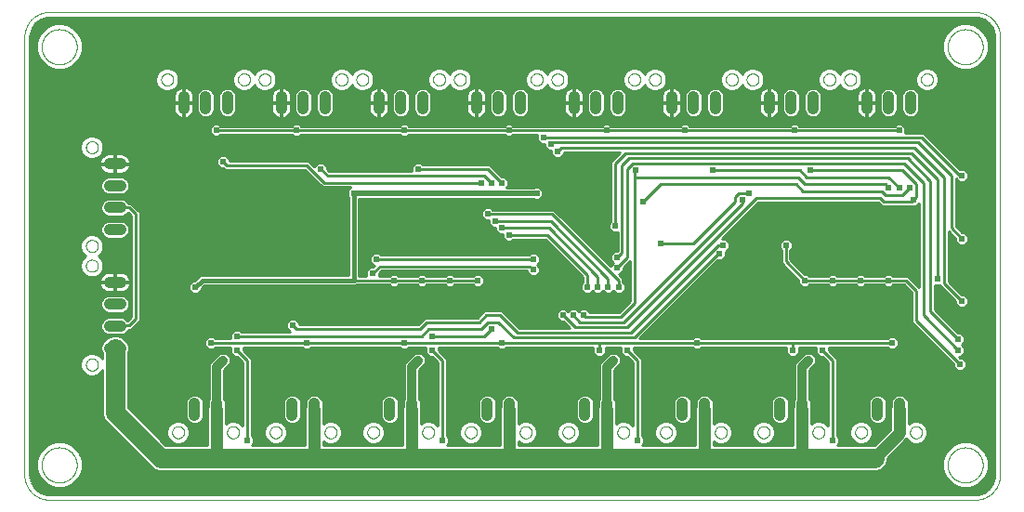
<source format=gbl>
G75*
%MOIN*%
%OFA0B0*%
%FSLAX25Y25*%
%IPPOS*%
%LPD*%
%AMOC8*
5,1,8,0,0,1.08239X$1,22.5*
%
%ADD10C,0.00000*%
%ADD11C,0.04134*%
%ADD12C,0.02400*%
%ADD13C,0.02000*%
%ADD14C,0.01000*%
%ADD15C,0.01600*%
%ADD16C,0.07000*%
%ADD17C,0.04200*%
%ADD18C,0.03200*%
D10*
X0092333Y0346588D02*
X0424333Y0346588D01*
X0424550Y0346591D01*
X0424768Y0346599D01*
X0424985Y0346612D01*
X0425202Y0346630D01*
X0425418Y0346654D01*
X0425633Y0346682D01*
X0425848Y0346716D01*
X0426062Y0346756D01*
X0426275Y0346800D01*
X0426487Y0346850D01*
X0426697Y0346904D01*
X0426907Y0346964D01*
X0427114Y0347028D01*
X0427320Y0347098D01*
X0427524Y0347173D01*
X0427727Y0347252D01*
X0427927Y0347337D01*
X0428126Y0347426D01*
X0428322Y0347520D01*
X0428516Y0347619D01*
X0428707Y0347722D01*
X0428896Y0347830D01*
X0429082Y0347943D01*
X0429265Y0348060D01*
X0429446Y0348181D01*
X0429623Y0348307D01*
X0429797Y0348437D01*
X0429969Y0348571D01*
X0430137Y0348709D01*
X0430301Y0348851D01*
X0430462Y0348998D01*
X0430620Y0349148D01*
X0430773Y0349301D01*
X0430923Y0349459D01*
X0431070Y0349620D01*
X0431212Y0349784D01*
X0431350Y0349952D01*
X0431484Y0350124D01*
X0431614Y0350298D01*
X0431740Y0350475D01*
X0431861Y0350656D01*
X0431978Y0350839D01*
X0432091Y0351025D01*
X0432199Y0351214D01*
X0432302Y0351405D01*
X0432401Y0351599D01*
X0432495Y0351795D01*
X0432584Y0351994D01*
X0432669Y0352194D01*
X0432748Y0352397D01*
X0432823Y0352601D01*
X0432893Y0352807D01*
X0432957Y0353014D01*
X0433017Y0353224D01*
X0433071Y0353434D01*
X0433121Y0353646D01*
X0433165Y0353859D01*
X0433205Y0354073D01*
X0433239Y0354288D01*
X0433267Y0354503D01*
X0433291Y0354719D01*
X0433309Y0354936D01*
X0433322Y0355153D01*
X0433330Y0355371D01*
X0433333Y0355588D01*
X0433333Y0512588D01*
X0433330Y0512805D01*
X0433322Y0513023D01*
X0433309Y0513240D01*
X0433291Y0513457D01*
X0433267Y0513673D01*
X0433239Y0513888D01*
X0433205Y0514103D01*
X0433165Y0514317D01*
X0433121Y0514530D01*
X0433071Y0514742D01*
X0433017Y0514952D01*
X0432957Y0515162D01*
X0432893Y0515369D01*
X0432823Y0515575D01*
X0432748Y0515779D01*
X0432669Y0515982D01*
X0432584Y0516182D01*
X0432495Y0516381D01*
X0432401Y0516577D01*
X0432302Y0516771D01*
X0432199Y0516962D01*
X0432091Y0517151D01*
X0431978Y0517337D01*
X0431861Y0517520D01*
X0431740Y0517701D01*
X0431614Y0517878D01*
X0431484Y0518052D01*
X0431350Y0518224D01*
X0431212Y0518392D01*
X0431070Y0518556D01*
X0430923Y0518717D01*
X0430773Y0518875D01*
X0430620Y0519028D01*
X0430462Y0519178D01*
X0430301Y0519325D01*
X0430137Y0519467D01*
X0429969Y0519605D01*
X0429797Y0519739D01*
X0429623Y0519869D01*
X0429446Y0519995D01*
X0429265Y0520116D01*
X0429082Y0520233D01*
X0428896Y0520346D01*
X0428707Y0520454D01*
X0428516Y0520557D01*
X0428322Y0520656D01*
X0428126Y0520750D01*
X0427927Y0520839D01*
X0427727Y0520924D01*
X0427524Y0521003D01*
X0427320Y0521078D01*
X0427114Y0521148D01*
X0426907Y0521212D01*
X0426697Y0521272D01*
X0426487Y0521326D01*
X0426275Y0521376D01*
X0426062Y0521420D01*
X0425848Y0521460D01*
X0425633Y0521494D01*
X0425418Y0521522D01*
X0425202Y0521546D01*
X0424985Y0521564D01*
X0424768Y0521577D01*
X0424550Y0521585D01*
X0424333Y0521588D01*
X0092333Y0521588D01*
X0092116Y0521585D01*
X0091898Y0521577D01*
X0091681Y0521564D01*
X0091464Y0521546D01*
X0091248Y0521522D01*
X0091033Y0521494D01*
X0090818Y0521460D01*
X0090604Y0521420D01*
X0090391Y0521376D01*
X0090179Y0521326D01*
X0089969Y0521272D01*
X0089759Y0521212D01*
X0089552Y0521148D01*
X0089346Y0521078D01*
X0089142Y0521003D01*
X0088939Y0520924D01*
X0088739Y0520839D01*
X0088540Y0520750D01*
X0088344Y0520656D01*
X0088150Y0520557D01*
X0087959Y0520454D01*
X0087770Y0520346D01*
X0087584Y0520233D01*
X0087401Y0520116D01*
X0087220Y0519995D01*
X0087043Y0519869D01*
X0086869Y0519739D01*
X0086697Y0519605D01*
X0086529Y0519467D01*
X0086365Y0519325D01*
X0086204Y0519178D01*
X0086046Y0519028D01*
X0085893Y0518875D01*
X0085743Y0518717D01*
X0085596Y0518556D01*
X0085454Y0518392D01*
X0085316Y0518224D01*
X0085182Y0518052D01*
X0085052Y0517878D01*
X0084926Y0517701D01*
X0084805Y0517520D01*
X0084688Y0517337D01*
X0084575Y0517151D01*
X0084467Y0516962D01*
X0084364Y0516771D01*
X0084265Y0516577D01*
X0084171Y0516381D01*
X0084082Y0516182D01*
X0083997Y0515982D01*
X0083918Y0515779D01*
X0083843Y0515575D01*
X0083773Y0515369D01*
X0083709Y0515162D01*
X0083649Y0514952D01*
X0083595Y0514742D01*
X0083545Y0514530D01*
X0083501Y0514317D01*
X0083461Y0514103D01*
X0083427Y0513888D01*
X0083399Y0513673D01*
X0083375Y0513457D01*
X0083357Y0513240D01*
X0083344Y0513023D01*
X0083336Y0512805D01*
X0083333Y0512588D01*
X0083333Y0355588D01*
X0083336Y0355371D01*
X0083344Y0355153D01*
X0083357Y0354936D01*
X0083375Y0354719D01*
X0083399Y0354503D01*
X0083427Y0354288D01*
X0083461Y0354073D01*
X0083501Y0353859D01*
X0083545Y0353646D01*
X0083595Y0353434D01*
X0083649Y0353224D01*
X0083709Y0353014D01*
X0083773Y0352807D01*
X0083843Y0352601D01*
X0083918Y0352397D01*
X0083997Y0352194D01*
X0084082Y0351994D01*
X0084171Y0351795D01*
X0084265Y0351599D01*
X0084364Y0351405D01*
X0084467Y0351214D01*
X0084575Y0351025D01*
X0084688Y0350839D01*
X0084805Y0350656D01*
X0084926Y0350475D01*
X0085052Y0350298D01*
X0085182Y0350124D01*
X0085316Y0349952D01*
X0085454Y0349784D01*
X0085596Y0349620D01*
X0085743Y0349459D01*
X0085893Y0349301D01*
X0086046Y0349148D01*
X0086204Y0348998D01*
X0086365Y0348851D01*
X0086529Y0348709D01*
X0086697Y0348571D01*
X0086869Y0348437D01*
X0087043Y0348307D01*
X0087220Y0348181D01*
X0087401Y0348060D01*
X0087584Y0347943D01*
X0087770Y0347830D01*
X0087959Y0347722D01*
X0088150Y0347619D01*
X0088344Y0347520D01*
X0088540Y0347426D01*
X0088739Y0347337D01*
X0088939Y0347252D01*
X0089142Y0347173D01*
X0089346Y0347098D01*
X0089552Y0347028D01*
X0089759Y0346964D01*
X0089969Y0346904D01*
X0090179Y0346850D01*
X0090391Y0346800D01*
X0090604Y0346756D01*
X0090818Y0346716D01*
X0091033Y0346682D01*
X0091248Y0346654D01*
X0091464Y0346630D01*
X0091681Y0346612D01*
X0091898Y0346599D01*
X0092116Y0346591D01*
X0092333Y0346588D01*
X0089534Y0359088D02*
X0089536Y0359246D01*
X0089542Y0359404D01*
X0089552Y0359562D01*
X0089566Y0359720D01*
X0089584Y0359877D01*
X0089605Y0360034D01*
X0089631Y0360190D01*
X0089661Y0360346D01*
X0089694Y0360501D01*
X0089732Y0360654D01*
X0089773Y0360807D01*
X0089818Y0360959D01*
X0089867Y0361110D01*
X0089920Y0361259D01*
X0089976Y0361407D01*
X0090036Y0361553D01*
X0090100Y0361698D01*
X0090168Y0361841D01*
X0090239Y0361983D01*
X0090313Y0362123D01*
X0090391Y0362260D01*
X0090473Y0362396D01*
X0090557Y0362530D01*
X0090646Y0362661D01*
X0090737Y0362790D01*
X0090832Y0362917D01*
X0090929Y0363042D01*
X0091030Y0363164D01*
X0091134Y0363283D01*
X0091241Y0363400D01*
X0091351Y0363514D01*
X0091464Y0363625D01*
X0091579Y0363734D01*
X0091697Y0363839D01*
X0091818Y0363941D01*
X0091941Y0364041D01*
X0092067Y0364137D01*
X0092195Y0364230D01*
X0092325Y0364320D01*
X0092458Y0364406D01*
X0092593Y0364490D01*
X0092729Y0364569D01*
X0092868Y0364646D01*
X0093009Y0364718D01*
X0093151Y0364788D01*
X0093295Y0364853D01*
X0093441Y0364915D01*
X0093588Y0364973D01*
X0093737Y0365028D01*
X0093887Y0365079D01*
X0094038Y0365126D01*
X0094190Y0365169D01*
X0094343Y0365208D01*
X0094498Y0365244D01*
X0094653Y0365275D01*
X0094809Y0365303D01*
X0094965Y0365327D01*
X0095122Y0365347D01*
X0095280Y0365363D01*
X0095437Y0365375D01*
X0095596Y0365383D01*
X0095754Y0365387D01*
X0095912Y0365387D01*
X0096070Y0365383D01*
X0096229Y0365375D01*
X0096386Y0365363D01*
X0096544Y0365347D01*
X0096701Y0365327D01*
X0096857Y0365303D01*
X0097013Y0365275D01*
X0097168Y0365244D01*
X0097323Y0365208D01*
X0097476Y0365169D01*
X0097628Y0365126D01*
X0097779Y0365079D01*
X0097929Y0365028D01*
X0098078Y0364973D01*
X0098225Y0364915D01*
X0098371Y0364853D01*
X0098515Y0364788D01*
X0098657Y0364718D01*
X0098798Y0364646D01*
X0098937Y0364569D01*
X0099073Y0364490D01*
X0099208Y0364406D01*
X0099341Y0364320D01*
X0099471Y0364230D01*
X0099599Y0364137D01*
X0099725Y0364041D01*
X0099848Y0363941D01*
X0099969Y0363839D01*
X0100087Y0363734D01*
X0100202Y0363625D01*
X0100315Y0363514D01*
X0100425Y0363400D01*
X0100532Y0363283D01*
X0100636Y0363164D01*
X0100737Y0363042D01*
X0100834Y0362917D01*
X0100929Y0362790D01*
X0101020Y0362661D01*
X0101109Y0362530D01*
X0101193Y0362396D01*
X0101275Y0362260D01*
X0101353Y0362123D01*
X0101427Y0361983D01*
X0101498Y0361841D01*
X0101566Y0361698D01*
X0101630Y0361553D01*
X0101690Y0361407D01*
X0101746Y0361259D01*
X0101799Y0361110D01*
X0101848Y0360959D01*
X0101893Y0360807D01*
X0101934Y0360654D01*
X0101972Y0360501D01*
X0102005Y0360346D01*
X0102035Y0360190D01*
X0102061Y0360034D01*
X0102082Y0359877D01*
X0102100Y0359720D01*
X0102114Y0359562D01*
X0102124Y0359404D01*
X0102130Y0359246D01*
X0102132Y0359088D01*
X0102130Y0358930D01*
X0102124Y0358772D01*
X0102114Y0358614D01*
X0102100Y0358456D01*
X0102082Y0358299D01*
X0102061Y0358142D01*
X0102035Y0357986D01*
X0102005Y0357830D01*
X0101972Y0357675D01*
X0101934Y0357522D01*
X0101893Y0357369D01*
X0101848Y0357217D01*
X0101799Y0357066D01*
X0101746Y0356917D01*
X0101690Y0356769D01*
X0101630Y0356623D01*
X0101566Y0356478D01*
X0101498Y0356335D01*
X0101427Y0356193D01*
X0101353Y0356053D01*
X0101275Y0355916D01*
X0101193Y0355780D01*
X0101109Y0355646D01*
X0101020Y0355515D01*
X0100929Y0355386D01*
X0100834Y0355259D01*
X0100737Y0355134D01*
X0100636Y0355012D01*
X0100532Y0354893D01*
X0100425Y0354776D01*
X0100315Y0354662D01*
X0100202Y0354551D01*
X0100087Y0354442D01*
X0099969Y0354337D01*
X0099848Y0354235D01*
X0099725Y0354135D01*
X0099599Y0354039D01*
X0099471Y0353946D01*
X0099341Y0353856D01*
X0099208Y0353770D01*
X0099073Y0353686D01*
X0098937Y0353607D01*
X0098798Y0353530D01*
X0098657Y0353458D01*
X0098515Y0353388D01*
X0098371Y0353323D01*
X0098225Y0353261D01*
X0098078Y0353203D01*
X0097929Y0353148D01*
X0097779Y0353097D01*
X0097628Y0353050D01*
X0097476Y0353007D01*
X0097323Y0352968D01*
X0097168Y0352932D01*
X0097013Y0352901D01*
X0096857Y0352873D01*
X0096701Y0352849D01*
X0096544Y0352829D01*
X0096386Y0352813D01*
X0096229Y0352801D01*
X0096070Y0352793D01*
X0095912Y0352789D01*
X0095754Y0352789D01*
X0095596Y0352793D01*
X0095437Y0352801D01*
X0095280Y0352813D01*
X0095122Y0352829D01*
X0094965Y0352849D01*
X0094809Y0352873D01*
X0094653Y0352901D01*
X0094498Y0352932D01*
X0094343Y0352968D01*
X0094190Y0353007D01*
X0094038Y0353050D01*
X0093887Y0353097D01*
X0093737Y0353148D01*
X0093588Y0353203D01*
X0093441Y0353261D01*
X0093295Y0353323D01*
X0093151Y0353388D01*
X0093009Y0353458D01*
X0092868Y0353530D01*
X0092729Y0353607D01*
X0092593Y0353686D01*
X0092458Y0353770D01*
X0092325Y0353856D01*
X0092195Y0353946D01*
X0092067Y0354039D01*
X0091941Y0354135D01*
X0091818Y0354235D01*
X0091697Y0354337D01*
X0091579Y0354442D01*
X0091464Y0354551D01*
X0091351Y0354662D01*
X0091241Y0354776D01*
X0091134Y0354893D01*
X0091030Y0355012D01*
X0090929Y0355134D01*
X0090832Y0355259D01*
X0090737Y0355386D01*
X0090646Y0355515D01*
X0090557Y0355646D01*
X0090473Y0355780D01*
X0090391Y0355916D01*
X0090313Y0356053D01*
X0090239Y0356193D01*
X0090168Y0356335D01*
X0090100Y0356478D01*
X0090036Y0356623D01*
X0089976Y0356769D01*
X0089920Y0356917D01*
X0089867Y0357066D01*
X0089818Y0357217D01*
X0089773Y0357369D01*
X0089732Y0357522D01*
X0089694Y0357675D01*
X0089661Y0357830D01*
X0089631Y0357986D01*
X0089605Y0358142D01*
X0089584Y0358299D01*
X0089566Y0358456D01*
X0089552Y0358614D01*
X0089542Y0358772D01*
X0089536Y0358930D01*
X0089534Y0359088D01*
X0105401Y0395122D02*
X0105403Y0395215D01*
X0105409Y0395307D01*
X0105419Y0395399D01*
X0105433Y0395490D01*
X0105450Y0395581D01*
X0105472Y0395671D01*
X0105497Y0395760D01*
X0105526Y0395848D01*
X0105559Y0395934D01*
X0105596Y0396019D01*
X0105636Y0396103D01*
X0105680Y0396184D01*
X0105727Y0396264D01*
X0105777Y0396342D01*
X0105831Y0396417D01*
X0105888Y0396490D01*
X0105948Y0396560D01*
X0106011Y0396628D01*
X0106077Y0396693D01*
X0106145Y0396755D01*
X0106216Y0396815D01*
X0106290Y0396871D01*
X0106366Y0396924D01*
X0106444Y0396973D01*
X0106524Y0397020D01*
X0106606Y0397062D01*
X0106690Y0397102D01*
X0106775Y0397137D01*
X0106862Y0397169D01*
X0106950Y0397198D01*
X0107039Y0397222D01*
X0107129Y0397243D01*
X0107220Y0397259D01*
X0107312Y0397272D01*
X0107404Y0397281D01*
X0107497Y0397286D01*
X0107589Y0397287D01*
X0107682Y0397284D01*
X0107774Y0397277D01*
X0107866Y0397266D01*
X0107957Y0397251D01*
X0108048Y0397233D01*
X0108138Y0397210D01*
X0108226Y0397184D01*
X0108314Y0397154D01*
X0108400Y0397120D01*
X0108484Y0397083D01*
X0108567Y0397041D01*
X0108648Y0396997D01*
X0108728Y0396949D01*
X0108805Y0396898D01*
X0108879Y0396843D01*
X0108952Y0396785D01*
X0109022Y0396725D01*
X0109089Y0396661D01*
X0109153Y0396595D01*
X0109215Y0396525D01*
X0109273Y0396454D01*
X0109328Y0396380D01*
X0109380Y0396303D01*
X0109429Y0396224D01*
X0109475Y0396144D01*
X0109517Y0396061D01*
X0109555Y0395977D01*
X0109590Y0395891D01*
X0109621Y0395804D01*
X0109648Y0395716D01*
X0109671Y0395626D01*
X0109691Y0395536D01*
X0109707Y0395445D01*
X0109719Y0395353D01*
X0109727Y0395261D01*
X0109731Y0395168D01*
X0109731Y0395076D01*
X0109727Y0394983D01*
X0109719Y0394891D01*
X0109707Y0394799D01*
X0109691Y0394708D01*
X0109671Y0394618D01*
X0109648Y0394528D01*
X0109621Y0394440D01*
X0109590Y0394353D01*
X0109555Y0394267D01*
X0109517Y0394183D01*
X0109475Y0394100D01*
X0109429Y0394020D01*
X0109380Y0393941D01*
X0109328Y0393864D01*
X0109273Y0393790D01*
X0109215Y0393719D01*
X0109153Y0393649D01*
X0109089Y0393583D01*
X0109022Y0393519D01*
X0108952Y0393459D01*
X0108879Y0393401D01*
X0108805Y0393346D01*
X0108728Y0393295D01*
X0108649Y0393247D01*
X0108567Y0393203D01*
X0108484Y0393161D01*
X0108400Y0393124D01*
X0108314Y0393090D01*
X0108226Y0393060D01*
X0108138Y0393034D01*
X0108048Y0393011D01*
X0107957Y0392993D01*
X0107866Y0392978D01*
X0107774Y0392967D01*
X0107682Y0392960D01*
X0107589Y0392957D01*
X0107497Y0392958D01*
X0107404Y0392963D01*
X0107312Y0392972D01*
X0107220Y0392985D01*
X0107129Y0393001D01*
X0107039Y0393022D01*
X0106950Y0393046D01*
X0106862Y0393075D01*
X0106775Y0393107D01*
X0106690Y0393142D01*
X0106606Y0393182D01*
X0106524Y0393224D01*
X0106444Y0393271D01*
X0106366Y0393320D01*
X0106290Y0393373D01*
X0106216Y0393429D01*
X0106145Y0393489D01*
X0106077Y0393551D01*
X0106011Y0393616D01*
X0105948Y0393684D01*
X0105888Y0393754D01*
X0105831Y0393827D01*
X0105777Y0393902D01*
X0105727Y0393980D01*
X0105680Y0394060D01*
X0105636Y0394141D01*
X0105596Y0394225D01*
X0105559Y0394310D01*
X0105526Y0394396D01*
X0105497Y0394484D01*
X0105472Y0394573D01*
X0105450Y0394663D01*
X0105433Y0394754D01*
X0105419Y0394845D01*
X0105409Y0394937D01*
X0105403Y0395029D01*
X0105401Y0395122D01*
X0105401Y0430555D02*
X0105403Y0430648D01*
X0105409Y0430740D01*
X0105419Y0430832D01*
X0105433Y0430923D01*
X0105450Y0431014D01*
X0105472Y0431104D01*
X0105497Y0431193D01*
X0105526Y0431281D01*
X0105559Y0431367D01*
X0105596Y0431452D01*
X0105636Y0431536D01*
X0105680Y0431617D01*
X0105727Y0431697D01*
X0105777Y0431775D01*
X0105831Y0431850D01*
X0105888Y0431923D01*
X0105948Y0431993D01*
X0106011Y0432061D01*
X0106077Y0432126D01*
X0106145Y0432188D01*
X0106216Y0432248D01*
X0106290Y0432304D01*
X0106366Y0432357D01*
X0106444Y0432406D01*
X0106524Y0432453D01*
X0106606Y0432495D01*
X0106690Y0432535D01*
X0106775Y0432570D01*
X0106862Y0432602D01*
X0106950Y0432631D01*
X0107039Y0432655D01*
X0107129Y0432676D01*
X0107220Y0432692D01*
X0107312Y0432705D01*
X0107404Y0432714D01*
X0107497Y0432719D01*
X0107589Y0432720D01*
X0107682Y0432717D01*
X0107774Y0432710D01*
X0107866Y0432699D01*
X0107957Y0432684D01*
X0108048Y0432666D01*
X0108138Y0432643D01*
X0108226Y0432617D01*
X0108314Y0432587D01*
X0108400Y0432553D01*
X0108484Y0432516D01*
X0108567Y0432474D01*
X0108648Y0432430D01*
X0108728Y0432382D01*
X0108805Y0432331D01*
X0108879Y0432276D01*
X0108952Y0432218D01*
X0109022Y0432158D01*
X0109089Y0432094D01*
X0109153Y0432028D01*
X0109215Y0431958D01*
X0109273Y0431887D01*
X0109328Y0431813D01*
X0109380Y0431736D01*
X0109429Y0431657D01*
X0109475Y0431577D01*
X0109517Y0431494D01*
X0109555Y0431410D01*
X0109590Y0431324D01*
X0109621Y0431237D01*
X0109648Y0431149D01*
X0109671Y0431059D01*
X0109691Y0430969D01*
X0109707Y0430878D01*
X0109719Y0430786D01*
X0109727Y0430694D01*
X0109731Y0430601D01*
X0109731Y0430509D01*
X0109727Y0430416D01*
X0109719Y0430324D01*
X0109707Y0430232D01*
X0109691Y0430141D01*
X0109671Y0430051D01*
X0109648Y0429961D01*
X0109621Y0429873D01*
X0109590Y0429786D01*
X0109555Y0429700D01*
X0109517Y0429616D01*
X0109475Y0429533D01*
X0109429Y0429453D01*
X0109380Y0429374D01*
X0109328Y0429297D01*
X0109273Y0429223D01*
X0109215Y0429152D01*
X0109153Y0429082D01*
X0109089Y0429016D01*
X0109022Y0428952D01*
X0108952Y0428892D01*
X0108879Y0428834D01*
X0108805Y0428779D01*
X0108728Y0428728D01*
X0108649Y0428680D01*
X0108567Y0428636D01*
X0108484Y0428594D01*
X0108400Y0428557D01*
X0108314Y0428523D01*
X0108226Y0428493D01*
X0108138Y0428467D01*
X0108048Y0428444D01*
X0107957Y0428426D01*
X0107866Y0428411D01*
X0107774Y0428400D01*
X0107682Y0428393D01*
X0107589Y0428390D01*
X0107497Y0428391D01*
X0107404Y0428396D01*
X0107312Y0428405D01*
X0107220Y0428418D01*
X0107129Y0428434D01*
X0107039Y0428455D01*
X0106950Y0428479D01*
X0106862Y0428508D01*
X0106775Y0428540D01*
X0106690Y0428575D01*
X0106606Y0428615D01*
X0106524Y0428657D01*
X0106444Y0428704D01*
X0106366Y0428753D01*
X0106290Y0428806D01*
X0106216Y0428862D01*
X0106145Y0428922D01*
X0106077Y0428984D01*
X0106011Y0429049D01*
X0105948Y0429117D01*
X0105888Y0429187D01*
X0105831Y0429260D01*
X0105777Y0429335D01*
X0105727Y0429413D01*
X0105680Y0429493D01*
X0105636Y0429574D01*
X0105596Y0429658D01*
X0105559Y0429743D01*
X0105526Y0429829D01*
X0105497Y0429917D01*
X0105472Y0430006D01*
X0105450Y0430096D01*
X0105433Y0430187D01*
X0105419Y0430278D01*
X0105409Y0430370D01*
X0105403Y0430462D01*
X0105401Y0430555D01*
X0105401Y0437622D02*
X0105403Y0437715D01*
X0105409Y0437807D01*
X0105419Y0437899D01*
X0105433Y0437990D01*
X0105450Y0438081D01*
X0105472Y0438171D01*
X0105497Y0438260D01*
X0105526Y0438348D01*
X0105559Y0438434D01*
X0105596Y0438519D01*
X0105636Y0438603D01*
X0105680Y0438684D01*
X0105727Y0438764D01*
X0105777Y0438842D01*
X0105831Y0438917D01*
X0105888Y0438990D01*
X0105948Y0439060D01*
X0106011Y0439128D01*
X0106077Y0439193D01*
X0106145Y0439255D01*
X0106216Y0439315D01*
X0106290Y0439371D01*
X0106366Y0439424D01*
X0106444Y0439473D01*
X0106524Y0439520D01*
X0106606Y0439562D01*
X0106690Y0439602D01*
X0106775Y0439637D01*
X0106862Y0439669D01*
X0106950Y0439698D01*
X0107039Y0439722D01*
X0107129Y0439743D01*
X0107220Y0439759D01*
X0107312Y0439772D01*
X0107404Y0439781D01*
X0107497Y0439786D01*
X0107589Y0439787D01*
X0107682Y0439784D01*
X0107774Y0439777D01*
X0107866Y0439766D01*
X0107957Y0439751D01*
X0108048Y0439733D01*
X0108138Y0439710D01*
X0108226Y0439684D01*
X0108314Y0439654D01*
X0108400Y0439620D01*
X0108484Y0439583D01*
X0108567Y0439541D01*
X0108648Y0439497D01*
X0108728Y0439449D01*
X0108805Y0439398D01*
X0108879Y0439343D01*
X0108952Y0439285D01*
X0109022Y0439225D01*
X0109089Y0439161D01*
X0109153Y0439095D01*
X0109215Y0439025D01*
X0109273Y0438954D01*
X0109328Y0438880D01*
X0109380Y0438803D01*
X0109429Y0438724D01*
X0109475Y0438644D01*
X0109517Y0438561D01*
X0109555Y0438477D01*
X0109590Y0438391D01*
X0109621Y0438304D01*
X0109648Y0438216D01*
X0109671Y0438126D01*
X0109691Y0438036D01*
X0109707Y0437945D01*
X0109719Y0437853D01*
X0109727Y0437761D01*
X0109731Y0437668D01*
X0109731Y0437576D01*
X0109727Y0437483D01*
X0109719Y0437391D01*
X0109707Y0437299D01*
X0109691Y0437208D01*
X0109671Y0437118D01*
X0109648Y0437028D01*
X0109621Y0436940D01*
X0109590Y0436853D01*
X0109555Y0436767D01*
X0109517Y0436683D01*
X0109475Y0436600D01*
X0109429Y0436520D01*
X0109380Y0436441D01*
X0109328Y0436364D01*
X0109273Y0436290D01*
X0109215Y0436219D01*
X0109153Y0436149D01*
X0109089Y0436083D01*
X0109022Y0436019D01*
X0108952Y0435959D01*
X0108879Y0435901D01*
X0108805Y0435846D01*
X0108728Y0435795D01*
X0108649Y0435747D01*
X0108567Y0435703D01*
X0108484Y0435661D01*
X0108400Y0435624D01*
X0108314Y0435590D01*
X0108226Y0435560D01*
X0108138Y0435534D01*
X0108048Y0435511D01*
X0107957Y0435493D01*
X0107866Y0435478D01*
X0107774Y0435467D01*
X0107682Y0435460D01*
X0107589Y0435457D01*
X0107497Y0435458D01*
X0107404Y0435463D01*
X0107312Y0435472D01*
X0107220Y0435485D01*
X0107129Y0435501D01*
X0107039Y0435522D01*
X0106950Y0435546D01*
X0106862Y0435575D01*
X0106775Y0435607D01*
X0106690Y0435642D01*
X0106606Y0435682D01*
X0106524Y0435724D01*
X0106444Y0435771D01*
X0106366Y0435820D01*
X0106290Y0435873D01*
X0106216Y0435929D01*
X0106145Y0435989D01*
X0106077Y0436051D01*
X0106011Y0436116D01*
X0105948Y0436184D01*
X0105888Y0436254D01*
X0105831Y0436327D01*
X0105777Y0436402D01*
X0105727Y0436480D01*
X0105680Y0436560D01*
X0105636Y0436641D01*
X0105596Y0436725D01*
X0105559Y0436810D01*
X0105526Y0436896D01*
X0105497Y0436984D01*
X0105472Y0437073D01*
X0105450Y0437163D01*
X0105433Y0437254D01*
X0105419Y0437345D01*
X0105409Y0437437D01*
X0105403Y0437529D01*
X0105401Y0437622D01*
X0105401Y0473055D02*
X0105403Y0473148D01*
X0105409Y0473240D01*
X0105419Y0473332D01*
X0105433Y0473423D01*
X0105450Y0473514D01*
X0105472Y0473604D01*
X0105497Y0473693D01*
X0105526Y0473781D01*
X0105559Y0473867D01*
X0105596Y0473952D01*
X0105636Y0474036D01*
X0105680Y0474117D01*
X0105727Y0474197D01*
X0105777Y0474275D01*
X0105831Y0474350D01*
X0105888Y0474423D01*
X0105948Y0474493D01*
X0106011Y0474561D01*
X0106077Y0474626D01*
X0106145Y0474688D01*
X0106216Y0474748D01*
X0106290Y0474804D01*
X0106366Y0474857D01*
X0106444Y0474906D01*
X0106524Y0474953D01*
X0106606Y0474995D01*
X0106690Y0475035D01*
X0106775Y0475070D01*
X0106862Y0475102D01*
X0106950Y0475131D01*
X0107039Y0475155D01*
X0107129Y0475176D01*
X0107220Y0475192D01*
X0107312Y0475205D01*
X0107404Y0475214D01*
X0107497Y0475219D01*
X0107589Y0475220D01*
X0107682Y0475217D01*
X0107774Y0475210D01*
X0107866Y0475199D01*
X0107957Y0475184D01*
X0108048Y0475166D01*
X0108138Y0475143D01*
X0108226Y0475117D01*
X0108314Y0475087D01*
X0108400Y0475053D01*
X0108484Y0475016D01*
X0108567Y0474974D01*
X0108648Y0474930D01*
X0108728Y0474882D01*
X0108805Y0474831D01*
X0108879Y0474776D01*
X0108952Y0474718D01*
X0109022Y0474658D01*
X0109089Y0474594D01*
X0109153Y0474528D01*
X0109215Y0474458D01*
X0109273Y0474387D01*
X0109328Y0474313D01*
X0109380Y0474236D01*
X0109429Y0474157D01*
X0109475Y0474077D01*
X0109517Y0473994D01*
X0109555Y0473910D01*
X0109590Y0473824D01*
X0109621Y0473737D01*
X0109648Y0473649D01*
X0109671Y0473559D01*
X0109691Y0473469D01*
X0109707Y0473378D01*
X0109719Y0473286D01*
X0109727Y0473194D01*
X0109731Y0473101D01*
X0109731Y0473009D01*
X0109727Y0472916D01*
X0109719Y0472824D01*
X0109707Y0472732D01*
X0109691Y0472641D01*
X0109671Y0472551D01*
X0109648Y0472461D01*
X0109621Y0472373D01*
X0109590Y0472286D01*
X0109555Y0472200D01*
X0109517Y0472116D01*
X0109475Y0472033D01*
X0109429Y0471953D01*
X0109380Y0471874D01*
X0109328Y0471797D01*
X0109273Y0471723D01*
X0109215Y0471652D01*
X0109153Y0471582D01*
X0109089Y0471516D01*
X0109022Y0471452D01*
X0108952Y0471392D01*
X0108879Y0471334D01*
X0108805Y0471279D01*
X0108728Y0471228D01*
X0108649Y0471180D01*
X0108567Y0471136D01*
X0108484Y0471094D01*
X0108400Y0471057D01*
X0108314Y0471023D01*
X0108226Y0470993D01*
X0108138Y0470967D01*
X0108048Y0470944D01*
X0107957Y0470926D01*
X0107866Y0470911D01*
X0107774Y0470900D01*
X0107682Y0470893D01*
X0107589Y0470890D01*
X0107497Y0470891D01*
X0107404Y0470896D01*
X0107312Y0470905D01*
X0107220Y0470918D01*
X0107129Y0470934D01*
X0107039Y0470955D01*
X0106950Y0470979D01*
X0106862Y0471008D01*
X0106775Y0471040D01*
X0106690Y0471075D01*
X0106606Y0471115D01*
X0106524Y0471157D01*
X0106444Y0471204D01*
X0106366Y0471253D01*
X0106290Y0471306D01*
X0106216Y0471362D01*
X0106145Y0471422D01*
X0106077Y0471484D01*
X0106011Y0471549D01*
X0105948Y0471617D01*
X0105888Y0471687D01*
X0105831Y0471760D01*
X0105777Y0471835D01*
X0105727Y0471913D01*
X0105680Y0471993D01*
X0105636Y0472074D01*
X0105596Y0472158D01*
X0105559Y0472243D01*
X0105526Y0472329D01*
X0105497Y0472417D01*
X0105472Y0472506D01*
X0105450Y0472596D01*
X0105433Y0472687D01*
X0105419Y0472778D01*
X0105409Y0472870D01*
X0105403Y0472962D01*
X0105401Y0473055D01*
X0132389Y0497356D02*
X0132391Y0497449D01*
X0132397Y0497541D01*
X0132407Y0497633D01*
X0132421Y0497724D01*
X0132438Y0497815D01*
X0132460Y0497905D01*
X0132485Y0497994D01*
X0132514Y0498082D01*
X0132547Y0498168D01*
X0132584Y0498253D01*
X0132624Y0498337D01*
X0132668Y0498418D01*
X0132715Y0498498D01*
X0132765Y0498576D01*
X0132819Y0498651D01*
X0132876Y0498724D01*
X0132936Y0498794D01*
X0132999Y0498862D01*
X0133065Y0498927D01*
X0133133Y0498989D01*
X0133204Y0499049D01*
X0133278Y0499105D01*
X0133354Y0499158D01*
X0133432Y0499207D01*
X0133512Y0499254D01*
X0133594Y0499296D01*
X0133678Y0499336D01*
X0133763Y0499371D01*
X0133850Y0499403D01*
X0133938Y0499432D01*
X0134027Y0499456D01*
X0134117Y0499477D01*
X0134208Y0499493D01*
X0134300Y0499506D01*
X0134392Y0499515D01*
X0134485Y0499520D01*
X0134577Y0499521D01*
X0134670Y0499518D01*
X0134762Y0499511D01*
X0134854Y0499500D01*
X0134945Y0499485D01*
X0135036Y0499467D01*
X0135126Y0499444D01*
X0135214Y0499418D01*
X0135302Y0499388D01*
X0135388Y0499354D01*
X0135472Y0499317D01*
X0135555Y0499275D01*
X0135636Y0499231D01*
X0135716Y0499183D01*
X0135793Y0499132D01*
X0135867Y0499077D01*
X0135940Y0499019D01*
X0136010Y0498959D01*
X0136077Y0498895D01*
X0136141Y0498829D01*
X0136203Y0498759D01*
X0136261Y0498688D01*
X0136316Y0498614D01*
X0136368Y0498537D01*
X0136417Y0498458D01*
X0136463Y0498378D01*
X0136505Y0498295D01*
X0136543Y0498211D01*
X0136578Y0498125D01*
X0136609Y0498038D01*
X0136636Y0497950D01*
X0136659Y0497860D01*
X0136679Y0497770D01*
X0136695Y0497679D01*
X0136707Y0497587D01*
X0136715Y0497495D01*
X0136719Y0497402D01*
X0136719Y0497310D01*
X0136715Y0497217D01*
X0136707Y0497125D01*
X0136695Y0497033D01*
X0136679Y0496942D01*
X0136659Y0496852D01*
X0136636Y0496762D01*
X0136609Y0496674D01*
X0136578Y0496587D01*
X0136543Y0496501D01*
X0136505Y0496417D01*
X0136463Y0496334D01*
X0136417Y0496254D01*
X0136368Y0496175D01*
X0136316Y0496098D01*
X0136261Y0496024D01*
X0136203Y0495953D01*
X0136141Y0495883D01*
X0136077Y0495817D01*
X0136010Y0495753D01*
X0135940Y0495693D01*
X0135867Y0495635D01*
X0135793Y0495580D01*
X0135716Y0495529D01*
X0135637Y0495481D01*
X0135555Y0495437D01*
X0135472Y0495395D01*
X0135388Y0495358D01*
X0135302Y0495324D01*
X0135214Y0495294D01*
X0135126Y0495268D01*
X0135036Y0495245D01*
X0134945Y0495227D01*
X0134854Y0495212D01*
X0134762Y0495201D01*
X0134670Y0495194D01*
X0134577Y0495191D01*
X0134485Y0495192D01*
X0134392Y0495197D01*
X0134300Y0495206D01*
X0134208Y0495219D01*
X0134117Y0495235D01*
X0134027Y0495256D01*
X0133938Y0495280D01*
X0133850Y0495309D01*
X0133763Y0495341D01*
X0133678Y0495376D01*
X0133594Y0495416D01*
X0133512Y0495458D01*
X0133432Y0495505D01*
X0133354Y0495554D01*
X0133278Y0495607D01*
X0133204Y0495663D01*
X0133133Y0495723D01*
X0133065Y0495785D01*
X0132999Y0495850D01*
X0132936Y0495918D01*
X0132876Y0495988D01*
X0132819Y0496061D01*
X0132765Y0496136D01*
X0132715Y0496214D01*
X0132668Y0496294D01*
X0132624Y0496375D01*
X0132584Y0496459D01*
X0132547Y0496544D01*
X0132514Y0496630D01*
X0132485Y0496718D01*
X0132460Y0496807D01*
X0132438Y0496897D01*
X0132421Y0496988D01*
X0132407Y0497079D01*
X0132397Y0497171D01*
X0132391Y0497263D01*
X0132389Y0497356D01*
X0159948Y0497356D02*
X0159950Y0497449D01*
X0159956Y0497541D01*
X0159966Y0497633D01*
X0159980Y0497724D01*
X0159997Y0497815D01*
X0160019Y0497905D01*
X0160044Y0497994D01*
X0160073Y0498082D01*
X0160106Y0498168D01*
X0160143Y0498253D01*
X0160183Y0498337D01*
X0160227Y0498418D01*
X0160274Y0498498D01*
X0160324Y0498576D01*
X0160378Y0498651D01*
X0160435Y0498724D01*
X0160495Y0498794D01*
X0160558Y0498862D01*
X0160624Y0498927D01*
X0160692Y0498989D01*
X0160763Y0499049D01*
X0160837Y0499105D01*
X0160913Y0499158D01*
X0160991Y0499207D01*
X0161071Y0499254D01*
X0161153Y0499296D01*
X0161237Y0499336D01*
X0161322Y0499371D01*
X0161409Y0499403D01*
X0161497Y0499432D01*
X0161586Y0499456D01*
X0161676Y0499477D01*
X0161767Y0499493D01*
X0161859Y0499506D01*
X0161951Y0499515D01*
X0162044Y0499520D01*
X0162136Y0499521D01*
X0162229Y0499518D01*
X0162321Y0499511D01*
X0162413Y0499500D01*
X0162504Y0499485D01*
X0162595Y0499467D01*
X0162685Y0499444D01*
X0162773Y0499418D01*
X0162861Y0499388D01*
X0162947Y0499354D01*
X0163031Y0499317D01*
X0163114Y0499275D01*
X0163195Y0499231D01*
X0163275Y0499183D01*
X0163352Y0499132D01*
X0163426Y0499077D01*
X0163499Y0499019D01*
X0163569Y0498959D01*
X0163636Y0498895D01*
X0163700Y0498829D01*
X0163762Y0498759D01*
X0163820Y0498688D01*
X0163875Y0498614D01*
X0163927Y0498537D01*
X0163976Y0498458D01*
X0164022Y0498378D01*
X0164064Y0498295D01*
X0164102Y0498211D01*
X0164137Y0498125D01*
X0164168Y0498038D01*
X0164195Y0497950D01*
X0164218Y0497860D01*
X0164238Y0497770D01*
X0164254Y0497679D01*
X0164266Y0497587D01*
X0164274Y0497495D01*
X0164278Y0497402D01*
X0164278Y0497310D01*
X0164274Y0497217D01*
X0164266Y0497125D01*
X0164254Y0497033D01*
X0164238Y0496942D01*
X0164218Y0496852D01*
X0164195Y0496762D01*
X0164168Y0496674D01*
X0164137Y0496587D01*
X0164102Y0496501D01*
X0164064Y0496417D01*
X0164022Y0496334D01*
X0163976Y0496254D01*
X0163927Y0496175D01*
X0163875Y0496098D01*
X0163820Y0496024D01*
X0163762Y0495953D01*
X0163700Y0495883D01*
X0163636Y0495817D01*
X0163569Y0495753D01*
X0163499Y0495693D01*
X0163426Y0495635D01*
X0163352Y0495580D01*
X0163275Y0495529D01*
X0163196Y0495481D01*
X0163114Y0495437D01*
X0163031Y0495395D01*
X0162947Y0495358D01*
X0162861Y0495324D01*
X0162773Y0495294D01*
X0162685Y0495268D01*
X0162595Y0495245D01*
X0162504Y0495227D01*
X0162413Y0495212D01*
X0162321Y0495201D01*
X0162229Y0495194D01*
X0162136Y0495191D01*
X0162044Y0495192D01*
X0161951Y0495197D01*
X0161859Y0495206D01*
X0161767Y0495219D01*
X0161676Y0495235D01*
X0161586Y0495256D01*
X0161497Y0495280D01*
X0161409Y0495309D01*
X0161322Y0495341D01*
X0161237Y0495376D01*
X0161153Y0495416D01*
X0161071Y0495458D01*
X0160991Y0495505D01*
X0160913Y0495554D01*
X0160837Y0495607D01*
X0160763Y0495663D01*
X0160692Y0495723D01*
X0160624Y0495785D01*
X0160558Y0495850D01*
X0160495Y0495918D01*
X0160435Y0495988D01*
X0160378Y0496061D01*
X0160324Y0496136D01*
X0160274Y0496214D01*
X0160227Y0496294D01*
X0160183Y0496375D01*
X0160143Y0496459D01*
X0160106Y0496544D01*
X0160073Y0496630D01*
X0160044Y0496718D01*
X0160019Y0496807D01*
X0159997Y0496897D01*
X0159980Y0496988D01*
X0159966Y0497079D01*
X0159956Y0497171D01*
X0159950Y0497263D01*
X0159948Y0497356D01*
X0167389Y0497356D02*
X0167391Y0497449D01*
X0167397Y0497541D01*
X0167407Y0497633D01*
X0167421Y0497724D01*
X0167438Y0497815D01*
X0167460Y0497905D01*
X0167485Y0497994D01*
X0167514Y0498082D01*
X0167547Y0498168D01*
X0167584Y0498253D01*
X0167624Y0498337D01*
X0167668Y0498418D01*
X0167715Y0498498D01*
X0167765Y0498576D01*
X0167819Y0498651D01*
X0167876Y0498724D01*
X0167936Y0498794D01*
X0167999Y0498862D01*
X0168065Y0498927D01*
X0168133Y0498989D01*
X0168204Y0499049D01*
X0168278Y0499105D01*
X0168354Y0499158D01*
X0168432Y0499207D01*
X0168512Y0499254D01*
X0168594Y0499296D01*
X0168678Y0499336D01*
X0168763Y0499371D01*
X0168850Y0499403D01*
X0168938Y0499432D01*
X0169027Y0499456D01*
X0169117Y0499477D01*
X0169208Y0499493D01*
X0169300Y0499506D01*
X0169392Y0499515D01*
X0169485Y0499520D01*
X0169577Y0499521D01*
X0169670Y0499518D01*
X0169762Y0499511D01*
X0169854Y0499500D01*
X0169945Y0499485D01*
X0170036Y0499467D01*
X0170126Y0499444D01*
X0170214Y0499418D01*
X0170302Y0499388D01*
X0170388Y0499354D01*
X0170472Y0499317D01*
X0170555Y0499275D01*
X0170636Y0499231D01*
X0170716Y0499183D01*
X0170793Y0499132D01*
X0170867Y0499077D01*
X0170940Y0499019D01*
X0171010Y0498959D01*
X0171077Y0498895D01*
X0171141Y0498829D01*
X0171203Y0498759D01*
X0171261Y0498688D01*
X0171316Y0498614D01*
X0171368Y0498537D01*
X0171417Y0498458D01*
X0171463Y0498378D01*
X0171505Y0498295D01*
X0171543Y0498211D01*
X0171578Y0498125D01*
X0171609Y0498038D01*
X0171636Y0497950D01*
X0171659Y0497860D01*
X0171679Y0497770D01*
X0171695Y0497679D01*
X0171707Y0497587D01*
X0171715Y0497495D01*
X0171719Y0497402D01*
X0171719Y0497310D01*
X0171715Y0497217D01*
X0171707Y0497125D01*
X0171695Y0497033D01*
X0171679Y0496942D01*
X0171659Y0496852D01*
X0171636Y0496762D01*
X0171609Y0496674D01*
X0171578Y0496587D01*
X0171543Y0496501D01*
X0171505Y0496417D01*
X0171463Y0496334D01*
X0171417Y0496254D01*
X0171368Y0496175D01*
X0171316Y0496098D01*
X0171261Y0496024D01*
X0171203Y0495953D01*
X0171141Y0495883D01*
X0171077Y0495817D01*
X0171010Y0495753D01*
X0170940Y0495693D01*
X0170867Y0495635D01*
X0170793Y0495580D01*
X0170716Y0495529D01*
X0170637Y0495481D01*
X0170555Y0495437D01*
X0170472Y0495395D01*
X0170388Y0495358D01*
X0170302Y0495324D01*
X0170214Y0495294D01*
X0170126Y0495268D01*
X0170036Y0495245D01*
X0169945Y0495227D01*
X0169854Y0495212D01*
X0169762Y0495201D01*
X0169670Y0495194D01*
X0169577Y0495191D01*
X0169485Y0495192D01*
X0169392Y0495197D01*
X0169300Y0495206D01*
X0169208Y0495219D01*
X0169117Y0495235D01*
X0169027Y0495256D01*
X0168938Y0495280D01*
X0168850Y0495309D01*
X0168763Y0495341D01*
X0168678Y0495376D01*
X0168594Y0495416D01*
X0168512Y0495458D01*
X0168432Y0495505D01*
X0168354Y0495554D01*
X0168278Y0495607D01*
X0168204Y0495663D01*
X0168133Y0495723D01*
X0168065Y0495785D01*
X0167999Y0495850D01*
X0167936Y0495918D01*
X0167876Y0495988D01*
X0167819Y0496061D01*
X0167765Y0496136D01*
X0167715Y0496214D01*
X0167668Y0496294D01*
X0167624Y0496375D01*
X0167584Y0496459D01*
X0167547Y0496544D01*
X0167514Y0496630D01*
X0167485Y0496718D01*
X0167460Y0496807D01*
X0167438Y0496897D01*
X0167421Y0496988D01*
X0167407Y0497079D01*
X0167397Y0497171D01*
X0167391Y0497263D01*
X0167389Y0497356D01*
X0194948Y0497356D02*
X0194950Y0497449D01*
X0194956Y0497541D01*
X0194966Y0497633D01*
X0194980Y0497724D01*
X0194997Y0497815D01*
X0195019Y0497905D01*
X0195044Y0497994D01*
X0195073Y0498082D01*
X0195106Y0498168D01*
X0195143Y0498253D01*
X0195183Y0498337D01*
X0195227Y0498418D01*
X0195274Y0498498D01*
X0195324Y0498576D01*
X0195378Y0498651D01*
X0195435Y0498724D01*
X0195495Y0498794D01*
X0195558Y0498862D01*
X0195624Y0498927D01*
X0195692Y0498989D01*
X0195763Y0499049D01*
X0195837Y0499105D01*
X0195913Y0499158D01*
X0195991Y0499207D01*
X0196071Y0499254D01*
X0196153Y0499296D01*
X0196237Y0499336D01*
X0196322Y0499371D01*
X0196409Y0499403D01*
X0196497Y0499432D01*
X0196586Y0499456D01*
X0196676Y0499477D01*
X0196767Y0499493D01*
X0196859Y0499506D01*
X0196951Y0499515D01*
X0197044Y0499520D01*
X0197136Y0499521D01*
X0197229Y0499518D01*
X0197321Y0499511D01*
X0197413Y0499500D01*
X0197504Y0499485D01*
X0197595Y0499467D01*
X0197685Y0499444D01*
X0197773Y0499418D01*
X0197861Y0499388D01*
X0197947Y0499354D01*
X0198031Y0499317D01*
X0198114Y0499275D01*
X0198195Y0499231D01*
X0198275Y0499183D01*
X0198352Y0499132D01*
X0198426Y0499077D01*
X0198499Y0499019D01*
X0198569Y0498959D01*
X0198636Y0498895D01*
X0198700Y0498829D01*
X0198762Y0498759D01*
X0198820Y0498688D01*
X0198875Y0498614D01*
X0198927Y0498537D01*
X0198976Y0498458D01*
X0199022Y0498378D01*
X0199064Y0498295D01*
X0199102Y0498211D01*
X0199137Y0498125D01*
X0199168Y0498038D01*
X0199195Y0497950D01*
X0199218Y0497860D01*
X0199238Y0497770D01*
X0199254Y0497679D01*
X0199266Y0497587D01*
X0199274Y0497495D01*
X0199278Y0497402D01*
X0199278Y0497310D01*
X0199274Y0497217D01*
X0199266Y0497125D01*
X0199254Y0497033D01*
X0199238Y0496942D01*
X0199218Y0496852D01*
X0199195Y0496762D01*
X0199168Y0496674D01*
X0199137Y0496587D01*
X0199102Y0496501D01*
X0199064Y0496417D01*
X0199022Y0496334D01*
X0198976Y0496254D01*
X0198927Y0496175D01*
X0198875Y0496098D01*
X0198820Y0496024D01*
X0198762Y0495953D01*
X0198700Y0495883D01*
X0198636Y0495817D01*
X0198569Y0495753D01*
X0198499Y0495693D01*
X0198426Y0495635D01*
X0198352Y0495580D01*
X0198275Y0495529D01*
X0198196Y0495481D01*
X0198114Y0495437D01*
X0198031Y0495395D01*
X0197947Y0495358D01*
X0197861Y0495324D01*
X0197773Y0495294D01*
X0197685Y0495268D01*
X0197595Y0495245D01*
X0197504Y0495227D01*
X0197413Y0495212D01*
X0197321Y0495201D01*
X0197229Y0495194D01*
X0197136Y0495191D01*
X0197044Y0495192D01*
X0196951Y0495197D01*
X0196859Y0495206D01*
X0196767Y0495219D01*
X0196676Y0495235D01*
X0196586Y0495256D01*
X0196497Y0495280D01*
X0196409Y0495309D01*
X0196322Y0495341D01*
X0196237Y0495376D01*
X0196153Y0495416D01*
X0196071Y0495458D01*
X0195991Y0495505D01*
X0195913Y0495554D01*
X0195837Y0495607D01*
X0195763Y0495663D01*
X0195692Y0495723D01*
X0195624Y0495785D01*
X0195558Y0495850D01*
X0195495Y0495918D01*
X0195435Y0495988D01*
X0195378Y0496061D01*
X0195324Y0496136D01*
X0195274Y0496214D01*
X0195227Y0496294D01*
X0195183Y0496375D01*
X0195143Y0496459D01*
X0195106Y0496544D01*
X0195073Y0496630D01*
X0195044Y0496718D01*
X0195019Y0496807D01*
X0194997Y0496897D01*
X0194980Y0496988D01*
X0194966Y0497079D01*
X0194956Y0497171D01*
X0194950Y0497263D01*
X0194948Y0497356D01*
X0202389Y0497356D02*
X0202391Y0497449D01*
X0202397Y0497541D01*
X0202407Y0497633D01*
X0202421Y0497724D01*
X0202438Y0497815D01*
X0202460Y0497905D01*
X0202485Y0497994D01*
X0202514Y0498082D01*
X0202547Y0498168D01*
X0202584Y0498253D01*
X0202624Y0498337D01*
X0202668Y0498418D01*
X0202715Y0498498D01*
X0202765Y0498576D01*
X0202819Y0498651D01*
X0202876Y0498724D01*
X0202936Y0498794D01*
X0202999Y0498862D01*
X0203065Y0498927D01*
X0203133Y0498989D01*
X0203204Y0499049D01*
X0203278Y0499105D01*
X0203354Y0499158D01*
X0203432Y0499207D01*
X0203512Y0499254D01*
X0203594Y0499296D01*
X0203678Y0499336D01*
X0203763Y0499371D01*
X0203850Y0499403D01*
X0203938Y0499432D01*
X0204027Y0499456D01*
X0204117Y0499477D01*
X0204208Y0499493D01*
X0204300Y0499506D01*
X0204392Y0499515D01*
X0204485Y0499520D01*
X0204577Y0499521D01*
X0204670Y0499518D01*
X0204762Y0499511D01*
X0204854Y0499500D01*
X0204945Y0499485D01*
X0205036Y0499467D01*
X0205126Y0499444D01*
X0205214Y0499418D01*
X0205302Y0499388D01*
X0205388Y0499354D01*
X0205472Y0499317D01*
X0205555Y0499275D01*
X0205636Y0499231D01*
X0205716Y0499183D01*
X0205793Y0499132D01*
X0205867Y0499077D01*
X0205940Y0499019D01*
X0206010Y0498959D01*
X0206077Y0498895D01*
X0206141Y0498829D01*
X0206203Y0498759D01*
X0206261Y0498688D01*
X0206316Y0498614D01*
X0206368Y0498537D01*
X0206417Y0498458D01*
X0206463Y0498378D01*
X0206505Y0498295D01*
X0206543Y0498211D01*
X0206578Y0498125D01*
X0206609Y0498038D01*
X0206636Y0497950D01*
X0206659Y0497860D01*
X0206679Y0497770D01*
X0206695Y0497679D01*
X0206707Y0497587D01*
X0206715Y0497495D01*
X0206719Y0497402D01*
X0206719Y0497310D01*
X0206715Y0497217D01*
X0206707Y0497125D01*
X0206695Y0497033D01*
X0206679Y0496942D01*
X0206659Y0496852D01*
X0206636Y0496762D01*
X0206609Y0496674D01*
X0206578Y0496587D01*
X0206543Y0496501D01*
X0206505Y0496417D01*
X0206463Y0496334D01*
X0206417Y0496254D01*
X0206368Y0496175D01*
X0206316Y0496098D01*
X0206261Y0496024D01*
X0206203Y0495953D01*
X0206141Y0495883D01*
X0206077Y0495817D01*
X0206010Y0495753D01*
X0205940Y0495693D01*
X0205867Y0495635D01*
X0205793Y0495580D01*
X0205716Y0495529D01*
X0205637Y0495481D01*
X0205555Y0495437D01*
X0205472Y0495395D01*
X0205388Y0495358D01*
X0205302Y0495324D01*
X0205214Y0495294D01*
X0205126Y0495268D01*
X0205036Y0495245D01*
X0204945Y0495227D01*
X0204854Y0495212D01*
X0204762Y0495201D01*
X0204670Y0495194D01*
X0204577Y0495191D01*
X0204485Y0495192D01*
X0204392Y0495197D01*
X0204300Y0495206D01*
X0204208Y0495219D01*
X0204117Y0495235D01*
X0204027Y0495256D01*
X0203938Y0495280D01*
X0203850Y0495309D01*
X0203763Y0495341D01*
X0203678Y0495376D01*
X0203594Y0495416D01*
X0203512Y0495458D01*
X0203432Y0495505D01*
X0203354Y0495554D01*
X0203278Y0495607D01*
X0203204Y0495663D01*
X0203133Y0495723D01*
X0203065Y0495785D01*
X0202999Y0495850D01*
X0202936Y0495918D01*
X0202876Y0495988D01*
X0202819Y0496061D01*
X0202765Y0496136D01*
X0202715Y0496214D01*
X0202668Y0496294D01*
X0202624Y0496375D01*
X0202584Y0496459D01*
X0202547Y0496544D01*
X0202514Y0496630D01*
X0202485Y0496718D01*
X0202460Y0496807D01*
X0202438Y0496897D01*
X0202421Y0496988D01*
X0202407Y0497079D01*
X0202397Y0497171D01*
X0202391Y0497263D01*
X0202389Y0497356D01*
X0229948Y0497356D02*
X0229950Y0497449D01*
X0229956Y0497541D01*
X0229966Y0497633D01*
X0229980Y0497724D01*
X0229997Y0497815D01*
X0230019Y0497905D01*
X0230044Y0497994D01*
X0230073Y0498082D01*
X0230106Y0498168D01*
X0230143Y0498253D01*
X0230183Y0498337D01*
X0230227Y0498418D01*
X0230274Y0498498D01*
X0230324Y0498576D01*
X0230378Y0498651D01*
X0230435Y0498724D01*
X0230495Y0498794D01*
X0230558Y0498862D01*
X0230624Y0498927D01*
X0230692Y0498989D01*
X0230763Y0499049D01*
X0230837Y0499105D01*
X0230913Y0499158D01*
X0230991Y0499207D01*
X0231071Y0499254D01*
X0231153Y0499296D01*
X0231237Y0499336D01*
X0231322Y0499371D01*
X0231409Y0499403D01*
X0231497Y0499432D01*
X0231586Y0499456D01*
X0231676Y0499477D01*
X0231767Y0499493D01*
X0231859Y0499506D01*
X0231951Y0499515D01*
X0232044Y0499520D01*
X0232136Y0499521D01*
X0232229Y0499518D01*
X0232321Y0499511D01*
X0232413Y0499500D01*
X0232504Y0499485D01*
X0232595Y0499467D01*
X0232685Y0499444D01*
X0232773Y0499418D01*
X0232861Y0499388D01*
X0232947Y0499354D01*
X0233031Y0499317D01*
X0233114Y0499275D01*
X0233195Y0499231D01*
X0233275Y0499183D01*
X0233352Y0499132D01*
X0233426Y0499077D01*
X0233499Y0499019D01*
X0233569Y0498959D01*
X0233636Y0498895D01*
X0233700Y0498829D01*
X0233762Y0498759D01*
X0233820Y0498688D01*
X0233875Y0498614D01*
X0233927Y0498537D01*
X0233976Y0498458D01*
X0234022Y0498378D01*
X0234064Y0498295D01*
X0234102Y0498211D01*
X0234137Y0498125D01*
X0234168Y0498038D01*
X0234195Y0497950D01*
X0234218Y0497860D01*
X0234238Y0497770D01*
X0234254Y0497679D01*
X0234266Y0497587D01*
X0234274Y0497495D01*
X0234278Y0497402D01*
X0234278Y0497310D01*
X0234274Y0497217D01*
X0234266Y0497125D01*
X0234254Y0497033D01*
X0234238Y0496942D01*
X0234218Y0496852D01*
X0234195Y0496762D01*
X0234168Y0496674D01*
X0234137Y0496587D01*
X0234102Y0496501D01*
X0234064Y0496417D01*
X0234022Y0496334D01*
X0233976Y0496254D01*
X0233927Y0496175D01*
X0233875Y0496098D01*
X0233820Y0496024D01*
X0233762Y0495953D01*
X0233700Y0495883D01*
X0233636Y0495817D01*
X0233569Y0495753D01*
X0233499Y0495693D01*
X0233426Y0495635D01*
X0233352Y0495580D01*
X0233275Y0495529D01*
X0233196Y0495481D01*
X0233114Y0495437D01*
X0233031Y0495395D01*
X0232947Y0495358D01*
X0232861Y0495324D01*
X0232773Y0495294D01*
X0232685Y0495268D01*
X0232595Y0495245D01*
X0232504Y0495227D01*
X0232413Y0495212D01*
X0232321Y0495201D01*
X0232229Y0495194D01*
X0232136Y0495191D01*
X0232044Y0495192D01*
X0231951Y0495197D01*
X0231859Y0495206D01*
X0231767Y0495219D01*
X0231676Y0495235D01*
X0231586Y0495256D01*
X0231497Y0495280D01*
X0231409Y0495309D01*
X0231322Y0495341D01*
X0231237Y0495376D01*
X0231153Y0495416D01*
X0231071Y0495458D01*
X0230991Y0495505D01*
X0230913Y0495554D01*
X0230837Y0495607D01*
X0230763Y0495663D01*
X0230692Y0495723D01*
X0230624Y0495785D01*
X0230558Y0495850D01*
X0230495Y0495918D01*
X0230435Y0495988D01*
X0230378Y0496061D01*
X0230324Y0496136D01*
X0230274Y0496214D01*
X0230227Y0496294D01*
X0230183Y0496375D01*
X0230143Y0496459D01*
X0230106Y0496544D01*
X0230073Y0496630D01*
X0230044Y0496718D01*
X0230019Y0496807D01*
X0229997Y0496897D01*
X0229980Y0496988D01*
X0229966Y0497079D01*
X0229956Y0497171D01*
X0229950Y0497263D01*
X0229948Y0497356D01*
X0237389Y0497356D02*
X0237391Y0497449D01*
X0237397Y0497541D01*
X0237407Y0497633D01*
X0237421Y0497724D01*
X0237438Y0497815D01*
X0237460Y0497905D01*
X0237485Y0497994D01*
X0237514Y0498082D01*
X0237547Y0498168D01*
X0237584Y0498253D01*
X0237624Y0498337D01*
X0237668Y0498418D01*
X0237715Y0498498D01*
X0237765Y0498576D01*
X0237819Y0498651D01*
X0237876Y0498724D01*
X0237936Y0498794D01*
X0237999Y0498862D01*
X0238065Y0498927D01*
X0238133Y0498989D01*
X0238204Y0499049D01*
X0238278Y0499105D01*
X0238354Y0499158D01*
X0238432Y0499207D01*
X0238512Y0499254D01*
X0238594Y0499296D01*
X0238678Y0499336D01*
X0238763Y0499371D01*
X0238850Y0499403D01*
X0238938Y0499432D01*
X0239027Y0499456D01*
X0239117Y0499477D01*
X0239208Y0499493D01*
X0239300Y0499506D01*
X0239392Y0499515D01*
X0239485Y0499520D01*
X0239577Y0499521D01*
X0239670Y0499518D01*
X0239762Y0499511D01*
X0239854Y0499500D01*
X0239945Y0499485D01*
X0240036Y0499467D01*
X0240126Y0499444D01*
X0240214Y0499418D01*
X0240302Y0499388D01*
X0240388Y0499354D01*
X0240472Y0499317D01*
X0240555Y0499275D01*
X0240636Y0499231D01*
X0240716Y0499183D01*
X0240793Y0499132D01*
X0240867Y0499077D01*
X0240940Y0499019D01*
X0241010Y0498959D01*
X0241077Y0498895D01*
X0241141Y0498829D01*
X0241203Y0498759D01*
X0241261Y0498688D01*
X0241316Y0498614D01*
X0241368Y0498537D01*
X0241417Y0498458D01*
X0241463Y0498378D01*
X0241505Y0498295D01*
X0241543Y0498211D01*
X0241578Y0498125D01*
X0241609Y0498038D01*
X0241636Y0497950D01*
X0241659Y0497860D01*
X0241679Y0497770D01*
X0241695Y0497679D01*
X0241707Y0497587D01*
X0241715Y0497495D01*
X0241719Y0497402D01*
X0241719Y0497310D01*
X0241715Y0497217D01*
X0241707Y0497125D01*
X0241695Y0497033D01*
X0241679Y0496942D01*
X0241659Y0496852D01*
X0241636Y0496762D01*
X0241609Y0496674D01*
X0241578Y0496587D01*
X0241543Y0496501D01*
X0241505Y0496417D01*
X0241463Y0496334D01*
X0241417Y0496254D01*
X0241368Y0496175D01*
X0241316Y0496098D01*
X0241261Y0496024D01*
X0241203Y0495953D01*
X0241141Y0495883D01*
X0241077Y0495817D01*
X0241010Y0495753D01*
X0240940Y0495693D01*
X0240867Y0495635D01*
X0240793Y0495580D01*
X0240716Y0495529D01*
X0240637Y0495481D01*
X0240555Y0495437D01*
X0240472Y0495395D01*
X0240388Y0495358D01*
X0240302Y0495324D01*
X0240214Y0495294D01*
X0240126Y0495268D01*
X0240036Y0495245D01*
X0239945Y0495227D01*
X0239854Y0495212D01*
X0239762Y0495201D01*
X0239670Y0495194D01*
X0239577Y0495191D01*
X0239485Y0495192D01*
X0239392Y0495197D01*
X0239300Y0495206D01*
X0239208Y0495219D01*
X0239117Y0495235D01*
X0239027Y0495256D01*
X0238938Y0495280D01*
X0238850Y0495309D01*
X0238763Y0495341D01*
X0238678Y0495376D01*
X0238594Y0495416D01*
X0238512Y0495458D01*
X0238432Y0495505D01*
X0238354Y0495554D01*
X0238278Y0495607D01*
X0238204Y0495663D01*
X0238133Y0495723D01*
X0238065Y0495785D01*
X0237999Y0495850D01*
X0237936Y0495918D01*
X0237876Y0495988D01*
X0237819Y0496061D01*
X0237765Y0496136D01*
X0237715Y0496214D01*
X0237668Y0496294D01*
X0237624Y0496375D01*
X0237584Y0496459D01*
X0237547Y0496544D01*
X0237514Y0496630D01*
X0237485Y0496718D01*
X0237460Y0496807D01*
X0237438Y0496897D01*
X0237421Y0496988D01*
X0237407Y0497079D01*
X0237397Y0497171D01*
X0237391Y0497263D01*
X0237389Y0497356D01*
X0264948Y0497356D02*
X0264950Y0497449D01*
X0264956Y0497541D01*
X0264966Y0497633D01*
X0264980Y0497724D01*
X0264997Y0497815D01*
X0265019Y0497905D01*
X0265044Y0497994D01*
X0265073Y0498082D01*
X0265106Y0498168D01*
X0265143Y0498253D01*
X0265183Y0498337D01*
X0265227Y0498418D01*
X0265274Y0498498D01*
X0265324Y0498576D01*
X0265378Y0498651D01*
X0265435Y0498724D01*
X0265495Y0498794D01*
X0265558Y0498862D01*
X0265624Y0498927D01*
X0265692Y0498989D01*
X0265763Y0499049D01*
X0265837Y0499105D01*
X0265913Y0499158D01*
X0265991Y0499207D01*
X0266071Y0499254D01*
X0266153Y0499296D01*
X0266237Y0499336D01*
X0266322Y0499371D01*
X0266409Y0499403D01*
X0266497Y0499432D01*
X0266586Y0499456D01*
X0266676Y0499477D01*
X0266767Y0499493D01*
X0266859Y0499506D01*
X0266951Y0499515D01*
X0267044Y0499520D01*
X0267136Y0499521D01*
X0267229Y0499518D01*
X0267321Y0499511D01*
X0267413Y0499500D01*
X0267504Y0499485D01*
X0267595Y0499467D01*
X0267685Y0499444D01*
X0267773Y0499418D01*
X0267861Y0499388D01*
X0267947Y0499354D01*
X0268031Y0499317D01*
X0268114Y0499275D01*
X0268195Y0499231D01*
X0268275Y0499183D01*
X0268352Y0499132D01*
X0268426Y0499077D01*
X0268499Y0499019D01*
X0268569Y0498959D01*
X0268636Y0498895D01*
X0268700Y0498829D01*
X0268762Y0498759D01*
X0268820Y0498688D01*
X0268875Y0498614D01*
X0268927Y0498537D01*
X0268976Y0498458D01*
X0269022Y0498378D01*
X0269064Y0498295D01*
X0269102Y0498211D01*
X0269137Y0498125D01*
X0269168Y0498038D01*
X0269195Y0497950D01*
X0269218Y0497860D01*
X0269238Y0497770D01*
X0269254Y0497679D01*
X0269266Y0497587D01*
X0269274Y0497495D01*
X0269278Y0497402D01*
X0269278Y0497310D01*
X0269274Y0497217D01*
X0269266Y0497125D01*
X0269254Y0497033D01*
X0269238Y0496942D01*
X0269218Y0496852D01*
X0269195Y0496762D01*
X0269168Y0496674D01*
X0269137Y0496587D01*
X0269102Y0496501D01*
X0269064Y0496417D01*
X0269022Y0496334D01*
X0268976Y0496254D01*
X0268927Y0496175D01*
X0268875Y0496098D01*
X0268820Y0496024D01*
X0268762Y0495953D01*
X0268700Y0495883D01*
X0268636Y0495817D01*
X0268569Y0495753D01*
X0268499Y0495693D01*
X0268426Y0495635D01*
X0268352Y0495580D01*
X0268275Y0495529D01*
X0268196Y0495481D01*
X0268114Y0495437D01*
X0268031Y0495395D01*
X0267947Y0495358D01*
X0267861Y0495324D01*
X0267773Y0495294D01*
X0267685Y0495268D01*
X0267595Y0495245D01*
X0267504Y0495227D01*
X0267413Y0495212D01*
X0267321Y0495201D01*
X0267229Y0495194D01*
X0267136Y0495191D01*
X0267044Y0495192D01*
X0266951Y0495197D01*
X0266859Y0495206D01*
X0266767Y0495219D01*
X0266676Y0495235D01*
X0266586Y0495256D01*
X0266497Y0495280D01*
X0266409Y0495309D01*
X0266322Y0495341D01*
X0266237Y0495376D01*
X0266153Y0495416D01*
X0266071Y0495458D01*
X0265991Y0495505D01*
X0265913Y0495554D01*
X0265837Y0495607D01*
X0265763Y0495663D01*
X0265692Y0495723D01*
X0265624Y0495785D01*
X0265558Y0495850D01*
X0265495Y0495918D01*
X0265435Y0495988D01*
X0265378Y0496061D01*
X0265324Y0496136D01*
X0265274Y0496214D01*
X0265227Y0496294D01*
X0265183Y0496375D01*
X0265143Y0496459D01*
X0265106Y0496544D01*
X0265073Y0496630D01*
X0265044Y0496718D01*
X0265019Y0496807D01*
X0264997Y0496897D01*
X0264980Y0496988D01*
X0264966Y0497079D01*
X0264956Y0497171D01*
X0264950Y0497263D01*
X0264948Y0497356D01*
X0272389Y0497356D02*
X0272391Y0497449D01*
X0272397Y0497541D01*
X0272407Y0497633D01*
X0272421Y0497724D01*
X0272438Y0497815D01*
X0272460Y0497905D01*
X0272485Y0497994D01*
X0272514Y0498082D01*
X0272547Y0498168D01*
X0272584Y0498253D01*
X0272624Y0498337D01*
X0272668Y0498418D01*
X0272715Y0498498D01*
X0272765Y0498576D01*
X0272819Y0498651D01*
X0272876Y0498724D01*
X0272936Y0498794D01*
X0272999Y0498862D01*
X0273065Y0498927D01*
X0273133Y0498989D01*
X0273204Y0499049D01*
X0273278Y0499105D01*
X0273354Y0499158D01*
X0273432Y0499207D01*
X0273512Y0499254D01*
X0273594Y0499296D01*
X0273678Y0499336D01*
X0273763Y0499371D01*
X0273850Y0499403D01*
X0273938Y0499432D01*
X0274027Y0499456D01*
X0274117Y0499477D01*
X0274208Y0499493D01*
X0274300Y0499506D01*
X0274392Y0499515D01*
X0274485Y0499520D01*
X0274577Y0499521D01*
X0274670Y0499518D01*
X0274762Y0499511D01*
X0274854Y0499500D01*
X0274945Y0499485D01*
X0275036Y0499467D01*
X0275126Y0499444D01*
X0275214Y0499418D01*
X0275302Y0499388D01*
X0275388Y0499354D01*
X0275472Y0499317D01*
X0275555Y0499275D01*
X0275636Y0499231D01*
X0275716Y0499183D01*
X0275793Y0499132D01*
X0275867Y0499077D01*
X0275940Y0499019D01*
X0276010Y0498959D01*
X0276077Y0498895D01*
X0276141Y0498829D01*
X0276203Y0498759D01*
X0276261Y0498688D01*
X0276316Y0498614D01*
X0276368Y0498537D01*
X0276417Y0498458D01*
X0276463Y0498378D01*
X0276505Y0498295D01*
X0276543Y0498211D01*
X0276578Y0498125D01*
X0276609Y0498038D01*
X0276636Y0497950D01*
X0276659Y0497860D01*
X0276679Y0497770D01*
X0276695Y0497679D01*
X0276707Y0497587D01*
X0276715Y0497495D01*
X0276719Y0497402D01*
X0276719Y0497310D01*
X0276715Y0497217D01*
X0276707Y0497125D01*
X0276695Y0497033D01*
X0276679Y0496942D01*
X0276659Y0496852D01*
X0276636Y0496762D01*
X0276609Y0496674D01*
X0276578Y0496587D01*
X0276543Y0496501D01*
X0276505Y0496417D01*
X0276463Y0496334D01*
X0276417Y0496254D01*
X0276368Y0496175D01*
X0276316Y0496098D01*
X0276261Y0496024D01*
X0276203Y0495953D01*
X0276141Y0495883D01*
X0276077Y0495817D01*
X0276010Y0495753D01*
X0275940Y0495693D01*
X0275867Y0495635D01*
X0275793Y0495580D01*
X0275716Y0495529D01*
X0275637Y0495481D01*
X0275555Y0495437D01*
X0275472Y0495395D01*
X0275388Y0495358D01*
X0275302Y0495324D01*
X0275214Y0495294D01*
X0275126Y0495268D01*
X0275036Y0495245D01*
X0274945Y0495227D01*
X0274854Y0495212D01*
X0274762Y0495201D01*
X0274670Y0495194D01*
X0274577Y0495191D01*
X0274485Y0495192D01*
X0274392Y0495197D01*
X0274300Y0495206D01*
X0274208Y0495219D01*
X0274117Y0495235D01*
X0274027Y0495256D01*
X0273938Y0495280D01*
X0273850Y0495309D01*
X0273763Y0495341D01*
X0273678Y0495376D01*
X0273594Y0495416D01*
X0273512Y0495458D01*
X0273432Y0495505D01*
X0273354Y0495554D01*
X0273278Y0495607D01*
X0273204Y0495663D01*
X0273133Y0495723D01*
X0273065Y0495785D01*
X0272999Y0495850D01*
X0272936Y0495918D01*
X0272876Y0495988D01*
X0272819Y0496061D01*
X0272765Y0496136D01*
X0272715Y0496214D01*
X0272668Y0496294D01*
X0272624Y0496375D01*
X0272584Y0496459D01*
X0272547Y0496544D01*
X0272514Y0496630D01*
X0272485Y0496718D01*
X0272460Y0496807D01*
X0272438Y0496897D01*
X0272421Y0496988D01*
X0272407Y0497079D01*
X0272397Y0497171D01*
X0272391Y0497263D01*
X0272389Y0497356D01*
X0299948Y0497356D02*
X0299950Y0497449D01*
X0299956Y0497541D01*
X0299966Y0497633D01*
X0299980Y0497724D01*
X0299997Y0497815D01*
X0300019Y0497905D01*
X0300044Y0497994D01*
X0300073Y0498082D01*
X0300106Y0498168D01*
X0300143Y0498253D01*
X0300183Y0498337D01*
X0300227Y0498418D01*
X0300274Y0498498D01*
X0300324Y0498576D01*
X0300378Y0498651D01*
X0300435Y0498724D01*
X0300495Y0498794D01*
X0300558Y0498862D01*
X0300624Y0498927D01*
X0300692Y0498989D01*
X0300763Y0499049D01*
X0300837Y0499105D01*
X0300913Y0499158D01*
X0300991Y0499207D01*
X0301071Y0499254D01*
X0301153Y0499296D01*
X0301237Y0499336D01*
X0301322Y0499371D01*
X0301409Y0499403D01*
X0301497Y0499432D01*
X0301586Y0499456D01*
X0301676Y0499477D01*
X0301767Y0499493D01*
X0301859Y0499506D01*
X0301951Y0499515D01*
X0302044Y0499520D01*
X0302136Y0499521D01*
X0302229Y0499518D01*
X0302321Y0499511D01*
X0302413Y0499500D01*
X0302504Y0499485D01*
X0302595Y0499467D01*
X0302685Y0499444D01*
X0302773Y0499418D01*
X0302861Y0499388D01*
X0302947Y0499354D01*
X0303031Y0499317D01*
X0303114Y0499275D01*
X0303195Y0499231D01*
X0303275Y0499183D01*
X0303352Y0499132D01*
X0303426Y0499077D01*
X0303499Y0499019D01*
X0303569Y0498959D01*
X0303636Y0498895D01*
X0303700Y0498829D01*
X0303762Y0498759D01*
X0303820Y0498688D01*
X0303875Y0498614D01*
X0303927Y0498537D01*
X0303976Y0498458D01*
X0304022Y0498378D01*
X0304064Y0498295D01*
X0304102Y0498211D01*
X0304137Y0498125D01*
X0304168Y0498038D01*
X0304195Y0497950D01*
X0304218Y0497860D01*
X0304238Y0497770D01*
X0304254Y0497679D01*
X0304266Y0497587D01*
X0304274Y0497495D01*
X0304278Y0497402D01*
X0304278Y0497310D01*
X0304274Y0497217D01*
X0304266Y0497125D01*
X0304254Y0497033D01*
X0304238Y0496942D01*
X0304218Y0496852D01*
X0304195Y0496762D01*
X0304168Y0496674D01*
X0304137Y0496587D01*
X0304102Y0496501D01*
X0304064Y0496417D01*
X0304022Y0496334D01*
X0303976Y0496254D01*
X0303927Y0496175D01*
X0303875Y0496098D01*
X0303820Y0496024D01*
X0303762Y0495953D01*
X0303700Y0495883D01*
X0303636Y0495817D01*
X0303569Y0495753D01*
X0303499Y0495693D01*
X0303426Y0495635D01*
X0303352Y0495580D01*
X0303275Y0495529D01*
X0303196Y0495481D01*
X0303114Y0495437D01*
X0303031Y0495395D01*
X0302947Y0495358D01*
X0302861Y0495324D01*
X0302773Y0495294D01*
X0302685Y0495268D01*
X0302595Y0495245D01*
X0302504Y0495227D01*
X0302413Y0495212D01*
X0302321Y0495201D01*
X0302229Y0495194D01*
X0302136Y0495191D01*
X0302044Y0495192D01*
X0301951Y0495197D01*
X0301859Y0495206D01*
X0301767Y0495219D01*
X0301676Y0495235D01*
X0301586Y0495256D01*
X0301497Y0495280D01*
X0301409Y0495309D01*
X0301322Y0495341D01*
X0301237Y0495376D01*
X0301153Y0495416D01*
X0301071Y0495458D01*
X0300991Y0495505D01*
X0300913Y0495554D01*
X0300837Y0495607D01*
X0300763Y0495663D01*
X0300692Y0495723D01*
X0300624Y0495785D01*
X0300558Y0495850D01*
X0300495Y0495918D01*
X0300435Y0495988D01*
X0300378Y0496061D01*
X0300324Y0496136D01*
X0300274Y0496214D01*
X0300227Y0496294D01*
X0300183Y0496375D01*
X0300143Y0496459D01*
X0300106Y0496544D01*
X0300073Y0496630D01*
X0300044Y0496718D01*
X0300019Y0496807D01*
X0299997Y0496897D01*
X0299980Y0496988D01*
X0299966Y0497079D01*
X0299956Y0497171D01*
X0299950Y0497263D01*
X0299948Y0497356D01*
X0307389Y0497356D02*
X0307391Y0497449D01*
X0307397Y0497541D01*
X0307407Y0497633D01*
X0307421Y0497724D01*
X0307438Y0497815D01*
X0307460Y0497905D01*
X0307485Y0497994D01*
X0307514Y0498082D01*
X0307547Y0498168D01*
X0307584Y0498253D01*
X0307624Y0498337D01*
X0307668Y0498418D01*
X0307715Y0498498D01*
X0307765Y0498576D01*
X0307819Y0498651D01*
X0307876Y0498724D01*
X0307936Y0498794D01*
X0307999Y0498862D01*
X0308065Y0498927D01*
X0308133Y0498989D01*
X0308204Y0499049D01*
X0308278Y0499105D01*
X0308354Y0499158D01*
X0308432Y0499207D01*
X0308512Y0499254D01*
X0308594Y0499296D01*
X0308678Y0499336D01*
X0308763Y0499371D01*
X0308850Y0499403D01*
X0308938Y0499432D01*
X0309027Y0499456D01*
X0309117Y0499477D01*
X0309208Y0499493D01*
X0309300Y0499506D01*
X0309392Y0499515D01*
X0309485Y0499520D01*
X0309577Y0499521D01*
X0309670Y0499518D01*
X0309762Y0499511D01*
X0309854Y0499500D01*
X0309945Y0499485D01*
X0310036Y0499467D01*
X0310126Y0499444D01*
X0310214Y0499418D01*
X0310302Y0499388D01*
X0310388Y0499354D01*
X0310472Y0499317D01*
X0310555Y0499275D01*
X0310636Y0499231D01*
X0310716Y0499183D01*
X0310793Y0499132D01*
X0310867Y0499077D01*
X0310940Y0499019D01*
X0311010Y0498959D01*
X0311077Y0498895D01*
X0311141Y0498829D01*
X0311203Y0498759D01*
X0311261Y0498688D01*
X0311316Y0498614D01*
X0311368Y0498537D01*
X0311417Y0498458D01*
X0311463Y0498378D01*
X0311505Y0498295D01*
X0311543Y0498211D01*
X0311578Y0498125D01*
X0311609Y0498038D01*
X0311636Y0497950D01*
X0311659Y0497860D01*
X0311679Y0497770D01*
X0311695Y0497679D01*
X0311707Y0497587D01*
X0311715Y0497495D01*
X0311719Y0497402D01*
X0311719Y0497310D01*
X0311715Y0497217D01*
X0311707Y0497125D01*
X0311695Y0497033D01*
X0311679Y0496942D01*
X0311659Y0496852D01*
X0311636Y0496762D01*
X0311609Y0496674D01*
X0311578Y0496587D01*
X0311543Y0496501D01*
X0311505Y0496417D01*
X0311463Y0496334D01*
X0311417Y0496254D01*
X0311368Y0496175D01*
X0311316Y0496098D01*
X0311261Y0496024D01*
X0311203Y0495953D01*
X0311141Y0495883D01*
X0311077Y0495817D01*
X0311010Y0495753D01*
X0310940Y0495693D01*
X0310867Y0495635D01*
X0310793Y0495580D01*
X0310716Y0495529D01*
X0310637Y0495481D01*
X0310555Y0495437D01*
X0310472Y0495395D01*
X0310388Y0495358D01*
X0310302Y0495324D01*
X0310214Y0495294D01*
X0310126Y0495268D01*
X0310036Y0495245D01*
X0309945Y0495227D01*
X0309854Y0495212D01*
X0309762Y0495201D01*
X0309670Y0495194D01*
X0309577Y0495191D01*
X0309485Y0495192D01*
X0309392Y0495197D01*
X0309300Y0495206D01*
X0309208Y0495219D01*
X0309117Y0495235D01*
X0309027Y0495256D01*
X0308938Y0495280D01*
X0308850Y0495309D01*
X0308763Y0495341D01*
X0308678Y0495376D01*
X0308594Y0495416D01*
X0308512Y0495458D01*
X0308432Y0495505D01*
X0308354Y0495554D01*
X0308278Y0495607D01*
X0308204Y0495663D01*
X0308133Y0495723D01*
X0308065Y0495785D01*
X0307999Y0495850D01*
X0307936Y0495918D01*
X0307876Y0495988D01*
X0307819Y0496061D01*
X0307765Y0496136D01*
X0307715Y0496214D01*
X0307668Y0496294D01*
X0307624Y0496375D01*
X0307584Y0496459D01*
X0307547Y0496544D01*
X0307514Y0496630D01*
X0307485Y0496718D01*
X0307460Y0496807D01*
X0307438Y0496897D01*
X0307421Y0496988D01*
X0307407Y0497079D01*
X0307397Y0497171D01*
X0307391Y0497263D01*
X0307389Y0497356D01*
X0334948Y0497356D02*
X0334950Y0497449D01*
X0334956Y0497541D01*
X0334966Y0497633D01*
X0334980Y0497724D01*
X0334997Y0497815D01*
X0335019Y0497905D01*
X0335044Y0497994D01*
X0335073Y0498082D01*
X0335106Y0498168D01*
X0335143Y0498253D01*
X0335183Y0498337D01*
X0335227Y0498418D01*
X0335274Y0498498D01*
X0335324Y0498576D01*
X0335378Y0498651D01*
X0335435Y0498724D01*
X0335495Y0498794D01*
X0335558Y0498862D01*
X0335624Y0498927D01*
X0335692Y0498989D01*
X0335763Y0499049D01*
X0335837Y0499105D01*
X0335913Y0499158D01*
X0335991Y0499207D01*
X0336071Y0499254D01*
X0336153Y0499296D01*
X0336237Y0499336D01*
X0336322Y0499371D01*
X0336409Y0499403D01*
X0336497Y0499432D01*
X0336586Y0499456D01*
X0336676Y0499477D01*
X0336767Y0499493D01*
X0336859Y0499506D01*
X0336951Y0499515D01*
X0337044Y0499520D01*
X0337136Y0499521D01*
X0337229Y0499518D01*
X0337321Y0499511D01*
X0337413Y0499500D01*
X0337504Y0499485D01*
X0337595Y0499467D01*
X0337685Y0499444D01*
X0337773Y0499418D01*
X0337861Y0499388D01*
X0337947Y0499354D01*
X0338031Y0499317D01*
X0338114Y0499275D01*
X0338195Y0499231D01*
X0338275Y0499183D01*
X0338352Y0499132D01*
X0338426Y0499077D01*
X0338499Y0499019D01*
X0338569Y0498959D01*
X0338636Y0498895D01*
X0338700Y0498829D01*
X0338762Y0498759D01*
X0338820Y0498688D01*
X0338875Y0498614D01*
X0338927Y0498537D01*
X0338976Y0498458D01*
X0339022Y0498378D01*
X0339064Y0498295D01*
X0339102Y0498211D01*
X0339137Y0498125D01*
X0339168Y0498038D01*
X0339195Y0497950D01*
X0339218Y0497860D01*
X0339238Y0497770D01*
X0339254Y0497679D01*
X0339266Y0497587D01*
X0339274Y0497495D01*
X0339278Y0497402D01*
X0339278Y0497310D01*
X0339274Y0497217D01*
X0339266Y0497125D01*
X0339254Y0497033D01*
X0339238Y0496942D01*
X0339218Y0496852D01*
X0339195Y0496762D01*
X0339168Y0496674D01*
X0339137Y0496587D01*
X0339102Y0496501D01*
X0339064Y0496417D01*
X0339022Y0496334D01*
X0338976Y0496254D01*
X0338927Y0496175D01*
X0338875Y0496098D01*
X0338820Y0496024D01*
X0338762Y0495953D01*
X0338700Y0495883D01*
X0338636Y0495817D01*
X0338569Y0495753D01*
X0338499Y0495693D01*
X0338426Y0495635D01*
X0338352Y0495580D01*
X0338275Y0495529D01*
X0338196Y0495481D01*
X0338114Y0495437D01*
X0338031Y0495395D01*
X0337947Y0495358D01*
X0337861Y0495324D01*
X0337773Y0495294D01*
X0337685Y0495268D01*
X0337595Y0495245D01*
X0337504Y0495227D01*
X0337413Y0495212D01*
X0337321Y0495201D01*
X0337229Y0495194D01*
X0337136Y0495191D01*
X0337044Y0495192D01*
X0336951Y0495197D01*
X0336859Y0495206D01*
X0336767Y0495219D01*
X0336676Y0495235D01*
X0336586Y0495256D01*
X0336497Y0495280D01*
X0336409Y0495309D01*
X0336322Y0495341D01*
X0336237Y0495376D01*
X0336153Y0495416D01*
X0336071Y0495458D01*
X0335991Y0495505D01*
X0335913Y0495554D01*
X0335837Y0495607D01*
X0335763Y0495663D01*
X0335692Y0495723D01*
X0335624Y0495785D01*
X0335558Y0495850D01*
X0335495Y0495918D01*
X0335435Y0495988D01*
X0335378Y0496061D01*
X0335324Y0496136D01*
X0335274Y0496214D01*
X0335227Y0496294D01*
X0335183Y0496375D01*
X0335143Y0496459D01*
X0335106Y0496544D01*
X0335073Y0496630D01*
X0335044Y0496718D01*
X0335019Y0496807D01*
X0334997Y0496897D01*
X0334980Y0496988D01*
X0334966Y0497079D01*
X0334956Y0497171D01*
X0334950Y0497263D01*
X0334948Y0497356D01*
X0342389Y0497356D02*
X0342391Y0497449D01*
X0342397Y0497541D01*
X0342407Y0497633D01*
X0342421Y0497724D01*
X0342438Y0497815D01*
X0342460Y0497905D01*
X0342485Y0497994D01*
X0342514Y0498082D01*
X0342547Y0498168D01*
X0342584Y0498253D01*
X0342624Y0498337D01*
X0342668Y0498418D01*
X0342715Y0498498D01*
X0342765Y0498576D01*
X0342819Y0498651D01*
X0342876Y0498724D01*
X0342936Y0498794D01*
X0342999Y0498862D01*
X0343065Y0498927D01*
X0343133Y0498989D01*
X0343204Y0499049D01*
X0343278Y0499105D01*
X0343354Y0499158D01*
X0343432Y0499207D01*
X0343512Y0499254D01*
X0343594Y0499296D01*
X0343678Y0499336D01*
X0343763Y0499371D01*
X0343850Y0499403D01*
X0343938Y0499432D01*
X0344027Y0499456D01*
X0344117Y0499477D01*
X0344208Y0499493D01*
X0344300Y0499506D01*
X0344392Y0499515D01*
X0344485Y0499520D01*
X0344577Y0499521D01*
X0344670Y0499518D01*
X0344762Y0499511D01*
X0344854Y0499500D01*
X0344945Y0499485D01*
X0345036Y0499467D01*
X0345126Y0499444D01*
X0345214Y0499418D01*
X0345302Y0499388D01*
X0345388Y0499354D01*
X0345472Y0499317D01*
X0345555Y0499275D01*
X0345636Y0499231D01*
X0345716Y0499183D01*
X0345793Y0499132D01*
X0345867Y0499077D01*
X0345940Y0499019D01*
X0346010Y0498959D01*
X0346077Y0498895D01*
X0346141Y0498829D01*
X0346203Y0498759D01*
X0346261Y0498688D01*
X0346316Y0498614D01*
X0346368Y0498537D01*
X0346417Y0498458D01*
X0346463Y0498378D01*
X0346505Y0498295D01*
X0346543Y0498211D01*
X0346578Y0498125D01*
X0346609Y0498038D01*
X0346636Y0497950D01*
X0346659Y0497860D01*
X0346679Y0497770D01*
X0346695Y0497679D01*
X0346707Y0497587D01*
X0346715Y0497495D01*
X0346719Y0497402D01*
X0346719Y0497310D01*
X0346715Y0497217D01*
X0346707Y0497125D01*
X0346695Y0497033D01*
X0346679Y0496942D01*
X0346659Y0496852D01*
X0346636Y0496762D01*
X0346609Y0496674D01*
X0346578Y0496587D01*
X0346543Y0496501D01*
X0346505Y0496417D01*
X0346463Y0496334D01*
X0346417Y0496254D01*
X0346368Y0496175D01*
X0346316Y0496098D01*
X0346261Y0496024D01*
X0346203Y0495953D01*
X0346141Y0495883D01*
X0346077Y0495817D01*
X0346010Y0495753D01*
X0345940Y0495693D01*
X0345867Y0495635D01*
X0345793Y0495580D01*
X0345716Y0495529D01*
X0345637Y0495481D01*
X0345555Y0495437D01*
X0345472Y0495395D01*
X0345388Y0495358D01*
X0345302Y0495324D01*
X0345214Y0495294D01*
X0345126Y0495268D01*
X0345036Y0495245D01*
X0344945Y0495227D01*
X0344854Y0495212D01*
X0344762Y0495201D01*
X0344670Y0495194D01*
X0344577Y0495191D01*
X0344485Y0495192D01*
X0344392Y0495197D01*
X0344300Y0495206D01*
X0344208Y0495219D01*
X0344117Y0495235D01*
X0344027Y0495256D01*
X0343938Y0495280D01*
X0343850Y0495309D01*
X0343763Y0495341D01*
X0343678Y0495376D01*
X0343594Y0495416D01*
X0343512Y0495458D01*
X0343432Y0495505D01*
X0343354Y0495554D01*
X0343278Y0495607D01*
X0343204Y0495663D01*
X0343133Y0495723D01*
X0343065Y0495785D01*
X0342999Y0495850D01*
X0342936Y0495918D01*
X0342876Y0495988D01*
X0342819Y0496061D01*
X0342765Y0496136D01*
X0342715Y0496214D01*
X0342668Y0496294D01*
X0342624Y0496375D01*
X0342584Y0496459D01*
X0342547Y0496544D01*
X0342514Y0496630D01*
X0342485Y0496718D01*
X0342460Y0496807D01*
X0342438Y0496897D01*
X0342421Y0496988D01*
X0342407Y0497079D01*
X0342397Y0497171D01*
X0342391Y0497263D01*
X0342389Y0497356D01*
X0369948Y0497356D02*
X0369950Y0497449D01*
X0369956Y0497541D01*
X0369966Y0497633D01*
X0369980Y0497724D01*
X0369997Y0497815D01*
X0370019Y0497905D01*
X0370044Y0497994D01*
X0370073Y0498082D01*
X0370106Y0498168D01*
X0370143Y0498253D01*
X0370183Y0498337D01*
X0370227Y0498418D01*
X0370274Y0498498D01*
X0370324Y0498576D01*
X0370378Y0498651D01*
X0370435Y0498724D01*
X0370495Y0498794D01*
X0370558Y0498862D01*
X0370624Y0498927D01*
X0370692Y0498989D01*
X0370763Y0499049D01*
X0370837Y0499105D01*
X0370913Y0499158D01*
X0370991Y0499207D01*
X0371071Y0499254D01*
X0371153Y0499296D01*
X0371237Y0499336D01*
X0371322Y0499371D01*
X0371409Y0499403D01*
X0371497Y0499432D01*
X0371586Y0499456D01*
X0371676Y0499477D01*
X0371767Y0499493D01*
X0371859Y0499506D01*
X0371951Y0499515D01*
X0372044Y0499520D01*
X0372136Y0499521D01*
X0372229Y0499518D01*
X0372321Y0499511D01*
X0372413Y0499500D01*
X0372504Y0499485D01*
X0372595Y0499467D01*
X0372685Y0499444D01*
X0372773Y0499418D01*
X0372861Y0499388D01*
X0372947Y0499354D01*
X0373031Y0499317D01*
X0373114Y0499275D01*
X0373195Y0499231D01*
X0373275Y0499183D01*
X0373352Y0499132D01*
X0373426Y0499077D01*
X0373499Y0499019D01*
X0373569Y0498959D01*
X0373636Y0498895D01*
X0373700Y0498829D01*
X0373762Y0498759D01*
X0373820Y0498688D01*
X0373875Y0498614D01*
X0373927Y0498537D01*
X0373976Y0498458D01*
X0374022Y0498378D01*
X0374064Y0498295D01*
X0374102Y0498211D01*
X0374137Y0498125D01*
X0374168Y0498038D01*
X0374195Y0497950D01*
X0374218Y0497860D01*
X0374238Y0497770D01*
X0374254Y0497679D01*
X0374266Y0497587D01*
X0374274Y0497495D01*
X0374278Y0497402D01*
X0374278Y0497310D01*
X0374274Y0497217D01*
X0374266Y0497125D01*
X0374254Y0497033D01*
X0374238Y0496942D01*
X0374218Y0496852D01*
X0374195Y0496762D01*
X0374168Y0496674D01*
X0374137Y0496587D01*
X0374102Y0496501D01*
X0374064Y0496417D01*
X0374022Y0496334D01*
X0373976Y0496254D01*
X0373927Y0496175D01*
X0373875Y0496098D01*
X0373820Y0496024D01*
X0373762Y0495953D01*
X0373700Y0495883D01*
X0373636Y0495817D01*
X0373569Y0495753D01*
X0373499Y0495693D01*
X0373426Y0495635D01*
X0373352Y0495580D01*
X0373275Y0495529D01*
X0373196Y0495481D01*
X0373114Y0495437D01*
X0373031Y0495395D01*
X0372947Y0495358D01*
X0372861Y0495324D01*
X0372773Y0495294D01*
X0372685Y0495268D01*
X0372595Y0495245D01*
X0372504Y0495227D01*
X0372413Y0495212D01*
X0372321Y0495201D01*
X0372229Y0495194D01*
X0372136Y0495191D01*
X0372044Y0495192D01*
X0371951Y0495197D01*
X0371859Y0495206D01*
X0371767Y0495219D01*
X0371676Y0495235D01*
X0371586Y0495256D01*
X0371497Y0495280D01*
X0371409Y0495309D01*
X0371322Y0495341D01*
X0371237Y0495376D01*
X0371153Y0495416D01*
X0371071Y0495458D01*
X0370991Y0495505D01*
X0370913Y0495554D01*
X0370837Y0495607D01*
X0370763Y0495663D01*
X0370692Y0495723D01*
X0370624Y0495785D01*
X0370558Y0495850D01*
X0370495Y0495918D01*
X0370435Y0495988D01*
X0370378Y0496061D01*
X0370324Y0496136D01*
X0370274Y0496214D01*
X0370227Y0496294D01*
X0370183Y0496375D01*
X0370143Y0496459D01*
X0370106Y0496544D01*
X0370073Y0496630D01*
X0370044Y0496718D01*
X0370019Y0496807D01*
X0369997Y0496897D01*
X0369980Y0496988D01*
X0369966Y0497079D01*
X0369956Y0497171D01*
X0369950Y0497263D01*
X0369948Y0497356D01*
X0377389Y0497356D02*
X0377391Y0497449D01*
X0377397Y0497541D01*
X0377407Y0497633D01*
X0377421Y0497724D01*
X0377438Y0497815D01*
X0377460Y0497905D01*
X0377485Y0497994D01*
X0377514Y0498082D01*
X0377547Y0498168D01*
X0377584Y0498253D01*
X0377624Y0498337D01*
X0377668Y0498418D01*
X0377715Y0498498D01*
X0377765Y0498576D01*
X0377819Y0498651D01*
X0377876Y0498724D01*
X0377936Y0498794D01*
X0377999Y0498862D01*
X0378065Y0498927D01*
X0378133Y0498989D01*
X0378204Y0499049D01*
X0378278Y0499105D01*
X0378354Y0499158D01*
X0378432Y0499207D01*
X0378512Y0499254D01*
X0378594Y0499296D01*
X0378678Y0499336D01*
X0378763Y0499371D01*
X0378850Y0499403D01*
X0378938Y0499432D01*
X0379027Y0499456D01*
X0379117Y0499477D01*
X0379208Y0499493D01*
X0379300Y0499506D01*
X0379392Y0499515D01*
X0379485Y0499520D01*
X0379577Y0499521D01*
X0379670Y0499518D01*
X0379762Y0499511D01*
X0379854Y0499500D01*
X0379945Y0499485D01*
X0380036Y0499467D01*
X0380126Y0499444D01*
X0380214Y0499418D01*
X0380302Y0499388D01*
X0380388Y0499354D01*
X0380472Y0499317D01*
X0380555Y0499275D01*
X0380636Y0499231D01*
X0380716Y0499183D01*
X0380793Y0499132D01*
X0380867Y0499077D01*
X0380940Y0499019D01*
X0381010Y0498959D01*
X0381077Y0498895D01*
X0381141Y0498829D01*
X0381203Y0498759D01*
X0381261Y0498688D01*
X0381316Y0498614D01*
X0381368Y0498537D01*
X0381417Y0498458D01*
X0381463Y0498378D01*
X0381505Y0498295D01*
X0381543Y0498211D01*
X0381578Y0498125D01*
X0381609Y0498038D01*
X0381636Y0497950D01*
X0381659Y0497860D01*
X0381679Y0497770D01*
X0381695Y0497679D01*
X0381707Y0497587D01*
X0381715Y0497495D01*
X0381719Y0497402D01*
X0381719Y0497310D01*
X0381715Y0497217D01*
X0381707Y0497125D01*
X0381695Y0497033D01*
X0381679Y0496942D01*
X0381659Y0496852D01*
X0381636Y0496762D01*
X0381609Y0496674D01*
X0381578Y0496587D01*
X0381543Y0496501D01*
X0381505Y0496417D01*
X0381463Y0496334D01*
X0381417Y0496254D01*
X0381368Y0496175D01*
X0381316Y0496098D01*
X0381261Y0496024D01*
X0381203Y0495953D01*
X0381141Y0495883D01*
X0381077Y0495817D01*
X0381010Y0495753D01*
X0380940Y0495693D01*
X0380867Y0495635D01*
X0380793Y0495580D01*
X0380716Y0495529D01*
X0380637Y0495481D01*
X0380555Y0495437D01*
X0380472Y0495395D01*
X0380388Y0495358D01*
X0380302Y0495324D01*
X0380214Y0495294D01*
X0380126Y0495268D01*
X0380036Y0495245D01*
X0379945Y0495227D01*
X0379854Y0495212D01*
X0379762Y0495201D01*
X0379670Y0495194D01*
X0379577Y0495191D01*
X0379485Y0495192D01*
X0379392Y0495197D01*
X0379300Y0495206D01*
X0379208Y0495219D01*
X0379117Y0495235D01*
X0379027Y0495256D01*
X0378938Y0495280D01*
X0378850Y0495309D01*
X0378763Y0495341D01*
X0378678Y0495376D01*
X0378594Y0495416D01*
X0378512Y0495458D01*
X0378432Y0495505D01*
X0378354Y0495554D01*
X0378278Y0495607D01*
X0378204Y0495663D01*
X0378133Y0495723D01*
X0378065Y0495785D01*
X0377999Y0495850D01*
X0377936Y0495918D01*
X0377876Y0495988D01*
X0377819Y0496061D01*
X0377765Y0496136D01*
X0377715Y0496214D01*
X0377668Y0496294D01*
X0377624Y0496375D01*
X0377584Y0496459D01*
X0377547Y0496544D01*
X0377514Y0496630D01*
X0377485Y0496718D01*
X0377460Y0496807D01*
X0377438Y0496897D01*
X0377421Y0496988D01*
X0377407Y0497079D01*
X0377397Y0497171D01*
X0377391Y0497263D01*
X0377389Y0497356D01*
X0404948Y0497356D02*
X0404950Y0497449D01*
X0404956Y0497541D01*
X0404966Y0497633D01*
X0404980Y0497724D01*
X0404997Y0497815D01*
X0405019Y0497905D01*
X0405044Y0497994D01*
X0405073Y0498082D01*
X0405106Y0498168D01*
X0405143Y0498253D01*
X0405183Y0498337D01*
X0405227Y0498418D01*
X0405274Y0498498D01*
X0405324Y0498576D01*
X0405378Y0498651D01*
X0405435Y0498724D01*
X0405495Y0498794D01*
X0405558Y0498862D01*
X0405624Y0498927D01*
X0405692Y0498989D01*
X0405763Y0499049D01*
X0405837Y0499105D01*
X0405913Y0499158D01*
X0405991Y0499207D01*
X0406071Y0499254D01*
X0406153Y0499296D01*
X0406237Y0499336D01*
X0406322Y0499371D01*
X0406409Y0499403D01*
X0406497Y0499432D01*
X0406586Y0499456D01*
X0406676Y0499477D01*
X0406767Y0499493D01*
X0406859Y0499506D01*
X0406951Y0499515D01*
X0407044Y0499520D01*
X0407136Y0499521D01*
X0407229Y0499518D01*
X0407321Y0499511D01*
X0407413Y0499500D01*
X0407504Y0499485D01*
X0407595Y0499467D01*
X0407685Y0499444D01*
X0407773Y0499418D01*
X0407861Y0499388D01*
X0407947Y0499354D01*
X0408031Y0499317D01*
X0408114Y0499275D01*
X0408195Y0499231D01*
X0408275Y0499183D01*
X0408352Y0499132D01*
X0408426Y0499077D01*
X0408499Y0499019D01*
X0408569Y0498959D01*
X0408636Y0498895D01*
X0408700Y0498829D01*
X0408762Y0498759D01*
X0408820Y0498688D01*
X0408875Y0498614D01*
X0408927Y0498537D01*
X0408976Y0498458D01*
X0409022Y0498378D01*
X0409064Y0498295D01*
X0409102Y0498211D01*
X0409137Y0498125D01*
X0409168Y0498038D01*
X0409195Y0497950D01*
X0409218Y0497860D01*
X0409238Y0497770D01*
X0409254Y0497679D01*
X0409266Y0497587D01*
X0409274Y0497495D01*
X0409278Y0497402D01*
X0409278Y0497310D01*
X0409274Y0497217D01*
X0409266Y0497125D01*
X0409254Y0497033D01*
X0409238Y0496942D01*
X0409218Y0496852D01*
X0409195Y0496762D01*
X0409168Y0496674D01*
X0409137Y0496587D01*
X0409102Y0496501D01*
X0409064Y0496417D01*
X0409022Y0496334D01*
X0408976Y0496254D01*
X0408927Y0496175D01*
X0408875Y0496098D01*
X0408820Y0496024D01*
X0408762Y0495953D01*
X0408700Y0495883D01*
X0408636Y0495817D01*
X0408569Y0495753D01*
X0408499Y0495693D01*
X0408426Y0495635D01*
X0408352Y0495580D01*
X0408275Y0495529D01*
X0408196Y0495481D01*
X0408114Y0495437D01*
X0408031Y0495395D01*
X0407947Y0495358D01*
X0407861Y0495324D01*
X0407773Y0495294D01*
X0407685Y0495268D01*
X0407595Y0495245D01*
X0407504Y0495227D01*
X0407413Y0495212D01*
X0407321Y0495201D01*
X0407229Y0495194D01*
X0407136Y0495191D01*
X0407044Y0495192D01*
X0406951Y0495197D01*
X0406859Y0495206D01*
X0406767Y0495219D01*
X0406676Y0495235D01*
X0406586Y0495256D01*
X0406497Y0495280D01*
X0406409Y0495309D01*
X0406322Y0495341D01*
X0406237Y0495376D01*
X0406153Y0495416D01*
X0406071Y0495458D01*
X0405991Y0495505D01*
X0405913Y0495554D01*
X0405837Y0495607D01*
X0405763Y0495663D01*
X0405692Y0495723D01*
X0405624Y0495785D01*
X0405558Y0495850D01*
X0405495Y0495918D01*
X0405435Y0495988D01*
X0405378Y0496061D01*
X0405324Y0496136D01*
X0405274Y0496214D01*
X0405227Y0496294D01*
X0405183Y0496375D01*
X0405143Y0496459D01*
X0405106Y0496544D01*
X0405073Y0496630D01*
X0405044Y0496718D01*
X0405019Y0496807D01*
X0404997Y0496897D01*
X0404980Y0496988D01*
X0404966Y0497079D01*
X0404956Y0497171D01*
X0404950Y0497263D01*
X0404948Y0497356D01*
X0414534Y0509088D02*
X0414536Y0509246D01*
X0414542Y0509404D01*
X0414552Y0509562D01*
X0414566Y0509720D01*
X0414584Y0509877D01*
X0414605Y0510034D01*
X0414631Y0510190D01*
X0414661Y0510346D01*
X0414694Y0510501D01*
X0414732Y0510654D01*
X0414773Y0510807D01*
X0414818Y0510959D01*
X0414867Y0511110D01*
X0414920Y0511259D01*
X0414976Y0511407D01*
X0415036Y0511553D01*
X0415100Y0511698D01*
X0415168Y0511841D01*
X0415239Y0511983D01*
X0415313Y0512123D01*
X0415391Y0512260D01*
X0415473Y0512396D01*
X0415557Y0512530D01*
X0415646Y0512661D01*
X0415737Y0512790D01*
X0415832Y0512917D01*
X0415929Y0513042D01*
X0416030Y0513164D01*
X0416134Y0513283D01*
X0416241Y0513400D01*
X0416351Y0513514D01*
X0416464Y0513625D01*
X0416579Y0513734D01*
X0416697Y0513839D01*
X0416818Y0513941D01*
X0416941Y0514041D01*
X0417067Y0514137D01*
X0417195Y0514230D01*
X0417325Y0514320D01*
X0417458Y0514406D01*
X0417593Y0514490D01*
X0417729Y0514569D01*
X0417868Y0514646D01*
X0418009Y0514718D01*
X0418151Y0514788D01*
X0418295Y0514853D01*
X0418441Y0514915D01*
X0418588Y0514973D01*
X0418737Y0515028D01*
X0418887Y0515079D01*
X0419038Y0515126D01*
X0419190Y0515169D01*
X0419343Y0515208D01*
X0419498Y0515244D01*
X0419653Y0515275D01*
X0419809Y0515303D01*
X0419965Y0515327D01*
X0420122Y0515347D01*
X0420280Y0515363D01*
X0420437Y0515375D01*
X0420596Y0515383D01*
X0420754Y0515387D01*
X0420912Y0515387D01*
X0421070Y0515383D01*
X0421229Y0515375D01*
X0421386Y0515363D01*
X0421544Y0515347D01*
X0421701Y0515327D01*
X0421857Y0515303D01*
X0422013Y0515275D01*
X0422168Y0515244D01*
X0422323Y0515208D01*
X0422476Y0515169D01*
X0422628Y0515126D01*
X0422779Y0515079D01*
X0422929Y0515028D01*
X0423078Y0514973D01*
X0423225Y0514915D01*
X0423371Y0514853D01*
X0423515Y0514788D01*
X0423657Y0514718D01*
X0423798Y0514646D01*
X0423937Y0514569D01*
X0424073Y0514490D01*
X0424208Y0514406D01*
X0424341Y0514320D01*
X0424471Y0514230D01*
X0424599Y0514137D01*
X0424725Y0514041D01*
X0424848Y0513941D01*
X0424969Y0513839D01*
X0425087Y0513734D01*
X0425202Y0513625D01*
X0425315Y0513514D01*
X0425425Y0513400D01*
X0425532Y0513283D01*
X0425636Y0513164D01*
X0425737Y0513042D01*
X0425834Y0512917D01*
X0425929Y0512790D01*
X0426020Y0512661D01*
X0426109Y0512530D01*
X0426193Y0512396D01*
X0426275Y0512260D01*
X0426353Y0512123D01*
X0426427Y0511983D01*
X0426498Y0511841D01*
X0426566Y0511698D01*
X0426630Y0511553D01*
X0426690Y0511407D01*
X0426746Y0511259D01*
X0426799Y0511110D01*
X0426848Y0510959D01*
X0426893Y0510807D01*
X0426934Y0510654D01*
X0426972Y0510501D01*
X0427005Y0510346D01*
X0427035Y0510190D01*
X0427061Y0510034D01*
X0427082Y0509877D01*
X0427100Y0509720D01*
X0427114Y0509562D01*
X0427124Y0509404D01*
X0427130Y0509246D01*
X0427132Y0509088D01*
X0427130Y0508930D01*
X0427124Y0508772D01*
X0427114Y0508614D01*
X0427100Y0508456D01*
X0427082Y0508299D01*
X0427061Y0508142D01*
X0427035Y0507986D01*
X0427005Y0507830D01*
X0426972Y0507675D01*
X0426934Y0507522D01*
X0426893Y0507369D01*
X0426848Y0507217D01*
X0426799Y0507066D01*
X0426746Y0506917D01*
X0426690Y0506769D01*
X0426630Y0506623D01*
X0426566Y0506478D01*
X0426498Y0506335D01*
X0426427Y0506193D01*
X0426353Y0506053D01*
X0426275Y0505916D01*
X0426193Y0505780D01*
X0426109Y0505646D01*
X0426020Y0505515D01*
X0425929Y0505386D01*
X0425834Y0505259D01*
X0425737Y0505134D01*
X0425636Y0505012D01*
X0425532Y0504893D01*
X0425425Y0504776D01*
X0425315Y0504662D01*
X0425202Y0504551D01*
X0425087Y0504442D01*
X0424969Y0504337D01*
X0424848Y0504235D01*
X0424725Y0504135D01*
X0424599Y0504039D01*
X0424471Y0503946D01*
X0424341Y0503856D01*
X0424208Y0503770D01*
X0424073Y0503686D01*
X0423937Y0503607D01*
X0423798Y0503530D01*
X0423657Y0503458D01*
X0423515Y0503388D01*
X0423371Y0503323D01*
X0423225Y0503261D01*
X0423078Y0503203D01*
X0422929Y0503148D01*
X0422779Y0503097D01*
X0422628Y0503050D01*
X0422476Y0503007D01*
X0422323Y0502968D01*
X0422168Y0502932D01*
X0422013Y0502901D01*
X0421857Y0502873D01*
X0421701Y0502849D01*
X0421544Y0502829D01*
X0421386Y0502813D01*
X0421229Y0502801D01*
X0421070Y0502793D01*
X0420912Y0502789D01*
X0420754Y0502789D01*
X0420596Y0502793D01*
X0420437Y0502801D01*
X0420280Y0502813D01*
X0420122Y0502829D01*
X0419965Y0502849D01*
X0419809Y0502873D01*
X0419653Y0502901D01*
X0419498Y0502932D01*
X0419343Y0502968D01*
X0419190Y0503007D01*
X0419038Y0503050D01*
X0418887Y0503097D01*
X0418737Y0503148D01*
X0418588Y0503203D01*
X0418441Y0503261D01*
X0418295Y0503323D01*
X0418151Y0503388D01*
X0418009Y0503458D01*
X0417868Y0503530D01*
X0417729Y0503607D01*
X0417593Y0503686D01*
X0417458Y0503770D01*
X0417325Y0503856D01*
X0417195Y0503946D01*
X0417067Y0504039D01*
X0416941Y0504135D01*
X0416818Y0504235D01*
X0416697Y0504337D01*
X0416579Y0504442D01*
X0416464Y0504551D01*
X0416351Y0504662D01*
X0416241Y0504776D01*
X0416134Y0504893D01*
X0416030Y0505012D01*
X0415929Y0505134D01*
X0415832Y0505259D01*
X0415737Y0505386D01*
X0415646Y0505515D01*
X0415557Y0505646D01*
X0415473Y0505780D01*
X0415391Y0505916D01*
X0415313Y0506053D01*
X0415239Y0506193D01*
X0415168Y0506335D01*
X0415100Y0506478D01*
X0415036Y0506623D01*
X0414976Y0506769D01*
X0414920Y0506917D01*
X0414867Y0507066D01*
X0414818Y0507217D01*
X0414773Y0507369D01*
X0414732Y0507522D01*
X0414694Y0507675D01*
X0414661Y0507830D01*
X0414631Y0507986D01*
X0414605Y0508142D01*
X0414584Y0508299D01*
X0414566Y0508456D01*
X0414552Y0508614D01*
X0414542Y0508772D01*
X0414536Y0508930D01*
X0414534Y0509088D01*
X0401011Y0370821D02*
X0401013Y0370914D01*
X0401019Y0371006D01*
X0401029Y0371098D01*
X0401043Y0371189D01*
X0401060Y0371280D01*
X0401082Y0371370D01*
X0401107Y0371459D01*
X0401136Y0371547D01*
X0401169Y0371633D01*
X0401206Y0371718D01*
X0401246Y0371802D01*
X0401290Y0371883D01*
X0401337Y0371963D01*
X0401387Y0372041D01*
X0401441Y0372116D01*
X0401498Y0372189D01*
X0401558Y0372259D01*
X0401621Y0372327D01*
X0401687Y0372392D01*
X0401755Y0372454D01*
X0401826Y0372514D01*
X0401900Y0372570D01*
X0401976Y0372623D01*
X0402054Y0372672D01*
X0402134Y0372719D01*
X0402216Y0372761D01*
X0402300Y0372801D01*
X0402385Y0372836D01*
X0402472Y0372868D01*
X0402560Y0372897D01*
X0402649Y0372921D01*
X0402739Y0372942D01*
X0402830Y0372958D01*
X0402922Y0372971D01*
X0403014Y0372980D01*
X0403107Y0372985D01*
X0403199Y0372986D01*
X0403292Y0372983D01*
X0403384Y0372976D01*
X0403476Y0372965D01*
X0403567Y0372950D01*
X0403658Y0372932D01*
X0403748Y0372909D01*
X0403836Y0372883D01*
X0403924Y0372853D01*
X0404010Y0372819D01*
X0404094Y0372782D01*
X0404177Y0372740D01*
X0404258Y0372696D01*
X0404338Y0372648D01*
X0404415Y0372597D01*
X0404489Y0372542D01*
X0404562Y0372484D01*
X0404632Y0372424D01*
X0404699Y0372360D01*
X0404763Y0372294D01*
X0404825Y0372224D01*
X0404883Y0372153D01*
X0404938Y0372079D01*
X0404990Y0372002D01*
X0405039Y0371923D01*
X0405085Y0371843D01*
X0405127Y0371760D01*
X0405165Y0371676D01*
X0405200Y0371590D01*
X0405231Y0371503D01*
X0405258Y0371415D01*
X0405281Y0371325D01*
X0405301Y0371235D01*
X0405317Y0371144D01*
X0405329Y0371052D01*
X0405337Y0370960D01*
X0405341Y0370867D01*
X0405341Y0370775D01*
X0405337Y0370682D01*
X0405329Y0370590D01*
X0405317Y0370498D01*
X0405301Y0370407D01*
X0405281Y0370317D01*
X0405258Y0370227D01*
X0405231Y0370139D01*
X0405200Y0370052D01*
X0405165Y0369966D01*
X0405127Y0369882D01*
X0405085Y0369799D01*
X0405039Y0369719D01*
X0404990Y0369640D01*
X0404938Y0369563D01*
X0404883Y0369489D01*
X0404825Y0369418D01*
X0404763Y0369348D01*
X0404699Y0369282D01*
X0404632Y0369218D01*
X0404562Y0369158D01*
X0404489Y0369100D01*
X0404415Y0369045D01*
X0404338Y0368994D01*
X0404259Y0368946D01*
X0404177Y0368902D01*
X0404094Y0368860D01*
X0404010Y0368823D01*
X0403924Y0368789D01*
X0403836Y0368759D01*
X0403748Y0368733D01*
X0403658Y0368710D01*
X0403567Y0368692D01*
X0403476Y0368677D01*
X0403384Y0368666D01*
X0403292Y0368659D01*
X0403199Y0368656D01*
X0403107Y0368657D01*
X0403014Y0368662D01*
X0402922Y0368671D01*
X0402830Y0368684D01*
X0402739Y0368700D01*
X0402649Y0368721D01*
X0402560Y0368745D01*
X0402472Y0368774D01*
X0402385Y0368806D01*
X0402300Y0368841D01*
X0402216Y0368881D01*
X0402134Y0368923D01*
X0402054Y0368970D01*
X0401976Y0369019D01*
X0401900Y0369072D01*
X0401826Y0369128D01*
X0401755Y0369188D01*
X0401687Y0369250D01*
X0401621Y0369315D01*
X0401558Y0369383D01*
X0401498Y0369453D01*
X0401441Y0369526D01*
X0401387Y0369601D01*
X0401337Y0369679D01*
X0401290Y0369759D01*
X0401246Y0369840D01*
X0401206Y0369924D01*
X0401169Y0370009D01*
X0401136Y0370095D01*
X0401107Y0370183D01*
X0401082Y0370272D01*
X0401060Y0370362D01*
X0401043Y0370453D01*
X0401029Y0370544D01*
X0401019Y0370636D01*
X0401013Y0370728D01*
X0401011Y0370821D01*
X0381326Y0370821D02*
X0381328Y0370914D01*
X0381334Y0371006D01*
X0381344Y0371098D01*
X0381358Y0371189D01*
X0381375Y0371280D01*
X0381397Y0371370D01*
X0381422Y0371459D01*
X0381451Y0371547D01*
X0381484Y0371633D01*
X0381521Y0371718D01*
X0381561Y0371802D01*
X0381605Y0371883D01*
X0381652Y0371963D01*
X0381702Y0372041D01*
X0381756Y0372116D01*
X0381813Y0372189D01*
X0381873Y0372259D01*
X0381936Y0372327D01*
X0382002Y0372392D01*
X0382070Y0372454D01*
X0382141Y0372514D01*
X0382215Y0372570D01*
X0382291Y0372623D01*
X0382369Y0372672D01*
X0382449Y0372719D01*
X0382531Y0372761D01*
X0382615Y0372801D01*
X0382700Y0372836D01*
X0382787Y0372868D01*
X0382875Y0372897D01*
X0382964Y0372921D01*
X0383054Y0372942D01*
X0383145Y0372958D01*
X0383237Y0372971D01*
X0383329Y0372980D01*
X0383422Y0372985D01*
X0383514Y0372986D01*
X0383607Y0372983D01*
X0383699Y0372976D01*
X0383791Y0372965D01*
X0383882Y0372950D01*
X0383973Y0372932D01*
X0384063Y0372909D01*
X0384151Y0372883D01*
X0384239Y0372853D01*
X0384325Y0372819D01*
X0384409Y0372782D01*
X0384492Y0372740D01*
X0384573Y0372696D01*
X0384653Y0372648D01*
X0384730Y0372597D01*
X0384804Y0372542D01*
X0384877Y0372484D01*
X0384947Y0372424D01*
X0385014Y0372360D01*
X0385078Y0372294D01*
X0385140Y0372224D01*
X0385198Y0372153D01*
X0385253Y0372079D01*
X0385305Y0372002D01*
X0385354Y0371923D01*
X0385400Y0371843D01*
X0385442Y0371760D01*
X0385480Y0371676D01*
X0385515Y0371590D01*
X0385546Y0371503D01*
X0385573Y0371415D01*
X0385596Y0371325D01*
X0385616Y0371235D01*
X0385632Y0371144D01*
X0385644Y0371052D01*
X0385652Y0370960D01*
X0385656Y0370867D01*
X0385656Y0370775D01*
X0385652Y0370682D01*
X0385644Y0370590D01*
X0385632Y0370498D01*
X0385616Y0370407D01*
X0385596Y0370317D01*
X0385573Y0370227D01*
X0385546Y0370139D01*
X0385515Y0370052D01*
X0385480Y0369966D01*
X0385442Y0369882D01*
X0385400Y0369799D01*
X0385354Y0369719D01*
X0385305Y0369640D01*
X0385253Y0369563D01*
X0385198Y0369489D01*
X0385140Y0369418D01*
X0385078Y0369348D01*
X0385014Y0369282D01*
X0384947Y0369218D01*
X0384877Y0369158D01*
X0384804Y0369100D01*
X0384730Y0369045D01*
X0384653Y0368994D01*
X0384574Y0368946D01*
X0384492Y0368902D01*
X0384409Y0368860D01*
X0384325Y0368823D01*
X0384239Y0368789D01*
X0384151Y0368759D01*
X0384063Y0368733D01*
X0383973Y0368710D01*
X0383882Y0368692D01*
X0383791Y0368677D01*
X0383699Y0368666D01*
X0383607Y0368659D01*
X0383514Y0368656D01*
X0383422Y0368657D01*
X0383329Y0368662D01*
X0383237Y0368671D01*
X0383145Y0368684D01*
X0383054Y0368700D01*
X0382964Y0368721D01*
X0382875Y0368745D01*
X0382787Y0368774D01*
X0382700Y0368806D01*
X0382615Y0368841D01*
X0382531Y0368881D01*
X0382449Y0368923D01*
X0382369Y0368970D01*
X0382291Y0369019D01*
X0382215Y0369072D01*
X0382141Y0369128D01*
X0382070Y0369188D01*
X0382002Y0369250D01*
X0381936Y0369315D01*
X0381873Y0369383D01*
X0381813Y0369453D01*
X0381756Y0369526D01*
X0381702Y0369601D01*
X0381652Y0369679D01*
X0381605Y0369759D01*
X0381561Y0369840D01*
X0381521Y0369924D01*
X0381484Y0370009D01*
X0381451Y0370095D01*
X0381422Y0370183D01*
X0381397Y0370272D01*
X0381375Y0370362D01*
X0381358Y0370453D01*
X0381344Y0370544D01*
X0381334Y0370636D01*
X0381328Y0370728D01*
X0381326Y0370821D01*
X0366011Y0370821D02*
X0366013Y0370914D01*
X0366019Y0371006D01*
X0366029Y0371098D01*
X0366043Y0371189D01*
X0366060Y0371280D01*
X0366082Y0371370D01*
X0366107Y0371459D01*
X0366136Y0371547D01*
X0366169Y0371633D01*
X0366206Y0371718D01*
X0366246Y0371802D01*
X0366290Y0371883D01*
X0366337Y0371963D01*
X0366387Y0372041D01*
X0366441Y0372116D01*
X0366498Y0372189D01*
X0366558Y0372259D01*
X0366621Y0372327D01*
X0366687Y0372392D01*
X0366755Y0372454D01*
X0366826Y0372514D01*
X0366900Y0372570D01*
X0366976Y0372623D01*
X0367054Y0372672D01*
X0367134Y0372719D01*
X0367216Y0372761D01*
X0367300Y0372801D01*
X0367385Y0372836D01*
X0367472Y0372868D01*
X0367560Y0372897D01*
X0367649Y0372921D01*
X0367739Y0372942D01*
X0367830Y0372958D01*
X0367922Y0372971D01*
X0368014Y0372980D01*
X0368107Y0372985D01*
X0368199Y0372986D01*
X0368292Y0372983D01*
X0368384Y0372976D01*
X0368476Y0372965D01*
X0368567Y0372950D01*
X0368658Y0372932D01*
X0368748Y0372909D01*
X0368836Y0372883D01*
X0368924Y0372853D01*
X0369010Y0372819D01*
X0369094Y0372782D01*
X0369177Y0372740D01*
X0369258Y0372696D01*
X0369338Y0372648D01*
X0369415Y0372597D01*
X0369489Y0372542D01*
X0369562Y0372484D01*
X0369632Y0372424D01*
X0369699Y0372360D01*
X0369763Y0372294D01*
X0369825Y0372224D01*
X0369883Y0372153D01*
X0369938Y0372079D01*
X0369990Y0372002D01*
X0370039Y0371923D01*
X0370085Y0371843D01*
X0370127Y0371760D01*
X0370165Y0371676D01*
X0370200Y0371590D01*
X0370231Y0371503D01*
X0370258Y0371415D01*
X0370281Y0371325D01*
X0370301Y0371235D01*
X0370317Y0371144D01*
X0370329Y0371052D01*
X0370337Y0370960D01*
X0370341Y0370867D01*
X0370341Y0370775D01*
X0370337Y0370682D01*
X0370329Y0370590D01*
X0370317Y0370498D01*
X0370301Y0370407D01*
X0370281Y0370317D01*
X0370258Y0370227D01*
X0370231Y0370139D01*
X0370200Y0370052D01*
X0370165Y0369966D01*
X0370127Y0369882D01*
X0370085Y0369799D01*
X0370039Y0369719D01*
X0369990Y0369640D01*
X0369938Y0369563D01*
X0369883Y0369489D01*
X0369825Y0369418D01*
X0369763Y0369348D01*
X0369699Y0369282D01*
X0369632Y0369218D01*
X0369562Y0369158D01*
X0369489Y0369100D01*
X0369415Y0369045D01*
X0369338Y0368994D01*
X0369259Y0368946D01*
X0369177Y0368902D01*
X0369094Y0368860D01*
X0369010Y0368823D01*
X0368924Y0368789D01*
X0368836Y0368759D01*
X0368748Y0368733D01*
X0368658Y0368710D01*
X0368567Y0368692D01*
X0368476Y0368677D01*
X0368384Y0368666D01*
X0368292Y0368659D01*
X0368199Y0368656D01*
X0368107Y0368657D01*
X0368014Y0368662D01*
X0367922Y0368671D01*
X0367830Y0368684D01*
X0367739Y0368700D01*
X0367649Y0368721D01*
X0367560Y0368745D01*
X0367472Y0368774D01*
X0367385Y0368806D01*
X0367300Y0368841D01*
X0367216Y0368881D01*
X0367134Y0368923D01*
X0367054Y0368970D01*
X0366976Y0369019D01*
X0366900Y0369072D01*
X0366826Y0369128D01*
X0366755Y0369188D01*
X0366687Y0369250D01*
X0366621Y0369315D01*
X0366558Y0369383D01*
X0366498Y0369453D01*
X0366441Y0369526D01*
X0366387Y0369601D01*
X0366337Y0369679D01*
X0366290Y0369759D01*
X0366246Y0369840D01*
X0366206Y0369924D01*
X0366169Y0370009D01*
X0366136Y0370095D01*
X0366107Y0370183D01*
X0366082Y0370272D01*
X0366060Y0370362D01*
X0366043Y0370453D01*
X0366029Y0370544D01*
X0366019Y0370636D01*
X0366013Y0370728D01*
X0366011Y0370821D01*
X0346326Y0370821D02*
X0346328Y0370914D01*
X0346334Y0371006D01*
X0346344Y0371098D01*
X0346358Y0371189D01*
X0346375Y0371280D01*
X0346397Y0371370D01*
X0346422Y0371459D01*
X0346451Y0371547D01*
X0346484Y0371633D01*
X0346521Y0371718D01*
X0346561Y0371802D01*
X0346605Y0371883D01*
X0346652Y0371963D01*
X0346702Y0372041D01*
X0346756Y0372116D01*
X0346813Y0372189D01*
X0346873Y0372259D01*
X0346936Y0372327D01*
X0347002Y0372392D01*
X0347070Y0372454D01*
X0347141Y0372514D01*
X0347215Y0372570D01*
X0347291Y0372623D01*
X0347369Y0372672D01*
X0347449Y0372719D01*
X0347531Y0372761D01*
X0347615Y0372801D01*
X0347700Y0372836D01*
X0347787Y0372868D01*
X0347875Y0372897D01*
X0347964Y0372921D01*
X0348054Y0372942D01*
X0348145Y0372958D01*
X0348237Y0372971D01*
X0348329Y0372980D01*
X0348422Y0372985D01*
X0348514Y0372986D01*
X0348607Y0372983D01*
X0348699Y0372976D01*
X0348791Y0372965D01*
X0348882Y0372950D01*
X0348973Y0372932D01*
X0349063Y0372909D01*
X0349151Y0372883D01*
X0349239Y0372853D01*
X0349325Y0372819D01*
X0349409Y0372782D01*
X0349492Y0372740D01*
X0349573Y0372696D01*
X0349653Y0372648D01*
X0349730Y0372597D01*
X0349804Y0372542D01*
X0349877Y0372484D01*
X0349947Y0372424D01*
X0350014Y0372360D01*
X0350078Y0372294D01*
X0350140Y0372224D01*
X0350198Y0372153D01*
X0350253Y0372079D01*
X0350305Y0372002D01*
X0350354Y0371923D01*
X0350400Y0371843D01*
X0350442Y0371760D01*
X0350480Y0371676D01*
X0350515Y0371590D01*
X0350546Y0371503D01*
X0350573Y0371415D01*
X0350596Y0371325D01*
X0350616Y0371235D01*
X0350632Y0371144D01*
X0350644Y0371052D01*
X0350652Y0370960D01*
X0350656Y0370867D01*
X0350656Y0370775D01*
X0350652Y0370682D01*
X0350644Y0370590D01*
X0350632Y0370498D01*
X0350616Y0370407D01*
X0350596Y0370317D01*
X0350573Y0370227D01*
X0350546Y0370139D01*
X0350515Y0370052D01*
X0350480Y0369966D01*
X0350442Y0369882D01*
X0350400Y0369799D01*
X0350354Y0369719D01*
X0350305Y0369640D01*
X0350253Y0369563D01*
X0350198Y0369489D01*
X0350140Y0369418D01*
X0350078Y0369348D01*
X0350014Y0369282D01*
X0349947Y0369218D01*
X0349877Y0369158D01*
X0349804Y0369100D01*
X0349730Y0369045D01*
X0349653Y0368994D01*
X0349574Y0368946D01*
X0349492Y0368902D01*
X0349409Y0368860D01*
X0349325Y0368823D01*
X0349239Y0368789D01*
X0349151Y0368759D01*
X0349063Y0368733D01*
X0348973Y0368710D01*
X0348882Y0368692D01*
X0348791Y0368677D01*
X0348699Y0368666D01*
X0348607Y0368659D01*
X0348514Y0368656D01*
X0348422Y0368657D01*
X0348329Y0368662D01*
X0348237Y0368671D01*
X0348145Y0368684D01*
X0348054Y0368700D01*
X0347964Y0368721D01*
X0347875Y0368745D01*
X0347787Y0368774D01*
X0347700Y0368806D01*
X0347615Y0368841D01*
X0347531Y0368881D01*
X0347449Y0368923D01*
X0347369Y0368970D01*
X0347291Y0369019D01*
X0347215Y0369072D01*
X0347141Y0369128D01*
X0347070Y0369188D01*
X0347002Y0369250D01*
X0346936Y0369315D01*
X0346873Y0369383D01*
X0346813Y0369453D01*
X0346756Y0369526D01*
X0346702Y0369601D01*
X0346652Y0369679D01*
X0346605Y0369759D01*
X0346561Y0369840D01*
X0346521Y0369924D01*
X0346484Y0370009D01*
X0346451Y0370095D01*
X0346422Y0370183D01*
X0346397Y0370272D01*
X0346375Y0370362D01*
X0346358Y0370453D01*
X0346344Y0370544D01*
X0346334Y0370636D01*
X0346328Y0370728D01*
X0346326Y0370821D01*
X0331011Y0370821D02*
X0331013Y0370914D01*
X0331019Y0371006D01*
X0331029Y0371098D01*
X0331043Y0371189D01*
X0331060Y0371280D01*
X0331082Y0371370D01*
X0331107Y0371459D01*
X0331136Y0371547D01*
X0331169Y0371633D01*
X0331206Y0371718D01*
X0331246Y0371802D01*
X0331290Y0371883D01*
X0331337Y0371963D01*
X0331387Y0372041D01*
X0331441Y0372116D01*
X0331498Y0372189D01*
X0331558Y0372259D01*
X0331621Y0372327D01*
X0331687Y0372392D01*
X0331755Y0372454D01*
X0331826Y0372514D01*
X0331900Y0372570D01*
X0331976Y0372623D01*
X0332054Y0372672D01*
X0332134Y0372719D01*
X0332216Y0372761D01*
X0332300Y0372801D01*
X0332385Y0372836D01*
X0332472Y0372868D01*
X0332560Y0372897D01*
X0332649Y0372921D01*
X0332739Y0372942D01*
X0332830Y0372958D01*
X0332922Y0372971D01*
X0333014Y0372980D01*
X0333107Y0372985D01*
X0333199Y0372986D01*
X0333292Y0372983D01*
X0333384Y0372976D01*
X0333476Y0372965D01*
X0333567Y0372950D01*
X0333658Y0372932D01*
X0333748Y0372909D01*
X0333836Y0372883D01*
X0333924Y0372853D01*
X0334010Y0372819D01*
X0334094Y0372782D01*
X0334177Y0372740D01*
X0334258Y0372696D01*
X0334338Y0372648D01*
X0334415Y0372597D01*
X0334489Y0372542D01*
X0334562Y0372484D01*
X0334632Y0372424D01*
X0334699Y0372360D01*
X0334763Y0372294D01*
X0334825Y0372224D01*
X0334883Y0372153D01*
X0334938Y0372079D01*
X0334990Y0372002D01*
X0335039Y0371923D01*
X0335085Y0371843D01*
X0335127Y0371760D01*
X0335165Y0371676D01*
X0335200Y0371590D01*
X0335231Y0371503D01*
X0335258Y0371415D01*
X0335281Y0371325D01*
X0335301Y0371235D01*
X0335317Y0371144D01*
X0335329Y0371052D01*
X0335337Y0370960D01*
X0335341Y0370867D01*
X0335341Y0370775D01*
X0335337Y0370682D01*
X0335329Y0370590D01*
X0335317Y0370498D01*
X0335301Y0370407D01*
X0335281Y0370317D01*
X0335258Y0370227D01*
X0335231Y0370139D01*
X0335200Y0370052D01*
X0335165Y0369966D01*
X0335127Y0369882D01*
X0335085Y0369799D01*
X0335039Y0369719D01*
X0334990Y0369640D01*
X0334938Y0369563D01*
X0334883Y0369489D01*
X0334825Y0369418D01*
X0334763Y0369348D01*
X0334699Y0369282D01*
X0334632Y0369218D01*
X0334562Y0369158D01*
X0334489Y0369100D01*
X0334415Y0369045D01*
X0334338Y0368994D01*
X0334259Y0368946D01*
X0334177Y0368902D01*
X0334094Y0368860D01*
X0334010Y0368823D01*
X0333924Y0368789D01*
X0333836Y0368759D01*
X0333748Y0368733D01*
X0333658Y0368710D01*
X0333567Y0368692D01*
X0333476Y0368677D01*
X0333384Y0368666D01*
X0333292Y0368659D01*
X0333199Y0368656D01*
X0333107Y0368657D01*
X0333014Y0368662D01*
X0332922Y0368671D01*
X0332830Y0368684D01*
X0332739Y0368700D01*
X0332649Y0368721D01*
X0332560Y0368745D01*
X0332472Y0368774D01*
X0332385Y0368806D01*
X0332300Y0368841D01*
X0332216Y0368881D01*
X0332134Y0368923D01*
X0332054Y0368970D01*
X0331976Y0369019D01*
X0331900Y0369072D01*
X0331826Y0369128D01*
X0331755Y0369188D01*
X0331687Y0369250D01*
X0331621Y0369315D01*
X0331558Y0369383D01*
X0331498Y0369453D01*
X0331441Y0369526D01*
X0331387Y0369601D01*
X0331337Y0369679D01*
X0331290Y0369759D01*
X0331246Y0369840D01*
X0331206Y0369924D01*
X0331169Y0370009D01*
X0331136Y0370095D01*
X0331107Y0370183D01*
X0331082Y0370272D01*
X0331060Y0370362D01*
X0331043Y0370453D01*
X0331029Y0370544D01*
X0331019Y0370636D01*
X0331013Y0370728D01*
X0331011Y0370821D01*
X0311326Y0370821D02*
X0311328Y0370914D01*
X0311334Y0371006D01*
X0311344Y0371098D01*
X0311358Y0371189D01*
X0311375Y0371280D01*
X0311397Y0371370D01*
X0311422Y0371459D01*
X0311451Y0371547D01*
X0311484Y0371633D01*
X0311521Y0371718D01*
X0311561Y0371802D01*
X0311605Y0371883D01*
X0311652Y0371963D01*
X0311702Y0372041D01*
X0311756Y0372116D01*
X0311813Y0372189D01*
X0311873Y0372259D01*
X0311936Y0372327D01*
X0312002Y0372392D01*
X0312070Y0372454D01*
X0312141Y0372514D01*
X0312215Y0372570D01*
X0312291Y0372623D01*
X0312369Y0372672D01*
X0312449Y0372719D01*
X0312531Y0372761D01*
X0312615Y0372801D01*
X0312700Y0372836D01*
X0312787Y0372868D01*
X0312875Y0372897D01*
X0312964Y0372921D01*
X0313054Y0372942D01*
X0313145Y0372958D01*
X0313237Y0372971D01*
X0313329Y0372980D01*
X0313422Y0372985D01*
X0313514Y0372986D01*
X0313607Y0372983D01*
X0313699Y0372976D01*
X0313791Y0372965D01*
X0313882Y0372950D01*
X0313973Y0372932D01*
X0314063Y0372909D01*
X0314151Y0372883D01*
X0314239Y0372853D01*
X0314325Y0372819D01*
X0314409Y0372782D01*
X0314492Y0372740D01*
X0314573Y0372696D01*
X0314653Y0372648D01*
X0314730Y0372597D01*
X0314804Y0372542D01*
X0314877Y0372484D01*
X0314947Y0372424D01*
X0315014Y0372360D01*
X0315078Y0372294D01*
X0315140Y0372224D01*
X0315198Y0372153D01*
X0315253Y0372079D01*
X0315305Y0372002D01*
X0315354Y0371923D01*
X0315400Y0371843D01*
X0315442Y0371760D01*
X0315480Y0371676D01*
X0315515Y0371590D01*
X0315546Y0371503D01*
X0315573Y0371415D01*
X0315596Y0371325D01*
X0315616Y0371235D01*
X0315632Y0371144D01*
X0315644Y0371052D01*
X0315652Y0370960D01*
X0315656Y0370867D01*
X0315656Y0370775D01*
X0315652Y0370682D01*
X0315644Y0370590D01*
X0315632Y0370498D01*
X0315616Y0370407D01*
X0315596Y0370317D01*
X0315573Y0370227D01*
X0315546Y0370139D01*
X0315515Y0370052D01*
X0315480Y0369966D01*
X0315442Y0369882D01*
X0315400Y0369799D01*
X0315354Y0369719D01*
X0315305Y0369640D01*
X0315253Y0369563D01*
X0315198Y0369489D01*
X0315140Y0369418D01*
X0315078Y0369348D01*
X0315014Y0369282D01*
X0314947Y0369218D01*
X0314877Y0369158D01*
X0314804Y0369100D01*
X0314730Y0369045D01*
X0314653Y0368994D01*
X0314574Y0368946D01*
X0314492Y0368902D01*
X0314409Y0368860D01*
X0314325Y0368823D01*
X0314239Y0368789D01*
X0314151Y0368759D01*
X0314063Y0368733D01*
X0313973Y0368710D01*
X0313882Y0368692D01*
X0313791Y0368677D01*
X0313699Y0368666D01*
X0313607Y0368659D01*
X0313514Y0368656D01*
X0313422Y0368657D01*
X0313329Y0368662D01*
X0313237Y0368671D01*
X0313145Y0368684D01*
X0313054Y0368700D01*
X0312964Y0368721D01*
X0312875Y0368745D01*
X0312787Y0368774D01*
X0312700Y0368806D01*
X0312615Y0368841D01*
X0312531Y0368881D01*
X0312449Y0368923D01*
X0312369Y0368970D01*
X0312291Y0369019D01*
X0312215Y0369072D01*
X0312141Y0369128D01*
X0312070Y0369188D01*
X0312002Y0369250D01*
X0311936Y0369315D01*
X0311873Y0369383D01*
X0311813Y0369453D01*
X0311756Y0369526D01*
X0311702Y0369601D01*
X0311652Y0369679D01*
X0311605Y0369759D01*
X0311561Y0369840D01*
X0311521Y0369924D01*
X0311484Y0370009D01*
X0311451Y0370095D01*
X0311422Y0370183D01*
X0311397Y0370272D01*
X0311375Y0370362D01*
X0311358Y0370453D01*
X0311344Y0370544D01*
X0311334Y0370636D01*
X0311328Y0370728D01*
X0311326Y0370821D01*
X0296011Y0370821D02*
X0296013Y0370914D01*
X0296019Y0371006D01*
X0296029Y0371098D01*
X0296043Y0371189D01*
X0296060Y0371280D01*
X0296082Y0371370D01*
X0296107Y0371459D01*
X0296136Y0371547D01*
X0296169Y0371633D01*
X0296206Y0371718D01*
X0296246Y0371802D01*
X0296290Y0371883D01*
X0296337Y0371963D01*
X0296387Y0372041D01*
X0296441Y0372116D01*
X0296498Y0372189D01*
X0296558Y0372259D01*
X0296621Y0372327D01*
X0296687Y0372392D01*
X0296755Y0372454D01*
X0296826Y0372514D01*
X0296900Y0372570D01*
X0296976Y0372623D01*
X0297054Y0372672D01*
X0297134Y0372719D01*
X0297216Y0372761D01*
X0297300Y0372801D01*
X0297385Y0372836D01*
X0297472Y0372868D01*
X0297560Y0372897D01*
X0297649Y0372921D01*
X0297739Y0372942D01*
X0297830Y0372958D01*
X0297922Y0372971D01*
X0298014Y0372980D01*
X0298107Y0372985D01*
X0298199Y0372986D01*
X0298292Y0372983D01*
X0298384Y0372976D01*
X0298476Y0372965D01*
X0298567Y0372950D01*
X0298658Y0372932D01*
X0298748Y0372909D01*
X0298836Y0372883D01*
X0298924Y0372853D01*
X0299010Y0372819D01*
X0299094Y0372782D01*
X0299177Y0372740D01*
X0299258Y0372696D01*
X0299338Y0372648D01*
X0299415Y0372597D01*
X0299489Y0372542D01*
X0299562Y0372484D01*
X0299632Y0372424D01*
X0299699Y0372360D01*
X0299763Y0372294D01*
X0299825Y0372224D01*
X0299883Y0372153D01*
X0299938Y0372079D01*
X0299990Y0372002D01*
X0300039Y0371923D01*
X0300085Y0371843D01*
X0300127Y0371760D01*
X0300165Y0371676D01*
X0300200Y0371590D01*
X0300231Y0371503D01*
X0300258Y0371415D01*
X0300281Y0371325D01*
X0300301Y0371235D01*
X0300317Y0371144D01*
X0300329Y0371052D01*
X0300337Y0370960D01*
X0300341Y0370867D01*
X0300341Y0370775D01*
X0300337Y0370682D01*
X0300329Y0370590D01*
X0300317Y0370498D01*
X0300301Y0370407D01*
X0300281Y0370317D01*
X0300258Y0370227D01*
X0300231Y0370139D01*
X0300200Y0370052D01*
X0300165Y0369966D01*
X0300127Y0369882D01*
X0300085Y0369799D01*
X0300039Y0369719D01*
X0299990Y0369640D01*
X0299938Y0369563D01*
X0299883Y0369489D01*
X0299825Y0369418D01*
X0299763Y0369348D01*
X0299699Y0369282D01*
X0299632Y0369218D01*
X0299562Y0369158D01*
X0299489Y0369100D01*
X0299415Y0369045D01*
X0299338Y0368994D01*
X0299259Y0368946D01*
X0299177Y0368902D01*
X0299094Y0368860D01*
X0299010Y0368823D01*
X0298924Y0368789D01*
X0298836Y0368759D01*
X0298748Y0368733D01*
X0298658Y0368710D01*
X0298567Y0368692D01*
X0298476Y0368677D01*
X0298384Y0368666D01*
X0298292Y0368659D01*
X0298199Y0368656D01*
X0298107Y0368657D01*
X0298014Y0368662D01*
X0297922Y0368671D01*
X0297830Y0368684D01*
X0297739Y0368700D01*
X0297649Y0368721D01*
X0297560Y0368745D01*
X0297472Y0368774D01*
X0297385Y0368806D01*
X0297300Y0368841D01*
X0297216Y0368881D01*
X0297134Y0368923D01*
X0297054Y0368970D01*
X0296976Y0369019D01*
X0296900Y0369072D01*
X0296826Y0369128D01*
X0296755Y0369188D01*
X0296687Y0369250D01*
X0296621Y0369315D01*
X0296558Y0369383D01*
X0296498Y0369453D01*
X0296441Y0369526D01*
X0296387Y0369601D01*
X0296337Y0369679D01*
X0296290Y0369759D01*
X0296246Y0369840D01*
X0296206Y0369924D01*
X0296169Y0370009D01*
X0296136Y0370095D01*
X0296107Y0370183D01*
X0296082Y0370272D01*
X0296060Y0370362D01*
X0296043Y0370453D01*
X0296029Y0370544D01*
X0296019Y0370636D01*
X0296013Y0370728D01*
X0296011Y0370821D01*
X0276326Y0370821D02*
X0276328Y0370914D01*
X0276334Y0371006D01*
X0276344Y0371098D01*
X0276358Y0371189D01*
X0276375Y0371280D01*
X0276397Y0371370D01*
X0276422Y0371459D01*
X0276451Y0371547D01*
X0276484Y0371633D01*
X0276521Y0371718D01*
X0276561Y0371802D01*
X0276605Y0371883D01*
X0276652Y0371963D01*
X0276702Y0372041D01*
X0276756Y0372116D01*
X0276813Y0372189D01*
X0276873Y0372259D01*
X0276936Y0372327D01*
X0277002Y0372392D01*
X0277070Y0372454D01*
X0277141Y0372514D01*
X0277215Y0372570D01*
X0277291Y0372623D01*
X0277369Y0372672D01*
X0277449Y0372719D01*
X0277531Y0372761D01*
X0277615Y0372801D01*
X0277700Y0372836D01*
X0277787Y0372868D01*
X0277875Y0372897D01*
X0277964Y0372921D01*
X0278054Y0372942D01*
X0278145Y0372958D01*
X0278237Y0372971D01*
X0278329Y0372980D01*
X0278422Y0372985D01*
X0278514Y0372986D01*
X0278607Y0372983D01*
X0278699Y0372976D01*
X0278791Y0372965D01*
X0278882Y0372950D01*
X0278973Y0372932D01*
X0279063Y0372909D01*
X0279151Y0372883D01*
X0279239Y0372853D01*
X0279325Y0372819D01*
X0279409Y0372782D01*
X0279492Y0372740D01*
X0279573Y0372696D01*
X0279653Y0372648D01*
X0279730Y0372597D01*
X0279804Y0372542D01*
X0279877Y0372484D01*
X0279947Y0372424D01*
X0280014Y0372360D01*
X0280078Y0372294D01*
X0280140Y0372224D01*
X0280198Y0372153D01*
X0280253Y0372079D01*
X0280305Y0372002D01*
X0280354Y0371923D01*
X0280400Y0371843D01*
X0280442Y0371760D01*
X0280480Y0371676D01*
X0280515Y0371590D01*
X0280546Y0371503D01*
X0280573Y0371415D01*
X0280596Y0371325D01*
X0280616Y0371235D01*
X0280632Y0371144D01*
X0280644Y0371052D01*
X0280652Y0370960D01*
X0280656Y0370867D01*
X0280656Y0370775D01*
X0280652Y0370682D01*
X0280644Y0370590D01*
X0280632Y0370498D01*
X0280616Y0370407D01*
X0280596Y0370317D01*
X0280573Y0370227D01*
X0280546Y0370139D01*
X0280515Y0370052D01*
X0280480Y0369966D01*
X0280442Y0369882D01*
X0280400Y0369799D01*
X0280354Y0369719D01*
X0280305Y0369640D01*
X0280253Y0369563D01*
X0280198Y0369489D01*
X0280140Y0369418D01*
X0280078Y0369348D01*
X0280014Y0369282D01*
X0279947Y0369218D01*
X0279877Y0369158D01*
X0279804Y0369100D01*
X0279730Y0369045D01*
X0279653Y0368994D01*
X0279574Y0368946D01*
X0279492Y0368902D01*
X0279409Y0368860D01*
X0279325Y0368823D01*
X0279239Y0368789D01*
X0279151Y0368759D01*
X0279063Y0368733D01*
X0278973Y0368710D01*
X0278882Y0368692D01*
X0278791Y0368677D01*
X0278699Y0368666D01*
X0278607Y0368659D01*
X0278514Y0368656D01*
X0278422Y0368657D01*
X0278329Y0368662D01*
X0278237Y0368671D01*
X0278145Y0368684D01*
X0278054Y0368700D01*
X0277964Y0368721D01*
X0277875Y0368745D01*
X0277787Y0368774D01*
X0277700Y0368806D01*
X0277615Y0368841D01*
X0277531Y0368881D01*
X0277449Y0368923D01*
X0277369Y0368970D01*
X0277291Y0369019D01*
X0277215Y0369072D01*
X0277141Y0369128D01*
X0277070Y0369188D01*
X0277002Y0369250D01*
X0276936Y0369315D01*
X0276873Y0369383D01*
X0276813Y0369453D01*
X0276756Y0369526D01*
X0276702Y0369601D01*
X0276652Y0369679D01*
X0276605Y0369759D01*
X0276561Y0369840D01*
X0276521Y0369924D01*
X0276484Y0370009D01*
X0276451Y0370095D01*
X0276422Y0370183D01*
X0276397Y0370272D01*
X0276375Y0370362D01*
X0276358Y0370453D01*
X0276344Y0370544D01*
X0276334Y0370636D01*
X0276328Y0370728D01*
X0276326Y0370821D01*
X0261011Y0370821D02*
X0261013Y0370914D01*
X0261019Y0371006D01*
X0261029Y0371098D01*
X0261043Y0371189D01*
X0261060Y0371280D01*
X0261082Y0371370D01*
X0261107Y0371459D01*
X0261136Y0371547D01*
X0261169Y0371633D01*
X0261206Y0371718D01*
X0261246Y0371802D01*
X0261290Y0371883D01*
X0261337Y0371963D01*
X0261387Y0372041D01*
X0261441Y0372116D01*
X0261498Y0372189D01*
X0261558Y0372259D01*
X0261621Y0372327D01*
X0261687Y0372392D01*
X0261755Y0372454D01*
X0261826Y0372514D01*
X0261900Y0372570D01*
X0261976Y0372623D01*
X0262054Y0372672D01*
X0262134Y0372719D01*
X0262216Y0372761D01*
X0262300Y0372801D01*
X0262385Y0372836D01*
X0262472Y0372868D01*
X0262560Y0372897D01*
X0262649Y0372921D01*
X0262739Y0372942D01*
X0262830Y0372958D01*
X0262922Y0372971D01*
X0263014Y0372980D01*
X0263107Y0372985D01*
X0263199Y0372986D01*
X0263292Y0372983D01*
X0263384Y0372976D01*
X0263476Y0372965D01*
X0263567Y0372950D01*
X0263658Y0372932D01*
X0263748Y0372909D01*
X0263836Y0372883D01*
X0263924Y0372853D01*
X0264010Y0372819D01*
X0264094Y0372782D01*
X0264177Y0372740D01*
X0264258Y0372696D01*
X0264338Y0372648D01*
X0264415Y0372597D01*
X0264489Y0372542D01*
X0264562Y0372484D01*
X0264632Y0372424D01*
X0264699Y0372360D01*
X0264763Y0372294D01*
X0264825Y0372224D01*
X0264883Y0372153D01*
X0264938Y0372079D01*
X0264990Y0372002D01*
X0265039Y0371923D01*
X0265085Y0371843D01*
X0265127Y0371760D01*
X0265165Y0371676D01*
X0265200Y0371590D01*
X0265231Y0371503D01*
X0265258Y0371415D01*
X0265281Y0371325D01*
X0265301Y0371235D01*
X0265317Y0371144D01*
X0265329Y0371052D01*
X0265337Y0370960D01*
X0265341Y0370867D01*
X0265341Y0370775D01*
X0265337Y0370682D01*
X0265329Y0370590D01*
X0265317Y0370498D01*
X0265301Y0370407D01*
X0265281Y0370317D01*
X0265258Y0370227D01*
X0265231Y0370139D01*
X0265200Y0370052D01*
X0265165Y0369966D01*
X0265127Y0369882D01*
X0265085Y0369799D01*
X0265039Y0369719D01*
X0264990Y0369640D01*
X0264938Y0369563D01*
X0264883Y0369489D01*
X0264825Y0369418D01*
X0264763Y0369348D01*
X0264699Y0369282D01*
X0264632Y0369218D01*
X0264562Y0369158D01*
X0264489Y0369100D01*
X0264415Y0369045D01*
X0264338Y0368994D01*
X0264259Y0368946D01*
X0264177Y0368902D01*
X0264094Y0368860D01*
X0264010Y0368823D01*
X0263924Y0368789D01*
X0263836Y0368759D01*
X0263748Y0368733D01*
X0263658Y0368710D01*
X0263567Y0368692D01*
X0263476Y0368677D01*
X0263384Y0368666D01*
X0263292Y0368659D01*
X0263199Y0368656D01*
X0263107Y0368657D01*
X0263014Y0368662D01*
X0262922Y0368671D01*
X0262830Y0368684D01*
X0262739Y0368700D01*
X0262649Y0368721D01*
X0262560Y0368745D01*
X0262472Y0368774D01*
X0262385Y0368806D01*
X0262300Y0368841D01*
X0262216Y0368881D01*
X0262134Y0368923D01*
X0262054Y0368970D01*
X0261976Y0369019D01*
X0261900Y0369072D01*
X0261826Y0369128D01*
X0261755Y0369188D01*
X0261687Y0369250D01*
X0261621Y0369315D01*
X0261558Y0369383D01*
X0261498Y0369453D01*
X0261441Y0369526D01*
X0261387Y0369601D01*
X0261337Y0369679D01*
X0261290Y0369759D01*
X0261246Y0369840D01*
X0261206Y0369924D01*
X0261169Y0370009D01*
X0261136Y0370095D01*
X0261107Y0370183D01*
X0261082Y0370272D01*
X0261060Y0370362D01*
X0261043Y0370453D01*
X0261029Y0370544D01*
X0261019Y0370636D01*
X0261013Y0370728D01*
X0261011Y0370821D01*
X0241326Y0370821D02*
X0241328Y0370914D01*
X0241334Y0371006D01*
X0241344Y0371098D01*
X0241358Y0371189D01*
X0241375Y0371280D01*
X0241397Y0371370D01*
X0241422Y0371459D01*
X0241451Y0371547D01*
X0241484Y0371633D01*
X0241521Y0371718D01*
X0241561Y0371802D01*
X0241605Y0371883D01*
X0241652Y0371963D01*
X0241702Y0372041D01*
X0241756Y0372116D01*
X0241813Y0372189D01*
X0241873Y0372259D01*
X0241936Y0372327D01*
X0242002Y0372392D01*
X0242070Y0372454D01*
X0242141Y0372514D01*
X0242215Y0372570D01*
X0242291Y0372623D01*
X0242369Y0372672D01*
X0242449Y0372719D01*
X0242531Y0372761D01*
X0242615Y0372801D01*
X0242700Y0372836D01*
X0242787Y0372868D01*
X0242875Y0372897D01*
X0242964Y0372921D01*
X0243054Y0372942D01*
X0243145Y0372958D01*
X0243237Y0372971D01*
X0243329Y0372980D01*
X0243422Y0372985D01*
X0243514Y0372986D01*
X0243607Y0372983D01*
X0243699Y0372976D01*
X0243791Y0372965D01*
X0243882Y0372950D01*
X0243973Y0372932D01*
X0244063Y0372909D01*
X0244151Y0372883D01*
X0244239Y0372853D01*
X0244325Y0372819D01*
X0244409Y0372782D01*
X0244492Y0372740D01*
X0244573Y0372696D01*
X0244653Y0372648D01*
X0244730Y0372597D01*
X0244804Y0372542D01*
X0244877Y0372484D01*
X0244947Y0372424D01*
X0245014Y0372360D01*
X0245078Y0372294D01*
X0245140Y0372224D01*
X0245198Y0372153D01*
X0245253Y0372079D01*
X0245305Y0372002D01*
X0245354Y0371923D01*
X0245400Y0371843D01*
X0245442Y0371760D01*
X0245480Y0371676D01*
X0245515Y0371590D01*
X0245546Y0371503D01*
X0245573Y0371415D01*
X0245596Y0371325D01*
X0245616Y0371235D01*
X0245632Y0371144D01*
X0245644Y0371052D01*
X0245652Y0370960D01*
X0245656Y0370867D01*
X0245656Y0370775D01*
X0245652Y0370682D01*
X0245644Y0370590D01*
X0245632Y0370498D01*
X0245616Y0370407D01*
X0245596Y0370317D01*
X0245573Y0370227D01*
X0245546Y0370139D01*
X0245515Y0370052D01*
X0245480Y0369966D01*
X0245442Y0369882D01*
X0245400Y0369799D01*
X0245354Y0369719D01*
X0245305Y0369640D01*
X0245253Y0369563D01*
X0245198Y0369489D01*
X0245140Y0369418D01*
X0245078Y0369348D01*
X0245014Y0369282D01*
X0244947Y0369218D01*
X0244877Y0369158D01*
X0244804Y0369100D01*
X0244730Y0369045D01*
X0244653Y0368994D01*
X0244574Y0368946D01*
X0244492Y0368902D01*
X0244409Y0368860D01*
X0244325Y0368823D01*
X0244239Y0368789D01*
X0244151Y0368759D01*
X0244063Y0368733D01*
X0243973Y0368710D01*
X0243882Y0368692D01*
X0243791Y0368677D01*
X0243699Y0368666D01*
X0243607Y0368659D01*
X0243514Y0368656D01*
X0243422Y0368657D01*
X0243329Y0368662D01*
X0243237Y0368671D01*
X0243145Y0368684D01*
X0243054Y0368700D01*
X0242964Y0368721D01*
X0242875Y0368745D01*
X0242787Y0368774D01*
X0242700Y0368806D01*
X0242615Y0368841D01*
X0242531Y0368881D01*
X0242449Y0368923D01*
X0242369Y0368970D01*
X0242291Y0369019D01*
X0242215Y0369072D01*
X0242141Y0369128D01*
X0242070Y0369188D01*
X0242002Y0369250D01*
X0241936Y0369315D01*
X0241873Y0369383D01*
X0241813Y0369453D01*
X0241756Y0369526D01*
X0241702Y0369601D01*
X0241652Y0369679D01*
X0241605Y0369759D01*
X0241561Y0369840D01*
X0241521Y0369924D01*
X0241484Y0370009D01*
X0241451Y0370095D01*
X0241422Y0370183D01*
X0241397Y0370272D01*
X0241375Y0370362D01*
X0241358Y0370453D01*
X0241344Y0370544D01*
X0241334Y0370636D01*
X0241328Y0370728D01*
X0241326Y0370821D01*
X0226011Y0370821D02*
X0226013Y0370914D01*
X0226019Y0371006D01*
X0226029Y0371098D01*
X0226043Y0371189D01*
X0226060Y0371280D01*
X0226082Y0371370D01*
X0226107Y0371459D01*
X0226136Y0371547D01*
X0226169Y0371633D01*
X0226206Y0371718D01*
X0226246Y0371802D01*
X0226290Y0371883D01*
X0226337Y0371963D01*
X0226387Y0372041D01*
X0226441Y0372116D01*
X0226498Y0372189D01*
X0226558Y0372259D01*
X0226621Y0372327D01*
X0226687Y0372392D01*
X0226755Y0372454D01*
X0226826Y0372514D01*
X0226900Y0372570D01*
X0226976Y0372623D01*
X0227054Y0372672D01*
X0227134Y0372719D01*
X0227216Y0372761D01*
X0227300Y0372801D01*
X0227385Y0372836D01*
X0227472Y0372868D01*
X0227560Y0372897D01*
X0227649Y0372921D01*
X0227739Y0372942D01*
X0227830Y0372958D01*
X0227922Y0372971D01*
X0228014Y0372980D01*
X0228107Y0372985D01*
X0228199Y0372986D01*
X0228292Y0372983D01*
X0228384Y0372976D01*
X0228476Y0372965D01*
X0228567Y0372950D01*
X0228658Y0372932D01*
X0228748Y0372909D01*
X0228836Y0372883D01*
X0228924Y0372853D01*
X0229010Y0372819D01*
X0229094Y0372782D01*
X0229177Y0372740D01*
X0229258Y0372696D01*
X0229338Y0372648D01*
X0229415Y0372597D01*
X0229489Y0372542D01*
X0229562Y0372484D01*
X0229632Y0372424D01*
X0229699Y0372360D01*
X0229763Y0372294D01*
X0229825Y0372224D01*
X0229883Y0372153D01*
X0229938Y0372079D01*
X0229990Y0372002D01*
X0230039Y0371923D01*
X0230085Y0371843D01*
X0230127Y0371760D01*
X0230165Y0371676D01*
X0230200Y0371590D01*
X0230231Y0371503D01*
X0230258Y0371415D01*
X0230281Y0371325D01*
X0230301Y0371235D01*
X0230317Y0371144D01*
X0230329Y0371052D01*
X0230337Y0370960D01*
X0230341Y0370867D01*
X0230341Y0370775D01*
X0230337Y0370682D01*
X0230329Y0370590D01*
X0230317Y0370498D01*
X0230301Y0370407D01*
X0230281Y0370317D01*
X0230258Y0370227D01*
X0230231Y0370139D01*
X0230200Y0370052D01*
X0230165Y0369966D01*
X0230127Y0369882D01*
X0230085Y0369799D01*
X0230039Y0369719D01*
X0229990Y0369640D01*
X0229938Y0369563D01*
X0229883Y0369489D01*
X0229825Y0369418D01*
X0229763Y0369348D01*
X0229699Y0369282D01*
X0229632Y0369218D01*
X0229562Y0369158D01*
X0229489Y0369100D01*
X0229415Y0369045D01*
X0229338Y0368994D01*
X0229259Y0368946D01*
X0229177Y0368902D01*
X0229094Y0368860D01*
X0229010Y0368823D01*
X0228924Y0368789D01*
X0228836Y0368759D01*
X0228748Y0368733D01*
X0228658Y0368710D01*
X0228567Y0368692D01*
X0228476Y0368677D01*
X0228384Y0368666D01*
X0228292Y0368659D01*
X0228199Y0368656D01*
X0228107Y0368657D01*
X0228014Y0368662D01*
X0227922Y0368671D01*
X0227830Y0368684D01*
X0227739Y0368700D01*
X0227649Y0368721D01*
X0227560Y0368745D01*
X0227472Y0368774D01*
X0227385Y0368806D01*
X0227300Y0368841D01*
X0227216Y0368881D01*
X0227134Y0368923D01*
X0227054Y0368970D01*
X0226976Y0369019D01*
X0226900Y0369072D01*
X0226826Y0369128D01*
X0226755Y0369188D01*
X0226687Y0369250D01*
X0226621Y0369315D01*
X0226558Y0369383D01*
X0226498Y0369453D01*
X0226441Y0369526D01*
X0226387Y0369601D01*
X0226337Y0369679D01*
X0226290Y0369759D01*
X0226246Y0369840D01*
X0226206Y0369924D01*
X0226169Y0370009D01*
X0226136Y0370095D01*
X0226107Y0370183D01*
X0226082Y0370272D01*
X0226060Y0370362D01*
X0226043Y0370453D01*
X0226029Y0370544D01*
X0226019Y0370636D01*
X0226013Y0370728D01*
X0226011Y0370821D01*
X0206326Y0370821D02*
X0206328Y0370914D01*
X0206334Y0371006D01*
X0206344Y0371098D01*
X0206358Y0371189D01*
X0206375Y0371280D01*
X0206397Y0371370D01*
X0206422Y0371459D01*
X0206451Y0371547D01*
X0206484Y0371633D01*
X0206521Y0371718D01*
X0206561Y0371802D01*
X0206605Y0371883D01*
X0206652Y0371963D01*
X0206702Y0372041D01*
X0206756Y0372116D01*
X0206813Y0372189D01*
X0206873Y0372259D01*
X0206936Y0372327D01*
X0207002Y0372392D01*
X0207070Y0372454D01*
X0207141Y0372514D01*
X0207215Y0372570D01*
X0207291Y0372623D01*
X0207369Y0372672D01*
X0207449Y0372719D01*
X0207531Y0372761D01*
X0207615Y0372801D01*
X0207700Y0372836D01*
X0207787Y0372868D01*
X0207875Y0372897D01*
X0207964Y0372921D01*
X0208054Y0372942D01*
X0208145Y0372958D01*
X0208237Y0372971D01*
X0208329Y0372980D01*
X0208422Y0372985D01*
X0208514Y0372986D01*
X0208607Y0372983D01*
X0208699Y0372976D01*
X0208791Y0372965D01*
X0208882Y0372950D01*
X0208973Y0372932D01*
X0209063Y0372909D01*
X0209151Y0372883D01*
X0209239Y0372853D01*
X0209325Y0372819D01*
X0209409Y0372782D01*
X0209492Y0372740D01*
X0209573Y0372696D01*
X0209653Y0372648D01*
X0209730Y0372597D01*
X0209804Y0372542D01*
X0209877Y0372484D01*
X0209947Y0372424D01*
X0210014Y0372360D01*
X0210078Y0372294D01*
X0210140Y0372224D01*
X0210198Y0372153D01*
X0210253Y0372079D01*
X0210305Y0372002D01*
X0210354Y0371923D01*
X0210400Y0371843D01*
X0210442Y0371760D01*
X0210480Y0371676D01*
X0210515Y0371590D01*
X0210546Y0371503D01*
X0210573Y0371415D01*
X0210596Y0371325D01*
X0210616Y0371235D01*
X0210632Y0371144D01*
X0210644Y0371052D01*
X0210652Y0370960D01*
X0210656Y0370867D01*
X0210656Y0370775D01*
X0210652Y0370682D01*
X0210644Y0370590D01*
X0210632Y0370498D01*
X0210616Y0370407D01*
X0210596Y0370317D01*
X0210573Y0370227D01*
X0210546Y0370139D01*
X0210515Y0370052D01*
X0210480Y0369966D01*
X0210442Y0369882D01*
X0210400Y0369799D01*
X0210354Y0369719D01*
X0210305Y0369640D01*
X0210253Y0369563D01*
X0210198Y0369489D01*
X0210140Y0369418D01*
X0210078Y0369348D01*
X0210014Y0369282D01*
X0209947Y0369218D01*
X0209877Y0369158D01*
X0209804Y0369100D01*
X0209730Y0369045D01*
X0209653Y0368994D01*
X0209574Y0368946D01*
X0209492Y0368902D01*
X0209409Y0368860D01*
X0209325Y0368823D01*
X0209239Y0368789D01*
X0209151Y0368759D01*
X0209063Y0368733D01*
X0208973Y0368710D01*
X0208882Y0368692D01*
X0208791Y0368677D01*
X0208699Y0368666D01*
X0208607Y0368659D01*
X0208514Y0368656D01*
X0208422Y0368657D01*
X0208329Y0368662D01*
X0208237Y0368671D01*
X0208145Y0368684D01*
X0208054Y0368700D01*
X0207964Y0368721D01*
X0207875Y0368745D01*
X0207787Y0368774D01*
X0207700Y0368806D01*
X0207615Y0368841D01*
X0207531Y0368881D01*
X0207449Y0368923D01*
X0207369Y0368970D01*
X0207291Y0369019D01*
X0207215Y0369072D01*
X0207141Y0369128D01*
X0207070Y0369188D01*
X0207002Y0369250D01*
X0206936Y0369315D01*
X0206873Y0369383D01*
X0206813Y0369453D01*
X0206756Y0369526D01*
X0206702Y0369601D01*
X0206652Y0369679D01*
X0206605Y0369759D01*
X0206561Y0369840D01*
X0206521Y0369924D01*
X0206484Y0370009D01*
X0206451Y0370095D01*
X0206422Y0370183D01*
X0206397Y0370272D01*
X0206375Y0370362D01*
X0206358Y0370453D01*
X0206344Y0370544D01*
X0206334Y0370636D01*
X0206328Y0370728D01*
X0206326Y0370821D01*
X0191011Y0370821D02*
X0191013Y0370914D01*
X0191019Y0371006D01*
X0191029Y0371098D01*
X0191043Y0371189D01*
X0191060Y0371280D01*
X0191082Y0371370D01*
X0191107Y0371459D01*
X0191136Y0371547D01*
X0191169Y0371633D01*
X0191206Y0371718D01*
X0191246Y0371802D01*
X0191290Y0371883D01*
X0191337Y0371963D01*
X0191387Y0372041D01*
X0191441Y0372116D01*
X0191498Y0372189D01*
X0191558Y0372259D01*
X0191621Y0372327D01*
X0191687Y0372392D01*
X0191755Y0372454D01*
X0191826Y0372514D01*
X0191900Y0372570D01*
X0191976Y0372623D01*
X0192054Y0372672D01*
X0192134Y0372719D01*
X0192216Y0372761D01*
X0192300Y0372801D01*
X0192385Y0372836D01*
X0192472Y0372868D01*
X0192560Y0372897D01*
X0192649Y0372921D01*
X0192739Y0372942D01*
X0192830Y0372958D01*
X0192922Y0372971D01*
X0193014Y0372980D01*
X0193107Y0372985D01*
X0193199Y0372986D01*
X0193292Y0372983D01*
X0193384Y0372976D01*
X0193476Y0372965D01*
X0193567Y0372950D01*
X0193658Y0372932D01*
X0193748Y0372909D01*
X0193836Y0372883D01*
X0193924Y0372853D01*
X0194010Y0372819D01*
X0194094Y0372782D01*
X0194177Y0372740D01*
X0194258Y0372696D01*
X0194338Y0372648D01*
X0194415Y0372597D01*
X0194489Y0372542D01*
X0194562Y0372484D01*
X0194632Y0372424D01*
X0194699Y0372360D01*
X0194763Y0372294D01*
X0194825Y0372224D01*
X0194883Y0372153D01*
X0194938Y0372079D01*
X0194990Y0372002D01*
X0195039Y0371923D01*
X0195085Y0371843D01*
X0195127Y0371760D01*
X0195165Y0371676D01*
X0195200Y0371590D01*
X0195231Y0371503D01*
X0195258Y0371415D01*
X0195281Y0371325D01*
X0195301Y0371235D01*
X0195317Y0371144D01*
X0195329Y0371052D01*
X0195337Y0370960D01*
X0195341Y0370867D01*
X0195341Y0370775D01*
X0195337Y0370682D01*
X0195329Y0370590D01*
X0195317Y0370498D01*
X0195301Y0370407D01*
X0195281Y0370317D01*
X0195258Y0370227D01*
X0195231Y0370139D01*
X0195200Y0370052D01*
X0195165Y0369966D01*
X0195127Y0369882D01*
X0195085Y0369799D01*
X0195039Y0369719D01*
X0194990Y0369640D01*
X0194938Y0369563D01*
X0194883Y0369489D01*
X0194825Y0369418D01*
X0194763Y0369348D01*
X0194699Y0369282D01*
X0194632Y0369218D01*
X0194562Y0369158D01*
X0194489Y0369100D01*
X0194415Y0369045D01*
X0194338Y0368994D01*
X0194259Y0368946D01*
X0194177Y0368902D01*
X0194094Y0368860D01*
X0194010Y0368823D01*
X0193924Y0368789D01*
X0193836Y0368759D01*
X0193748Y0368733D01*
X0193658Y0368710D01*
X0193567Y0368692D01*
X0193476Y0368677D01*
X0193384Y0368666D01*
X0193292Y0368659D01*
X0193199Y0368656D01*
X0193107Y0368657D01*
X0193014Y0368662D01*
X0192922Y0368671D01*
X0192830Y0368684D01*
X0192739Y0368700D01*
X0192649Y0368721D01*
X0192560Y0368745D01*
X0192472Y0368774D01*
X0192385Y0368806D01*
X0192300Y0368841D01*
X0192216Y0368881D01*
X0192134Y0368923D01*
X0192054Y0368970D01*
X0191976Y0369019D01*
X0191900Y0369072D01*
X0191826Y0369128D01*
X0191755Y0369188D01*
X0191687Y0369250D01*
X0191621Y0369315D01*
X0191558Y0369383D01*
X0191498Y0369453D01*
X0191441Y0369526D01*
X0191387Y0369601D01*
X0191337Y0369679D01*
X0191290Y0369759D01*
X0191246Y0369840D01*
X0191206Y0369924D01*
X0191169Y0370009D01*
X0191136Y0370095D01*
X0191107Y0370183D01*
X0191082Y0370272D01*
X0191060Y0370362D01*
X0191043Y0370453D01*
X0191029Y0370544D01*
X0191019Y0370636D01*
X0191013Y0370728D01*
X0191011Y0370821D01*
X0171326Y0370821D02*
X0171328Y0370914D01*
X0171334Y0371006D01*
X0171344Y0371098D01*
X0171358Y0371189D01*
X0171375Y0371280D01*
X0171397Y0371370D01*
X0171422Y0371459D01*
X0171451Y0371547D01*
X0171484Y0371633D01*
X0171521Y0371718D01*
X0171561Y0371802D01*
X0171605Y0371883D01*
X0171652Y0371963D01*
X0171702Y0372041D01*
X0171756Y0372116D01*
X0171813Y0372189D01*
X0171873Y0372259D01*
X0171936Y0372327D01*
X0172002Y0372392D01*
X0172070Y0372454D01*
X0172141Y0372514D01*
X0172215Y0372570D01*
X0172291Y0372623D01*
X0172369Y0372672D01*
X0172449Y0372719D01*
X0172531Y0372761D01*
X0172615Y0372801D01*
X0172700Y0372836D01*
X0172787Y0372868D01*
X0172875Y0372897D01*
X0172964Y0372921D01*
X0173054Y0372942D01*
X0173145Y0372958D01*
X0173237Y0372971D01*
X0173329Y0372980D01*
X0173422Y0372985D01*
X0173514Y0372986D01*
X0173607Y0372983D01*
X0173699Y0372976D01*
X0173791Y0372965D01*
X0173882Y0372950D01*
X0173973Y0372932D01*
X0174063Y0372909D01*
X0174151Y0372883D01*
X0174239Y0372853D01*
X0174325Y0372819D01*
X0174409Y0372782D01*
X0174492Y0372740D01*
X0174573Y0372696D01*
X0174653Y0372648D01*
X0174730Y0372597D01*
X0174804Y0372542D01*
X0174877Y0372484D01*
X0174947Y0372424D01*
X0175014Y0372360D01*
X0175078Y0372294D01*
X0175140Y0372224D01*
X0175198Y0372153D01*
X0175253Y0372079D01*
X0175305Y0372002D01*
X0175354Y0371923D01*
X0175400Y0371843D01*
X0175442Y0371760D01*
X0175480Y0371676D01*
X0175515Y0371590D01*
X0175546Y0371503D01*
X0175573Y0371415D01*
X0175596Y0371325D01*
X0175616Y0371235D01*
X0175632Y0371144D01*
X0175644Y0371052D01*
X0175652Y0370960D01*
X0175656Y0370867D01*
X0175656Y0370775D01*
X0175652Y0370682D01*
X0175644Y0370590D01*
X0175632Y0370498D01*
X0175616Y0370407D01*
X0175596Y0370317D01*
X0175573Y0370227D01*
X0175546Y0370139D01*
X0175515Y0370052D01*
X0175480Y0369966D01*
X0175442Y0369882D01*
X0175400Y0369799D01*
X0175354Y0369719D01*
X0175305Y0369640D01*
X0175253Y0369563D01*
X0175198Y0369489D01*
X0175140Y0369418D01*
X0175078Y0369348D01*
X0175014Y0369282D01*
X0174947Y0369218D01*
X0174877Y0369158D01*
X0174804Y0369100D01*
X0174730Y0369045D01*
X0174653Y0368994D01*
X0174574Y0368946D01*
X0174492Y0368902D01*
X0174409Y0368860D01*
X0174325Y0368823D01*
X0174239Y0368789D01*
X0174151Y0368759D01*
X0174063Y0368733D01*
X0173973Y0368710D01*
X0173882Y0368692D01*
X0173791Y0368677D01*
X0173699Y0368666D01*
X0173607Y0368659D01*
X0173514Y0368656D01*
X0173422Y0368657D01*
X0173329Y0368662D01*
X0173237Y0368671D01*
X0173145Y0368684D01*
X0173054Y0368700D01*
X0172964Y0368721D01*
X0172875Y0368745D01*
X0172787Y0368774D01*
X0172700Y0368806D01*
X0172615Y0368841D01*
X0172531Y0368881D01*
X0172449Y0368923D01*
X0172369Y0368970D01*
X0172291Y0369019D01*
X0172215Y0369072D01*
X0172141Y0369128D01*
X0172070Y0369188D01*
X0172002Y0369250D01*
X0171936Y0369315D01*
X0171873Y0369383D01*
X0171813Y0369453D01*
X0171756Y0369526D01*
X0171702Y0369601D01*
X0171652Y0369679D01*
X0171605Y0369759D01*
X0171561Y0369840D01*
X0171521Y0369924D01*
X0171484Y0370009D01*
X0171451Y0370095D01*
X0171422Y0370183D01*
X0171397Y0370272D01*
X0171375Y0370362D01*
X0171358Y0370453D01*
X0171344Y0370544D01*
X0171334Y0370636D01*
X0171328Y0370728D01*
X0171326Y0370821D01*
X0156011Y0370821D02*
X0156013Y0370914D01*
X0156019Y0371006D01*
X0156029Y0371098D01*
X0156043Y0371189D01*
X0156060Y0371280D01*
X0156082Y0371370D01*
X0156107Y0371459D01*
X0156136Y0371547D01*
X0156169Y0371633D01*
X0156206Y0371718D01*
X0156246Y0371802D01*
X0156290Y0371883D01*
X0156337Y0371963D01*
X0156387Y0372041D01*
X0156441Y0372116D01*
X0156498Y0372189D01*
X0156558Y0372259D01*
X0156621Y0372327D01*
X0156687Y0372392D01*
X0156755Y0372454D01*
X0156826Y0372514D01*
X0156900Y0372570D01*
X0156976Y0372623D01*
X0157054Y0372672D01*
X0157134Y0372719D01*
X0157216Y0372761D01*
X0157300Y0372801D01*
X0157385Y0372836D01*
X0157472Y0372868D01*
X0157560Y0372897D01*
X0157649Y0372921D01*
X0157739Y0372942D01*
X0157830Y0372958D01*
X0157922Y0372971D01*
X0158014Y0372980D01*
X0158107Y0372985D01*
X0158199Y0372986D01*
X0158292Y0372983D01*
X0158384Y0372976D01*
X0158476Y0372965D01*
X0158567Y0372950D01*
X0158658Y0372932D01*
X0158748Y0372909D01*
X0158836Y0372883D01*
X0158924Y0372853D01*
X0159010Y0372819D01*
X0159094Y0372782D01*
X0159177Y0372740D01*
X0159258Y0372696D01*
X0159338Y0372648D01*
X0159415Y0372597D01*
X0159489Y0372542D01*
X0159562Y0372484D01*
X0159632Y0372424D01*
X0159699Y0372360D01*
X0159763Y0372294D01*
X0159825Y0372224D01*
X0159883Y0372153D01*
X0159938Y0372079D01*
X0159990Y0372002D01*
X0160039Y0371923D01*
X0160085Y0371843D01*
X0160127Y0371760D01*
X0160165Y0371676D01*
X0160200Y0371590D01*
X0160231Y0371503D01*
X0160258Y0371415D01*
X0160281Y0371325D01*
X0160301Y0371235D01*
X0160317Y0371144D01*
X0160329Y0371052D01*
X0160337Y0370960D01*
X0160341Y0370867D01*
X0160341Y0370775D01*
X0160337Y0370682D01*
X0160329Y0370590D01*
X0160317Y0370498D01*
X0160301Y0370407D01*
X0160281Y0370317D01*
X0160258Y0370227D01*
X0160231Y0370139D01*
X0160200Y0370052D01*
X0160165Y0369966D01*
X0160127Y0369882D01*
X0160085Y0369799D01*
X0160039Y0369719D01*
X0159990Y0369640D01*
X0159938Y0369563D01*
X0159883Y0369489D01*
X0159825Y0369418D01*
X0159763Y0369348D01*
X0159699Y0369282D01*
X0159632Y0369218D01*
X0159562Y0369158D01*
X0159489Y0369100D01*
X0159415Y0369045D01*
X0159338Y0368994D01*
X0159259Y0368946D01*
X0159177Y0368902D01*
X0159094Y0368860D01*
X0159010Y0368823D01*
X0158924Y0368789D01*
X0158836Y0368759D01*
X0158748Y0368733D01*
X0158658Y0368710D01*
X0158567Y0368692D01*
X0158476Y0368677D01*
X0158384Y0368666D01*
X0158292Y0368659D01*
X0158199Y0368656D01*
X0158107Y0368657D01*
X0158014Y0368662D01*
X0157922Y0368671D01*
X0157830Y0368684D01*
X0157739Y0368700D01*
X0157649Y0368721D01*
X0157560Y0368745D01*
X0157472Y0368774D01*
X0157385Y0368806D01*
X0157300Y0368841D01*
X0157216Y0368881D01*
X0157134Y0368923D01*
X0157054Y0368970D01*
X0156976Y0369019D01*
X0156900Y0369072D01*
X0156826Y0369128D01*
X0156755Y0369188D01*
X0156687Y0369250D01*
X0156621Y0369315D01*
X0156558Y0369383D01*
X0156498Y0369453D01*
X0156441Y0369526D01*
X0156387Y0369601D01*
X0156337Y0369679D01*
X0156290Y0369759D01*
X0156246Y0369840D01*
X0156206Y0369924D01*
X0156169Y0370009D01*
X0156136Y0370095D01*
X0156107Y0370183D01*
X0156082Y0370272D01*
X0156060Y0370362D01*
X0156043Y0370453D01*
X0156029Y0370544D01*
X0156019Y0370636D01*
X0156013Y0370728D01*
X0156011Y0370821D01*
X0136326Y0370821D02*
X0136328Y0370914D01*
X0136334Y0371006D01*
X0136344Y0371098D01*
X0136358Y0371189D01*
X0136375Y0371280D01*
X0136397Y0371370D01*
X0136422Y0371459D01*
X0136451Y0371547D01*
X0136484Y0371633D01*
X0136521Y0371718D01*
X0136561Y0371802D01*
X0136605Y0371883D01*
X0136652Y0371963D01*
X0136702Y0372041D01*
X0136756Y0372116D01*
X0136813Y0372189D01*
X0136873Y0372259D01*
X0136936Y0372327D01*
X0137002Y0372392D01*
X0137070Y0372454D01*
X0137141Y0372514D01*
X0137215Y0372570D01*
X0137291Y0372623D01*
X0137369Y0372672D01*
X0137449Y0372719D01*
X0137531Y0372761D01*
X0137615Y0372801D01*
X0137700Y0372836D01*
X0137787Y0372868D01*
X0137875Y0372897D01*
X0137964Y0372921D01*
X0138054Y0372942D01*
X0138145Y0372958D01*
X0138237Y0372971D01*
X0138329Y0372980D01*
X0138422Y0372985D01*
X0138514Y0372986D01*
X0138607Y0372983D01*
X0138699Y0372976D01*
X0138791Y0372965D01*
X0138882Y0372950D01*
X0138973Y0372932D01*
X0139063Y0372909D01*
X0139151Y0372883D01*
X0139239Y0372853D01*
X0139325Y0372819D01*
X0139409Y0372782D01*
X0139492Y0372740D01*
X0139573Y0372696D01*
X0139653Y0372648D01*
X0139730Y0372597D01*
X0139804Y0372542D01*
X0139877Y0372484D01*
X0139947Y0372424D01*
X0140014Y0372360D01*
X0140078Y0372294D01*
X0140140Y0372224D01*
X0140198Y0372153D01*
X0140253Y0372079D01*
X0140305Y0372002D01*
X0140354Y0371923D01*
X0140400Y0371843D01*
X0140442Y0371760D01*
X0140480Y0371676D01*
X0140515Y0371590D01*
X0140546Y0371503D01*
X0140573Y0371415D01*
X0140596Y0371325D01*
X0140616Y0371235D01*
X0140632Y0371144D01*
X0140644Y0371052D01*
X0140652Y0370960D01*
X0140656Y0370867D01*
X0140656Y0370775D01*
X0140652Y0370682D01*
X0140644Y0370590D01*
X0140632Y0370498D01*
X0140616Y0370407D01*
X0140596Y0370317D01*
X0140573Y0370227D01*
X0140546Y0370139D01*
X0140515Y0370052D01*
X0140480Y0369966D01*
X0140442Y0369882D01*
X0140400Y0369799D01*
X0140354Y0369719D01*
X0140305Y0369640D01*
X0140253Y0369563D01*
X0140198Y0369489D01*
X0140140Y0369418D01*
X0140078Y0369348D01*
X0140014Y0369282D01*
X0139947Y0369218D01*
X0139877Y0369158D01*
X0139804Y0369100D01*
X0139730Y0369045D01*
X0139653Y0368994D01*
X0139574Y0368946D01*
X0139492Y0368902D01*
X0139409Y0368860D01*
X0139325Y0368823D01*
X0139239Y0368789D01*
X0139151Y0368759D01*
X0139063Y0368733D01*
X0138973Y0368710D01*
X0138882Y0368692D01*
X0138791Y0368677D01*
X0138699Y0368666D01*
X0138607Y0368659D01*
X0138514Y0368656D01*
X0138422Y0368657D01*
X0138329Y0368662D01*
X0138237Y0368671D01*
X0138145Y0368684D01*
X0138054Y0368700D01*
X0137964Y0368721D01*
X0137875Y0368745D01*
X0137787Y0368774D01*
X0137700Y0368806D01*
X0137615Y0368841D01*
X0137531Y0368881D01*
X0137449Y0368923D01*
X0137369Y0368970D01*
X0137291Y0369019D01*
X0137215Y0369072D01*
X0137141Y0369128D01*
X0137070Y0369188D01*
X0137002Y0369250D01*
X0136936Y0369315D01*
X0136873Y0369383D01*
X0136813Y0369453D01*
X0136756Y0369526D01*
X0136702Y0369601D01*
X0136652Y0369679D01*
X0136605Y0369759D01*
X0136561Y0369840D01*
X0136521Y0369924D01*
X0136484Y0370009D01*
X0136451Y0370095D01*
X0136422Y0370183D01*
X0136397Y0370272D01*
X0136375Y0370362D01*
X0136358Y0370453D01*
X0136344Y0370544D01*
X0136334Y0370636D01*
X0136328Y0370728D01*
X0136326Y0370821D01*
X0089534Y0509088D02*
X0089536Y0509246D01*
X0089542Y0509404D01*
X0089552Y0509562D01*
X0089566Y0509720D01*
X0089584Y0509877D01*
X0089605Y0510034D01*
X0089631Y0510190D01*
X0089661Y0510346D01*
X0089694Y0510501D01*
X0089732Y0510654D01*
X0089773Y0510807D01*
X0089818Y0510959D01*
X0089867Y0511110D01*
X0089920Y0511259D01*
X0089976Y0511407D01*
X0090036Y0511553D01*
X0090100Y0511698D01*
X0090168Y0511841D01*
X0090239Y0511983D01*
X0090313Y0512123D01*
X0090391Y0512260D01*
X0090473Y0512396D01*
X0090557Y0512530D01*
X0090646Y0512661D01*
X0090737Y0512790D01*
X0090832Y0512917D01*
X0090929Y0513042D01*
X0091030Y0513164D01*
X0091134Y0513283D01*
X0091241Y0513400D01*
X0091351Y0513514D01*
X0091464Y0513625D01*
X0091579Y0513734D01*
X0091697Y0513839D01*
X0091818Y0513941D01*
X0091941Y0514041D01*
X0092067Y0514137D01*
X0092195Y0514230D01*
X0092325Y0514320D01*
X0092458Y0514406D01*
X0092593Y0514490D01*
X0092729Y0514569D01*
X0092868Y0514646D01*
X0093009Y0514718D01*
X0093151Y0514788D01*
X0093295Y0514853D01*
X0093441Y0514915D01*
X0093588Y0514973D01*
X0093737Y0515028D01*
X0093887Y0515079D01*
X0094038Y0515126D01*
X0094190Y0515169D01*
X0094343Y0515208D01*
X0094498Y0515244D01*
X0094653Y0515275D01*
X0094809Y0515303D01*
X0094965Y0515327D01*
X0095122Y0515347D01*
X0095280Y0515363D01*
X0095437Y0515375D01*
X0095596Y0515383D01*
X0095754Y0515387D01*
X0095912Y0515387D01*
X0096070Y0515383D01*
X0096229Y0515375D01*
X0096386Y0515363D01*
X0096544Y0515347D01*
X0096701Y0515327D01*
X0096857Y0515303D01*
X0097013Y0515275D01*
X0097168Y0515244D01*
X0097323Y0515208D01*
X0097476Y0515169D01*
X0097628Y0515126D01*
X0097779Y0515079D01*
X0097929Y0515028D01*
X0098078Y0514973D01*
X0098225Y0514915D01*
X0098371Y0514853D01*
X0098515Y0514788D01*
X0098657Y0514718D01*
X0098798Y0514646D01*
X0098937Y0514569D01*
X0099073Y0514490D01*
X0099208Y0514406D01*
X0099341Y0514320D01*
X0099471Y0514230D01*
X0099599Y0514137D01*
X0099725Y0514041D01*
X0099848Y0513941D01*
X0099969Y0513839D01*
X0100087Y0513734D01*
X0100202Y0513625D01*
X0100315Y0513514D01*
X0100425Y0513400D01*
X0100532Y0513283D01*
X0100636Y0513164D01*
X0100737Y0513042D01*
X0100834Y0512917D01*
X0100929Y0512790D01*
X0101020Y0512661D01*
X0101109Y0512530D01*
X0101193Y0512396D01*
X0101275Y0512260D01*
X0101353Y0512123D01*
X0101427Y0511983D01*
X0101498Y0511841D01*
X0101566Y0511698D01*
X0101630Y0511553D01*
X0101690Y0511407D01*
X0101746Y0511259D01*
X0101799Y0511110D01*
X0101848Y0510959D01*
X0101893Y0510807D01*
X0101934Y0510654D01*
X0101972Y0510501D01*
X0102005Y0510346D01*
X0102035Y0510190D01*
X0102061Y0510034D01*
X0102082Y0509877D01*
X0102100Y0509720D01*
X0102114Y0509562D01*
X0102124Y0509404D01*
X0102130Y0509246D01*
X0102132Y0509088D01*
X0102130Y0508930D01*
X0102124Y0508772D01*
X0102114Y0508614D01*
X0102100Y0508456D01*
X0102082Y0508299D01*
X0102061Y0508142D01*
X0102035Y0507986D01*
X0102005Y0507830D01*
X0101972Y0507675D01*
X0101934Y0507522D01*
X0101893Y0507369D01*
X0101848Y0507217D01*
X0101799Y0507066D01*
X0101746Y0506917D01*
X0101690Y0506769D01*
X0101630Y0506623D01*
X0101566Y0506478D01*
X0101498Y0506335D01*
X0101427Y0506193D01*
X0101353Y0506053D01*
X0101275Y0505916D01*
X0101193Y0505780D01*
X0101109Y0505646D01*
X0101020Y0505515D01*
X0100929Y0505386D01*
X0100834Y0505259D01*
X0100737Y0505134D01*
X0100636Y0505012D01*
X0100532Y0504893D01*
X0100425Y0504776D01*
X0100315Y0504662D01*
X0100202Y0504551D01*
X0100087Y0504442D01*
X0099969Y0504337D01*
X0099848Y0504235D01*
X0099725Y0504135D01*
X0099599Y0504039D01*
X0099471Y0503946D01*
X0099341Y0503856D01*
X0099208Y0503770D01*
X0099073Y0503686D01*
X0098937Y0503607D01*
X0098798Y0503530D01*
X0098657Y0503458D01*
X0098515Y0503388D01*
X0098371Y0503323D01*
X0098225Y0503261D01*
X0098078Y0503203D01*
X0097929Y0503148D01*
X0097779Y0503097D01*
X0097628Y0503050D01*
X0097476Y0503007D01*
X0097323Y0502968D01*
X0097168Y0502932D01*
X0097013Y0502901D01*
X0096857Y0502873D01*
X0096701Y0502849D01*
X0096544Y0502829D01*
X0096386Y0502813D01*
X0096229Y0502801D01*
X0096070Y0502793D01*
X0095912Y0502789D01*
X0095754Y0502789D01*
X0095596Y0502793D01*
X0095437Y0502801D01*
X0095280Y0502813D01*
X0095122Y0502829D01*
X0094965Y0502849D01*
X0094809Y0502873D01*
X0094653Y0502901D01*
X0094498Y0502932D01*
X0094343Y0502968D01*
X0094190Y0503007D01*
X0094038Y0503050D01*
X0093887Y0503097D01*
X0093737Y0503148D01*
X0093588Y0503203D01*
X0093441Y0503261D01*
X0093295Y0503323D01*
X0093151Y0503388D01*
X0093009Y0503458D01*
X0092868Y0503530D01*
X0092729Y0503607D01*
X0092593Y0503686D01*
X0092458Y0503770D01*
X0092325Y0503856D01*
X0092195Y0503946D01*
X0092067Y0504039D01*
X0091941Y0504135D01*
X0091818Y0504235D01*
X0091697Y0504337D01*
X0091579Y0504442D01*
X0091464Y0504551D01*
X0091351Y0504662D01*
X0091241Y0504776D01*
X0091134Y0504893D01*
X0091030Y0505012D01*
X0090929Y0505134D01*
X0090832Y0505259D01*
X0090737Y0505386D01*
X0090646Y0505515D01*
X0090557Y0505646D01*
X0090473Y0505780D01*
X0090391Y0505916D01*
X0090313Y0506053D01*
X0090239Y0506193D01*
X0090168Y0506335D01*
X0090100Y0506478D01*
X0090036Y0506623D01*
X0089976Y0506769D01*
X0089920Y0506917D01*
X0089867Y0507066D01*
X0089818Y0507217D01*
X0089773Y0507369D01*
X0089732Y0507522D01*
X0089694Y0507675D01*
X0089661Y0507830D01*
X0089631Y0507986D01*
X0089605Y0508142D01*
X0089584Y0508299D01*
X0089566Y0508456D01*
X0089552Y0508614D01*
X0089542Y0508772D01*
X0089536Y0508930D01*
X0089534Y0509088D01*
X0414534Y0359088D02*
X0414536Y0359246D01*
X0414542Y0359404D01*
X0414552Y0359562D01*
X0414566Y0359720D01*
X0414584Y0359877D01*
X0414605Y0360034D01*
X0414631Y0360190D01*
X0414661Y0360346D01*
X0414694Y0360501D01*
X0414732Y0360654D01*
X0414773Y0360807D01*
X0414818Y0360959D01*
X0414867Y0361110D01*
X0414920Y0361259D01*
X0414976Y0361407D01*
X0415036Y0361553D01*
X0415100Y0361698D01*
X0415168Y0361841D01*
X0415239Y0361983D01*
X0415313Y0362123D01*
X0415391Y0362260D01*
X0415473Y0362396D01*
X0415557Y0362530D01*
X0415646Y0362661D01*
X0415737Y0362790D01*
X0415832Y0362917D01*
X0415929Y0363042D01*
X0416030Y0363164D01*
X0416134Y0363283D01*
X0416241Y0363400D01*
X0416351Y0363514D01*
X0416464Y0363625D01*
X0416579Y0363734D01*
X0416697Y0363839D01*
X0416818Y0363941D01*
X0416941Y0364041D01*
X0417067Y0364137D01*
X0417195Y0364230D01*
X0417325Y0364320D01*
X0417458Y0364406D01*
X0417593Y0364490D01*
X0417729Y0364569D01*
X0417868Y0364646D01*
X0418009Y0364718D01*
X0418151Y0364788D01*
X0418295Y0364853D01*
X0418441Y0364915D01*
X0418588Y0364973D01*
X0418737Y0365028D01*
X0418887Y0365079D01*
X0419038Y0365126D01*
X0419190Y0365169D01*
X0419343Y0365208D01*
X0419498Y0365244D01*
X0419653Y0365275D01*
X0419809Y0365303D01*
X0419965Y0365327D01*
X0420122Y0365347D01*
X0420280Y0365363D01*
X0420437Y0365375D01*
X0420596Y0365383D01*
X0420754Y0365387D01*
X0420912Y0365387D01*
X0421070Y0365383D01*
X0421229Y0365375D01*
X0421386Y0365363D01*
X0421544Y0365347D01*
X0421701Y0365327D01*
X0421857Y0365303D01*
X0422013Y0365275D01*
X0422168Y0365244D01*
X0422323Y0365208D01*
X0422476Y0365169D01*
X0422628Y0365126D01*
X0422779Y0365079D01*
X0422929Y0365028D01*
X0423078Y0364973D01*
X0423225Y0364915D01*
X0423371Y0364853D01*
X0423515Y0364788D01*
X0423657Y0364718D01*
X0423798Y0364646D01*
X0423937Y0364569D01*
X0424073Y0364490D01*
X0424208Y0364406D01*
X0424341Y0364320D01*
X0424471Y0364230D01*
X0424599Y0364137D01*
X0424725Y0364041D01*
X0424848Y0363941D01*
X0424969Y0363839D01*
X0425087Y0363734D01*
X0425202Y0363625D01*
X0425315Y0363514D01*
X0425425Y0363400D01*
X0425532Y0363283D01*
X0425636Y0363164D01*
X0425737Y0363042D01*
X0425834Y0362917D01*
X0425929Y0362790D01*
X0426020Y0362661D01*
X0426109Y0362530D01*
X0426193Y0362396D01*
X0426275Y0362260D01*
X0426353Y0362123D01*
X0426427Y0361983D01*
X0426498Y0361841D01*
X0426566Y0361698D01*
X0426630Y0361553D01*
X0426690Y0361407D01*
X0426746Y0361259D01*
X0426799Y0361110D01*
X0426848Y0360959D01*
X0426893Y0360807D01*
X0426934Y0360654D01*
X0426972Y0360501D01*
X0427005Y0360346D01*
X0427035Y0360190D01*
X0427061Y0360034D01*
X0427082Y0359877D01*
X0427100Y0359720D01*
X0427114Y0359562D01*
X0427124Y0359404D01*
X0427130Y0359246D01*
X0427132Y0359088D01*
X0427130Y0358930D01*
X0427124Y0358772D01*
X0427114Y0358614D01*
X0427100Y0358456D01*
X0427082Y0358299D01*
X0427061Y0358142D01*
X0427035Y0357986D01*
X0427005Y0357830D01*
X0426972Y0357675D01*
X0426934Y0357522D01*
X0426893Y0357369D01*
X0426848Y0357217D01*
X0426799Y0357066D01*
X0426746Y0356917D01*
X0426690Y0356769D01*
X0426630Y0356623D01*
X0426566Y0356478D01*
X0426498Y0356335D01*
X0426427Y0356193D01*
X0426353Y0356053D01*
X0426275Y0355916D01*
X0426193Y0355780D01*
X0426109Y0355646D01*
X0426020Y0355515D01*
X0425929Y0355386D01*
X0425834Y0355259D01*
X0425737Y0355134D01*
X0425636Y0355012D01*
X0425532Y0354893D01*
X0425425Y0354776D01*
X0425315Y0354662D01*
X0425202Y0354551D01*
X0425087Y0354442D01*
X0424969Y0354337D01*
X0424848Y0354235D01*
X0424725Y0354135D01*
X0424599Y0354039D01*
X0424471Y0353946D01*
X0424341Y0353856D01*
X0424208Y0353770D01*
X0424073Y0353686D01*
X0423937Y0353607D01*
X0423798Y0353530D01*
X0423657Y0353458D01*
X0423515Y0353388D01*
X0423371Y0353323D01*
X0423225Y0353261D01*
X0423078Y0353203D01*
X0422929Y0353148D01*
X0422779Y0353097D01*
X0422628Y0353050D01*
X0422476Y0353007D01*
X0422323Y0352968D01*
X0422168Y0352932D01*
X0422013Y0352901D01*
X0421857Y0352873D01*
X0421701Y0352849D01*
X0421544Y0352829D01*
X0421386Y0352813D01*
X0421229Y0352801D01*
X0421070Y0352793D01*
X0420912Y0352789D01*
X0420754Y0352789D01*
X0420596Y0352793D01*
X0420437Y0352801D01*
X0420280Y0352813D01*
X0420122Y0352829D01*
X0419965Y0352849D01*
X0419809Y0352873D01*
X0419653Y0352901D01*
X0419498Y0352932D01*
X0419343Y0352968D01*
X0419190Y0353007D01*
X0419038Y0353050D01*
X0418887Y0353097D01*
X0418737Y0353148D01*
X0418588Y0353203D01*
X0418441Y0353261D01*
X0418295Y0353323D01*
X0418151Y0353388D01*
X0418009Y0353458D01*
X0417868Y0353530D01*
X0417729Y0353607D01*
X0417593Y0353686D01*
X0417458Y0353770D01*
X0417325Y0353856D01*
X0417195Y0353946D01*
X0417067Y0354039D01*
X0416941Y0354135D01*
X0416818Y0354235D01*
X0416697Y0354337D01*
X0416579Y0354442D01*
X0416464Y0354551D01*
X0416351Y0354662D01*
X0416241Y0354776D01*
X0416134Y0354893D01*
X0416030Y0355012D01*
X0415929Y0355134D01*
X0415832Y0355259D01*
X0415737Y0355386D01*
X0415646Y0355515D01*
X0415557Y0355646D01*
X0415473Y0355780D01*
X0415391Y0355916D01*
X0415313Y0356053D01*
X0415239Y0356193D01*
X0415168Y0356335D01*
X0415100Y0356478D01*
X0415036Y0356623D01*
X0414976Y0356769D01*
X0414920Y0356917D01*
X0414867Y0357066D01*
X0414818Y0357217D01*
X0414773Y0357369D01*
X0414732Y0357522D01*
X0414694Y0357675D01*
X0414661Y0357830D01*
X0414631Y0357986D01*
X0414605Y0358142D01*
X0414584Y0358299D01*
X0414566Y0358456D01*
X0414552Y0358614D01*
X0414542Y0358772D01*
X0414536Y0358930D01*
X0414534Y0359088D01*
D11*
X0397270Y0377021D02*
X0397270Y0381155D01*
X0389396Y0381155D02*
X0389396Y0377021D01*
X0362270Y0377021D02*
X0362270Y0381155D01*
X0354396Y0381155D02*
X0354396Y0377021D01*
X0327270Y0377021D02*
X0327270Y0381155D01*
X0319396Y0381155D02*
X0319396Y0377021D01*
X0292270Y0377021D02*
X0292270Y0381155D01*
X0284396Y0381155D02*
X0284396Y0377021D01*
X0257270Y0377021D02*
X0257270Y0381155D01*
X0249396Y0381155D02*
X0249396Y0377021D01*
X0222270Y0377021D02*
X0222270Y0381155D01*
X0214396Y0381155D02*
X0214396Y0377021D01*
X0187270Y0377021D02*
X0187270Y0381155D01*
X0179396Y0381155D02*
X0179396Y0377021D01*
X0152270Y0377021D02*
X0152270Y0381155D01*
X0144396Y0381155D02*
X0144396Y0377021D01*
X0117900Y0401027D02*
X0113766Y0401027D01*
X0113766Y0408901D02*
X0117900Y0408901D01*
X0117900Y0416775D02*
X0113766Y0416775D01*
X0113766Y0424649D02*
X0117900Y0424649D01*
X0117900Y0443527D02*
X0113766Y0443527D01*
X0113766Y0451401D02*
X0117900Y0451401D01*
X0117900Y0459275D02*
X0113766Y0459275D01*
X0113766Y0467149D02*
X0117900Y0467149D01*
X0140459Y0487021D02*
X0140459Y0491155D01*
X0148333Y0491155D02*
X0148333Y0487021D01*
X0156207Y0487021D02*
X0156207Y0491155D01*
X0175459Y0491155D02*
X0175459Y0487021D01*
X0183333Y0487021D02*
X0183333Y0491155D01*
X0191207Y0491155D02*
X0191207Y0487021D01*
X0210459Y0487021D02*
X0210459Y0491155D01*
X0218333Y0491155D02*
X0218333Y0487021D01*
X0226207Y0487021D02*
X0226207Y0491155D01*
X0245459Y0491155D02*
X0245459Y0487021D01*
X0253333Y0487021D02*
X0253333Y0491155D01*
X0261207Y0491155D02*
X0261207Y0487021D01*
X0280459Y0487021D02*
X0280459Y0491155D01*
X0288333Y0491155D02*
X0288333Y0487021D01*
X0296207Y0487021D02*
X0296207Y0491155D01*
X0315459Y0491155D02*
X0315459Y0487021D01*
X0323333Y0487021D02*
X0323333Y0491155D01*
X0331207Y0491155D02*
X0331207Y0487021D01*
X0350459Y0487021D02*
X0350459Y0491155D01*
X0358333Y0491155D02*
X0358333Y0487021D01*
X0366207Y0487021D02*
X0366207Y0491155D01*
X0385459Y0491155D02*
X0385459Y0487021D01*
X0393333Y0487021D02*
X0393333Y0491155D01*
X0401207Y0491155D02*
X0401207Y0487021D01*
D12*
X0397083Y0479088D03*
X0397083Y0458463D03*
X0393333Y0458463D03*
X0400833Y0458463D03*
X0402083Y0454088D03*
X0393958Y0442213D03*
X0387083Y0434713D03*
X0383333Y0425338D03*
X0373333Y0425338D03*
X0363333Y0425338D03*
X0360833Y0432213D03*
X0356458Y0437838D03*
X0355833Y0425338D03*
X0348958Y0412213D03*
X0340833Y0421588D03*
X0333958Y0415338D03*
X0325833Y0415338D03*
X0325833Y0424713D03*
X0332708Y0434713D03*
X0333958Y0437838D03*
X0336458Y0434713D03*
X0340833Y0430338D03*
X0347083Y0451588D03*
X0343333Y0456588D03*
X0340833Y0454088D03*
X0330208Y0464713D03*
X0320208Y0479088D03*
X0302708Y0464713D03*
X0305208Y0453463D03*
X0295208Y0444713D03*
X0295833Y0433463D03*
X0295833Y0429713D03*
X0292083Y0433463D03*
X0292708Y0422838D03*
X0288958Y0422838D03*
X0285208Y0422838D03*
X0277708Y0429088D03*
X0273958Y0419713D03*
X0276458Y0412838D03*
X0273333Y0410963D03*
X0280208Y0412838D03*
X0283958Y0412838D03*
X0289583Y0400338D03*
X0294583Y0396588D03*
X0299583Y0400338D03*
X0285833Y0391588D03*
X0288333Y0382838D03*
X0296458Y0382838D03*
X0296458Y0379713D03*
X0296458Y0376588D03*
X0299583Y0382838D03*
X0312083Y0382838D03*
X0315208Y0382838D03*
X0315208Y0379713D03*
X0315208Y0376588D03*
X0308333Y0367838D03*
X0303333Y0367838D03*
X0287708Y0367213D03*
X0290833Y0350338D03*
X0280833Y0350338D03*
X0270833Y0350338D03*
X0260833Y0350338D03*
X0250833Y0350338D03*
X0240833Y0350338D03*
X0230833Y0350338D03*
X0220833Y0350338D03*
X0210833Y0350338D03*
X0200833Y0350338D03*
X0190833Y0350338D03*
X0180833Y0350338D03*
X0170833Y0350338D03*
X0160833Y0350338D03*
X0150833Y0350338D03*
X0140833Y0350338D03*
X0130833Y0350338D03*
X0120833Y0350338D03*
X0110833Y0350338D03*
X0100833Y0350338D03*
X0090833Y0350338D03*
X0087083Y0354088D03*
X0087083Y0364088D03*
X0087083Y0374088D03*
X0087083Y0384088D03*
X0087083Y0394088D03*
X0087083Y0404088D03*
X0087083Y0414088D03*
X0087083Y0424088D03*
X0087083Y0434088D03*
X0087083Y0444088D03*
X0087083Y0454088D03*
X0087083Y0464088D03*
X0087083Y0474088D03*
X0087083Y0484088D03*
X0087083Y0494088D03*
X0087083Y0504088D03*
X0087083Y0514088D03*
X0090833Y0517838D03*
X0100833Y0517838D03*
X0110833Y0517838D03*
X0120833Y0517838D03*
X0130833Y0517838D03*
X0140833Y0517838D03*
X0150833Y0517838D03*
X0160833Y0517838D03*
X0170833Y0517838D03*
X0180833Y0517838D03*
X0190833Y0517838D03*
X0200833Y0517838D03*
X0210833Y0517838D03*
X0220833Y0517838D03*
X0230833Y0517838D03*
X0240833Y0517838D03*
X0250833Y0517838D03*
X0260833Y0517838D03*
X0270833Y0517838D03*
X0280833Y0517838D03*
X0290833Y0517838D03*
X0300833Y0517838D03*
X0310833Y0517838D03*
X0320833Y0517838D03*
X0330833Y0517838D03*
X0340833Y0517838D03*
X0350833Y0517838D03*
X0360833Y0517838D03*
X0370833Y0517838D03*
X0380833Y0517838D03*
X0390833Y0517838D03*
X0400833Y0517838D03*
X0410833Y0517838D03*
X0418333Y0517838D03*
X0425833Y0517838D03*
X0429583Y0514088D03*
X0429583Y0504088D03*
X0429583Y0494088D03*
X0429583Y0484088D03*
X0429583Y0474088D03*
X0429583Y0465338D03*
X0419583Y0462838D03*
X0429583Y0445338D03*
X0419583Y0440338D03*
X0415833Y0440338D03*
X0403333Y0435338D03*
X0396458Y0428463D03*
X0393333Y0425338D03*
X0396458Y0422838D03*
X0410833Y0425963D03*
X0413958Y0416588D03*
X0419583Y0417838D03*
X0429583Y0425338D03*
X0418333Y0404088D03*
X0418333Y0400338D03*
X0418958Y0395338D03*
X0418958Y0391588D03*
X0429583Y0395338D03*
X0429583Y0385338D03*
X0429583Y0375338D03*
X0429583Y0365338D03*
X0429583Y0354088D03*
X0425833Y0350338D03*
X0418333Y0350338D03*
X0410833Y0350338D03*
X0400833Y0350338D03*
X0390833Y0350338D03*
X0380833Y0350338D03*
X0370833Y0350338D03*
X0360833Y0350338D03*
X0350833Y0350338D03*
X0340833Y0350338D03*
X0330833Y0350338D03*
X0320833Y0350338D03*
X0310833Y0350338D03*
X0300833Y0350338D03*
X0322708Y0367213D03*
X0323333Y0385963D03*
X0318333Y0392838D03*
X0315833Y0390338D03*
X0312083Y0390338D03*
X0324583Y0402838D03*
X0328958Y0396588D03*
X0345208Y0399713D03*
X0355833Y0391588D03*
X0358958Y0400338D03*
X0364583Y0396588D03*
X0369583Y0400338D03*
X0382083Y0390338D03*
X0385833Y0390338D03*
X0388333Y0392838D03*
X0393333Y0385963D03*
X0385208Y0382838D03*
X0385208Y0379713D03*
X0385208Y0376588D03*
X0382083Y0382838D03*
X0369583Y0382838D03*
X0366458Y0382838D03*
X0366458Y0379713D03*
X0366458Y0376588D03*
X0358333Y0382838D03*
X0357708Y0367213D03*
X0373333Y0367838D03*
X0378333Y0367838D03*
X0387708Y0367213D03*
X0398958Y0396588D03*
X0394583Y0402838D03*
X0392708Y0405963D03*
X0401458Y0405963D03*
X0365208Y0464713D03*
X0359583Y0479088D03*
X0361458Y0502213D03*
X0370833Y0502213D03*
X0392708Y0502213D03*
X0335833Y0502213D03*
X0326458Y0502213D03*
X0300833Y0502213D03*
X0291458Y0502213D03*
X0292083Y0479088D03*
X0274583Y0471588D03*
X0272083Y0474088D03*
X0269583Y0476588D03*
X0257083Y0479088D03*
X0254583Y0460338D03*
X0250833Y0460338D03*
X0247083Y0460338D03*
X0249583Y0449088D03*
X0252083Y0446588D03*
X0254583Y0444088D03*
X0257083Y0441588D03*
X0259583Y0439088D03*
X0265833Y0432838D03*
X0265833Y0429088D03*
X0248958Y0427213D03*
X0245833Y0425338D03*
X0235833Y0425338D03*
X0225833Y0425338D03*
X0215833Y0425338D03*
X0208333Y0427838D03*
X0209583Y0432838D03*
X0210833Y0441588D03*
X0195833Y0444713D03*
X0192083Y0444713D03*
X0188333Y0444713D03*
X0192083Y0452838D03*
X0201458Y0456588D03*
X0189583Y0465338D03*
X0185208Y0460338D03*
X0180833Y0452838D03*
X0175833Y0452838D03*
X0170833Y0452838D03*
X0170833Y0462838D03*
X0165833Y0462838D03*
X0160833Y0459088D03*
X0154583Y0467838D03*
X0148333Y0460338D03*
X0146458Y0453463D03*
X0138958Y0449088D03*
X0130208Y0449088D03*
X0139583Y0437838D03*
X0132708Y0429088D03*
X0129583Y0423463D03*
X0128958Y0410338D03*
X0144583Y0422838D03*
X0145833Y0427838D03*
X0145208Y0434088D03*
X0153333Y0434088D03*
X0160833Y0434088D03*
X0160833Y0440338D03*
X0160833Y0444088D03*
X0160833Y0447838D03*
X0168333Y0437213D03*
X0167708Y0428463D03*
X0173646Y0422526D03*
X0166458Y0415338D03*
X0159583Y0405338D03*
X0159583Y0400338D03*
X0154583Y0396588D03*
X0150208Y0402838D03*
X0145833Y0391588D03*
X0148333Y0382838D03*
X0156458Y0382838D03*
X0156458Y0379713D03*
X0156458Y0376588D03*
X0159583Y0382838D03*
X0172083Y0382838D03*
X0175208Y0382838D03*
X0175208Y0379713D03*
X0175208Y0376588D03*
X0168333Y0367838D03*
X0163333Y0367838D03*
X0147708Y0367213D03*
X0121458Y0380338D03*
X0102083Y0395338D03*
X0106458Y0405338D03*
X0149583Y0415338D03*
X0172083Y0390338D03*
X0175833Y0390338D03*
X0178333Y0392838D03*
X0183333Y0385963D03*
X0188958Y0396588D03*
X0184583Y0402838D03*
X0179583Y0409088D03*
X0207083Y0410338D03*
X0207708Y0420338D03*
X0219583Y0402838D03*
X0224583Y0396588D03*
X0229583Y0400338D03*
X0229583Y0405338D03*
X0215833Y0391588D03*
X0218333Y0382838D03*
X0226458Y0382838D03*
X0226458Y0379713D03*
X0226458Y0376588D03*
X0229583Y0382838D03*
X0242083Y0382838D03*
X0245208Y0382838D03*
X0245208Y0379713D03*
X0245208Y0376588D03*
X0238333Y0367838D03*
X0233333Y0367838D03*
X0217708Y0367213D03*
X0242083Y0390338D03*
X0245833Y0390338D03*
X0248333Y0392838D03*
X0253333Y0385963D03*
X0258958Y0396588D03*
X0254583Y0402838D03*
X0250833Y0407838D03*
X0250208Y0415963D03*
X0239583Y0435338D03*
X0245833Y0442213D03*
X0267083Y0456588D03*
X0272083Y0456588D03*
X0277083Y0456588D03*
X0283958Y0442213D03*
X0296458Y0422838D03*
X0311458Y0438463D03*
X0275208Y0400338D03*
X0252708Y0367213D03*
X0205833Y0400338D03*
X0182708Y0367213D03*
X0101458Y0449713D03*
X0102083Y0472213D03*
X0129583Y0472838D03*
X0135833Y0465338D03*
X0152083Y0479088D03*
X0151458Y0502213D03*
X0160833Y0502213D03*
X0137708Y0502213D03*
X0175833Y0462838D03*
X0180833Y0479088D03*
X0186458Y0502213D03*
X0195833Y0502213D03*
X0221458Y0502213D03*
X0230833Y0502213D03*
X0256458Y0502213D03*
X0265833Y0502213D03*
X0224583Y0465338D03*
X0219583Y0479088D03*
D13*
X0201458Y0456588D02*
X0267083Y0456588D01*
D14*
X0269383Y0456425D02*
X0293608Y0456425D01*
X0293608Y0457423D02*
X0269383Y0457423D01*
X0269383Y0457541D02*
X0268036Y0458888D01*
X0266131Y0458888D01*
X0265931Y0458688D01*
X0256186Y0458688D01*
X0256883Y0459386D01*
X0256883Y0461291D01*
X0255536Y0462638D01*
X0254546Y0462638D01*
X0251183Y0466001D01*
X0250246Y0466938D01*
X0226236Y0466938D01*
X0225536Y0467638D01*
X0223631Y0467638D01*
X0222283Y0466291D01*
X0222283Y0464438D01*
X0192746Y0464438D01*
X0191883Y0465301D01*
X0191883Y0466291D01*
X0190536Y0467638D01*
X0188631Y0467638D01*
X0187283Y0466291D01*
X0187283Y0466151D01*
X0186183Y0467251D01*
X0185246Y0468188D01*
X0156883Y0468188D01*
X0156883Y0468791D01*
X0155536Y0470138D01*
X0153631Y0470138D01*
X0152283Y0468791D01*
X0152283Y0466886D01*
X0153631Y0465538D01*
X0154621Y0465538D01*
X0155171Y0464988D01*
X0183921Y0464988D01*
X0190171Y0458738D01*
X0200356Y0458738D01*
X0199158Y0457541D01*
X0199158Y0455636D01*
X0199558Y0455236D01*
X0199558Y0427238D01*
X0146296Y0427238D01*
X0144196Y0425138D01*
X0143631Y0425138D01*
X0142283Y0423791D01*
X0142283Y0421886D01*
X0143631Y0420538D01*
X0145536Y0420538D01*
X0146883Y0421886D01*
X0146883Y0422451D01*
X0147870Y0423438D01*
X0202245Y0423438D01*
X0202545Y0423738D01*
X0214181Y0423738D01*
X0214881Y0423038D01*
X0216786Y0423038D01*
X0217486Y0423738D01*
X0224181Y0423738D01*
X0224881Y0423038D01*
X0226786Y0423038D01*
X0227486Y0423738D01*
X0234181Y0423738D01*
X0234881Y0423038D01*
X0236786Y0423038D01*
X0237486Y0423738D01*
X0244181Y0423738D01*
X0244881Y0423038D01*
X0246786Y0423038D01*
X0248133Y0424386D01*
X0248133Y0426291D01*
X0246786Y0427638D01*
X0244881Y0427638D01*
X0244181Y0426938D01*
X0237486Y0426938D01*
X0236786Y0427638D01*
X0234881Y0427638D01*
X0234181Y0426938D01*
X0227486Y0426938D01*
X0226786Y0427638D01*
X0224881Y0427638D01*
X0224181Y0426938D01*
X0217486Y0426938D01*
X0216786Y0427638D01*
X0214881Y0427638D01*
X0214181Y0426938D01*
X0210633Y0426938D01*
X0210633Y0427876D01*
X0211496Y0428738D01*
X0263533Y0428738D01*
X0263533Y0428136D01*
X0264881Y0426788D01*
X0266786Y0426788D01*
X0268133Y0428136D01*
X0268133Y0430041D01*
X0267211Y0430963D01*
X0268133Y0431886D01*
X0268133Y0433791D01*
X0266786Y0435138D01*
X0264881Y0435138D01*
X0264181Y0434438D01*
X0211236Y0434438D01*
X0210536Y0435138D01*
X0208631Y0435138D01*
X0207283Y0433791D01*
X0207283Y0431886D01*
X0208631Y0430538D01*
X0208771Y0430538D01*
X0208371Y0430138D01*
X0207381Y0430138D01*
X0206033Y0428791D01*
X0206033Y0426938D01*
X0203358Y0426938D01*
X0203358Y0454488D01*
X0265931Y0454488D01*
X0266131Y0454288D01*
X0268036Y0454288D01*
X0269383Y0455636D01*
X0269383Y0457541D01*
X0268503Y0458422D02*
X0293608Y0458422D01*
X0293608Y0459420D02*
X0256883Y0459420D01*
X0256883Y0460419D02*
X0293608Y0460419D01*
X0293608Y0461417D02*
X0256757Y0461417D01*
X0255759Y0462416D02*
X0293608Y0462416D01*
X0293608Y0463414D02*
X0253770Y0463414D01*
X0252772Y0464413D02*
X0293608Y0464413D01*
X0293608Y0465411D02*
X0251773Y0465411D01*
X0250775Y0466410D02*
X0293608Y0466410D01*
X0293608Y0467408D02*
X0225766Y0467408D01*
X0223401Y0467408D02*
X0190766Y0467408D01*
X0191765Y0466410D02*
X0222402Y0466410D01*
X0222283Y0465411D02*
X0191883Y0465411D01*
X0189583Y0465338D02*
X0192083Y0462838D01*
X0248333Y0462838D01*
X0250833Y0460338D01*
X0247083Y0460338D02*
X0190833Y0460338D01*
X0184583Y0466588D01*
X0155833Y0466588D01*
X0154583Y0467838D01*
X0152898Y0469405D02*
X0120683Y0469405D01*
X0120671Y0469423D02*
X0120174Y0469920D01*
X0119590Y0470310D01*
X0118941Y0470579D01*
X0118252Y0470716D01*
X0116022Y0470716D01*
X0116022Y0467338D01*
X0121467Y0467338D01*
X0121467Y0467501D01*
X0121330Y0468190D01*
X0121061Y0468839D01*
X0120671Y0469423D01*
X0121240Y0468407D02*
X0152283Y0468407D01*
X0152283Y0467408D02*
X0121467Y0467408D01*
X0121467Y0466960D02*
X0116022Y0466960D01*
X0116022Y0463583D01*
X0118252Y0463583D01*
X0118941Y0463720D01*
X0119590Y0463988D01*
X0120174Y0464379D01*
X0120671Y0464876D01*
X0121061Y0465460D01*
X0121330Y0466109D01*
X0121467Y0466798D01*
X0121467Y0466960D01*
X0121390Y0466410D02*
X0152759Y0466410D01*
X0154748Y0465411D02*
X0121029Y0465411D01*
X0120208Y0464413D02*
X0184496Y0464413D01*
X0185495Y0463414D02*
X0085333Y0463414D01*
X0085333Y0462416D02*
X0113072Y0462416D01*
X0113136Y0462442D02*
X0111972Y0461960D01*
X0111082Y0461069D01*
X0110599Y0459905D01*
X0110599Y0458645D01*
X0111082Y0457481D01*
X0111972Y0456591D01*
X0113136Y0456108D01*
X0118530Y0456108D01*
X0119694Y0456591D01*
X0120585Y0457481D01*
X0121067Y0458645D01*
X0121067Y0459905D01*
X0120585Y0461069D01*
X0119694Y0461960D01*
X0118530Y0462442D01*
X0113136Y0462442D01*
X0113415Y0463583D02*
X0115644Y0463583D01*
X0115644Y0466960D01*
X0116022Y0466960D01*
X0116022Y0467338D01*
X0115644Y0467338D01*
X0115644Y0466960D01*
X0110199Y0466960D01*
X0110199Y0466798D01*
X0110337Y0466109D01*
X0110605Y0465460D01*
X0110996Y0464876D01*
X0111493Y0464379D01*
X0112077Y0463988D01*
X0112726Y0463720D01*
X0113415Y0463583D01*
X0111459Y0464413D02*
X0085333Y0464413D01*
X0085333Y0465411D02*
X0110638Y0465411D01*
X0110277Y0466410D02*
X0085333Y0466410D01*
X0085333Y0467408D02*
X0110199Y0467408D01*
X0110199Y0467338D02*
X0115644Y0467338D01*
X0115644Y0470716D01*
X0113415Y0470716D01*
X0112726Y0470579D01*
X0112077Y0470310D01*
X0111493Y0469920D01*
X0110996Y0469423D01*
X0110605Y0468839D01*
X0110337Y0468190D01*
X0110199Y0467501D01*
X0110199Y0467338D01*
X0110426Y0468407D02*
X0085333Y0468407D01*
X0085333Y0469405D02*
X0105492Y0469405D01*
X0105206Y0469524D02*
X0106737Y0468890D01*
X0108394Y0468890D01*
X0109925Y0469524D01*
X0111097Y0470695D01*
X0111731Y0472226D01*
X0111731Y0473883D01*
X0111097Y0475414D01*
X0109925Y0476586D01*
X0108394Y0477220D01*
X0106737Y0477220D01*
X0105206Y0476586D01*
X0104034Y0475414D01*
X0103400Y0473883D01*
X0103400Y0472226D01*
X0104034Y0470695D01*
X0105206Y0469524D01*
X0104326Y0470404D02*
X0085333Y0470404D01*
X0085333Y0471402D02*
X0103742Y0471402D01*
X0103400Y0472401D02*
X0085333Y0472401D01*
X0085333Y0473399D02*
X0103400Y0473399D01*
X0103613Y0474398D02*
X0085333Y0474398D01*
X0085333Y0475396D02*
X0104027Y0475396D01*
X0105015Y0476395D02*
X0085333Y0476395D01*
X0085333Y0477393D02*
X0150526Y0477393D01*
X0151131Y0476788D02*
X0153036Y0476788D01*
X0153736Y0477488D01*
X0179181Y0477488D01*
X0179881Y0476788D01*
X0181786Y0476788D01*
X0182486Y0477488D01*
X0217931Y0477488D01*
X0218631Y0476788D01*
X0220536Y0476788D01*
X0221236Y0477488D01*
X0255431Y0477488D01*
X0256131Y0476788D01*
X0258036Y0476788D01*
X0258736Y0477488D01*
X0267283Y0477488D01*
X0267283Y0475636D01*
X0268631Y0474288D01*
X0269783Y0474288D01*
X0269783Y0473136D01*
X0271131Y0471788D01*
X0272283Y0471788D01*
X0272283Y0470636D01*
X0273631Y0469288D01*
X0275536Y0469288D01*
X0276883Y0470636D01*
X0276883Y0471238D01*
X0296971Y0471238D01*
X0293608Y0467876D01*
X0293608Y0446366D01*
X0292908Y0445666D01*
X0292908Y0443761D01*
X0294256Y0442413D01*
X0296108Y0442413D01*
X0296108Y0436001D01*
X0295871Y0435763D01*
X0294881Y0435763D01*
X0293533Y0434416D01*
X0293533Y0432511D01*
X0294456Y0431588D01*
X0293533Y0430666D01*
X0293533Y0430526D01*
X0273371Y0450688D01*
X0251236Y0450688D01*
X0250536Y0451388D01*
X0248631Y0451388D01*
X0247283Y0450041D01*
X0247283Y0448136D01*
X0248631Y0446788D01*
X0249783Y0446788D01*
X0249783Y0445636D01*
X0251131Y0444288D01*
X0252283Y0444288D01*
X0252283Y0443136D01*
X0253631Y0441788D01*
X0254783Y0441788D01*
X0254783Y0440636D01*
X0256131Y0439288D01*
X0258036Y0439288D01*
X0258736Y0439988D01*
X0270171Y0439988D01*
X0283608Y0426551D01*
X0283608Y0424491D01*
X0282908Y0423791D01*
X0282908Y0421886D01*
X0284256Y0420538D01*
X0286161Y0420538D01*
X0287083Y0421461D01*
X0288006Y0420538D01*
X0289911Y0420538D01*
X0290833Y0421461D01*
X0291756Y0420538D01*
X0293661Y0420538D01*
X0294583Y0421461D01*
X0295506Y0420538D01*
X0297411Y0420538D01*
X0298758Y0421886D01*
X0298758Y0423791D01*
X0298058Y0424491D01*
X0298058Y0426001D01*
X0297121Y0426938D01*
X0296646Y0427413D01*
X0296786Y0427413D01*
X0298133Y0428761D01*
X0298133Y0429751D01*
X0300246Y0431863D01*
X0300483Y0432101D01*
X0300483Y0417876D01*
X0296421Y0413813D01*
X0286236Y0413813D01*
X0284911Y0415138D01*
X0283006Y0415138D01*
X0282083Y0414216D01*
X0281161Y0415138D01*
X0279256Y0415138D01*
X0278333Y0414216D01*
X0277411Y0415138D01*
X0275506Y0415138D01*
X0274158Y0413791D01*
X0274158Y0411886D01*
X0275506Y0410538D01*
X0276496Y0410538D01*
X0278846Y0408188D01*
X0260871Y0408188D01*
X0255558Y0413501D01*
X0254621Y0414438D01*
X0248296Y0414438D01*
X0245796Y0411938D01*
X0227046Y0411938D01*
X0224546Y0409438D01*
X0181883Y0409438D01*
X0181883Y0410041D01*
X0180536Y0411388D01*
X0178631Y0411388D01*
X0177283Y0410041D01*
X0177283Y0408136D01*
X0178481Y0406938D01*
X0161236Y0406938D01*
X0160536Y0407638D01*
X0158631Y0407638D01*
X0157283Y0406291D01*
X0157283Y0404438D01*
X0151861Y0404438D01*
X0151161Y0405138D01*
X0149256Y0405138D01*
X0147908Y0403791D01*
X0147908Y0401886D01*
X0149256Y0400538D01*
X0151161Y0400538D01*
X0151861Y0401238D01*
X0157283Y0401238D01*
X0157283Y0399386D01*
X0158631Y0398038D01*
X0159621Y0398038D01*
X0161733Y0395926D01*
X0161733Y0373117D01*
X0161707Y0373180D01*
X0160535Y0374352D01*
X0159004Y0374986D01*
X0157347Y0374986D01*
X0155816Y0374352D01*
X0155470Y0374006D01*
X0155470Y0379725D01*
X0155437Y0379805D01*
X0155437Y0381785D01*
X0154970Y0382913D01*
X0154970Y0393157D01*
X0156872Y0395059D01*
X0157283Y0396051D01*
X0157283Y0397125D01*
X0156872Y0398118D01*
X0156113Y0398877D01*
X0155120Y0399288D01*
X0154046Y0399288D01*
X0153054Y0398877D01*
X0149981Y0395805D01*
X0149570Y0394812D01*
X0149570Y0382913D01*
X0149103Y0381785D01*
X0149103Y0379805D01*
X0149070Y0379725D01*
X0149070Y0366188D01*
X0133989Y0366188D01*
X0120433Y0379744D01*
X0120433Y0399082D01*
X0120585Y0399233D01*
X0121067Y0400397D01*
X0121067Y0401657D01*
X0120585Y0402821D01*
X0119694Y0403712D01*
X0119625Y0403741D01*
X0118439Y0404927D01*
X0116748Y0405627D01*
X0114918Y0405627D01*
X0113228Y0404927D01*
X0112041Y0403741D01*
X0111972Y0403712D01*
X0111082Y0402821D01*
X0110599Y0401657D01*
X0110599Y0400397D01*
X0111082Y0399233D01*
X0111233Y0399082D01*
X0111233Y0397152D01*
X0111097Y0397481D01*
X0109925Y0398653D01*
X0108394Y0399287D01*
X0106737Y0399287D01*
X0105206Y0398653D01*
X0104034Y0397481D01*
X0103400Y0395950D01*
X0103400Y0394293D01*
X0104034Y0392762D01*
X0105206Y0391591D01*
X0106737Y0390957D01*
X0108394Y0390957D01*
X0109925Y0391591D01*
X0111097Y0392762D01*
X0111233Y0393092D01*
X0111233Y0376923D01*
X0111934Y0375233D01*
X0113228Y0373939D01*
X0128184Y0358983D01*
X0129478Y0357689D01*
X0131168Y0356988D01*
X0389248Y0356988D01*
X0390939Y0357689D01*
X0392233Y0358983D01*
X0392933Y0360673D01*
X0392933Y0361663D01*
X0399688Y0368418D01*
X0400816Y0367289D01*
X0402347Y0366655D01*
X0404004Y0366655D01*
X0405535Y0367289D01*
X0406707Y0368461D01*
X0407341Y0369992D01*
X0407341Y0371649D01*
X0406707Y0373180D01*
X0405535Y0374352D01*
X0404004Y0374986D01*
X0402347Y0374986D01*
X0400816Y0374352D01*
X0400470Y0374006D01*
X0400470Y0379725D01*
X0400437Y0379805D01*
X0400437Y0381785D01*
X0399955Y0382949D01*
X0399064Y0383840D01*
X0397900Y0384322D01*
X0396640Y0384322D01*
X0395476Y0383840D01*
X0394586Y0382949D01*
X0394103Y0381785D01*
X0394103Y0379805D01*
X0394070Y0379725D01*
X0394070Y0371851D01*
X0388408Y0366188D01*
X0374936Y0366188D01*
X0375633Y0366886D01*
X0375633Y0368791D01*
X0374933Y0369491D01*
X0374933Y0397251D01*
X0371883Y0400301D01*
X0371883Y0401238D01*
X0392931Y0401238D01*
X0393631Y0400538D01*
X0395536Y0400538D01*
X0396883Y0401886D01*
X0396883Y0403791D01*
X0395536Y0405138D01*
X0393631Y0405138D01*
X0392931Y0404438D01*
X0326236Y0404438D01*
X0325536Y0405138D01*
X0323631Y0405138D01*
X0322931Y0404438D01*
X0304071Y0404438D01*
X0332046Y0432413D01*
X0333661Y0432413D01*
X0335008Y0433761D01*
X0335008Y0435636D01*
X0336258Y0436886D01*
X0336258Y0438791D01*
X0334911Y0440138D01*
X0333521Y0440138D01*
X0346496Y0453113D01*
X0389546Y0453113D01*
X0390796Y0451863D01*
X0401056Y0451863D01*
X0401131Y0451788D01*
X0403036Y0451788D01*
X0404233Y0452986D01*
X0404233Y0422951D01*
X0403996Y0423188D01*
X0400246Y0426938D01*
X0394986Y0426938D01*
X0394286Y0427638D01*
X0392381Y0427638D01*
X0391681Y0426938D01*
X0384986Y0426938D01*
X0384286Y0427638D01*
X0382381Y0427638D01*
X0381681Y0426938D01*
X0374986Y0426938D01*
X0374286Y0427638D01*
X0372381Y0427638D01*
X0371681Y0426938D01*
X0364986Y0426938D01*
X0364286Y0427638D01*
X0363296Y0427638D01*
X0358058Y0432876D01*
X0358058Y0436186D01*
X0358758Y0436886D01*
X0358758Y0438791D01*
X0357411Y0440138D01*
X0355506Y0440138D01*
X0354158Y0438791D01*
X0354158Y0436886D01*
X0354858Y0436186D01*
X0354858Y0431551D01*
X0361033Y0425376D01*
X0361033Y0424386D01*
X0362381Y0423038D01*
X0364286Y0423038D01*
X0364986Y0423738D01*
X0371681Y0423738D01*
X0372381Y0423038D01*
X0374286Y0423038D01*
X0374986Y0423738D01*
X0381681Y0423738D01*
X0382381Y0423038D01*
X0384286Y0423038D01*
X0384986Y0423738D01*
X0391681Y0423738D01*
X0392381Y0423038D01*
X0394286Y0423038D01*
X0394986Y0423738D01*
X0398921Y0423738D01*
X0401733Y0420926D01*
X0401733Y0410301D01*
X0416658Y0395376D01*
X0416658Y0394386D01*
X0418006Y0393038D01*
X0419911Y0393038D01*
X0421258Y0394386D01*
X0421258Y0396291D01*
X0419911Y0397638D01*
X0418921Y0397638D01*
X0418521Y0398038D01*
X0419286Y0398038D01*
X0420633Y0399386D01*
X0420633Y0401291D01*
X0419711Y0402213D01*
X0420633Y0403136D01*
X0420633Y0405041D01*
X0419286Y0406388D01*
X0418296Y0406388D01*
X0409933Y0414751D01*
X0409933Y0423663D01*
X0411733Y0423663D01*
X0411733Y0423426D01*
X0417283Y0417876D01*
X0417283Y0416886D01*
X0418631Y0415538D01*
X0420536Y0415538D01*
X0421883Y0416886D01*
X0421883Y0418791D01*
X0420536Y0420138D01*
X0419546Y0420138D01*
X0414933Y0424751D01*
X0414933Y0442726D01*
X0415171Y0442488D01*
X0417283Y0440376D01*
X0417283Y0439386D01*
X0418631Y0438038D01*
X0420536Y0438038D01*
X0421883Y0439386D01*
X0421883Y0441291D01*
X0420536Y0442638D01*
X0419546Y0442638D01*
X0417433Y0444751D01*
X0417433Y0461736D01*
X0418631Y0460538D01*
X0420536Y0460538D01*
X0421883Y0461886D01*
X0421883Y0463791D01*
X0420536Y0465138D01*
X0418921Y0465138D01*
X0405871Y0478188D01*
X0399383Y0478188D01*
X0399383Y0480041D01*
X0398036Y0481388D01*
X0396131Y0481388D01*
X0395431Y0480688D01*
X0361236Y0480688D01*
X0360536Y0481388D01*
X0358631Y0481388D01*
X0357931Y0480688D01*
X0321861Y0480688D01*
X0321161Y0481388D01*
X0319256Y0481388D01*
X0318556Y0480688D01*
X0293736Y0480688D01*
X0293036Y0481388D01*
X0291131Y0481388D01*
X0290431Y0480688D01*
X0258736Y0480688D01*
X0258036Y0481388D01*
X0256131Y0481388D01*
X0255431Y0480688D01*
X0221236Y0480688D01*
X0220536Y0481388D01*
X0218631Y0481388D01*
X0217931Y0480688D01*
X0182486Y0480688D01*
X0181786Y0481388D01*
X0179881Y0481388D01*
X0179181Y0480688D01*
X0153736Y0480688D01*
X0153036Y0481388D01*
X0151131Y0481388D01*
X0149783Y0480041D01*
X0149783Y0478136D01*
X0151131Y0476788D01*
X0149783Y0478392D02*
X0085333Y0478392D01*
X0085333Y0479390D02*
X0149783Y0479390D01*
X0150131Y0480389D02*
X0085333Y0480389D01*
X0085333Y0481387D02*
X0151130Y0481387D01*
X0153037Y0481387D02*
X0179880Y0481387D01*
X0181787Y0481387D02*
X0218630Y0481387D01*
X0220537Y0481387D02*
X0256130Y0481387D01*
X0258037Y0481387D02*
X0291130Y0481387D01*
X0293037Y0481387D02*
X0319255Y0481387D01*
X0321162Y0481387D02*
X0358630Y0481387D01*
X0360537Y0481387D02*
X0396130Y0481387D01*
X0398037Y0481387D02*
X0431333Y0481387D01*
X0431333Y0480389D02*
X0399035Y0480389D01*
X0399383Y0479390D02*
X0431333Y0479390D01*
X0431333Y0478392D02*
X0399383Y0478392D01*
X0397083Y0479088D02*
X0359583Y0479088D01*
X0320208Y0479088D01*
X0292083Y0479088D01*
X0257083Y0479088D01*
X0219583Y0479088D01*
X0180833Y0479088D01*
X0152083Y0479088D01*
X0153641Y0477393D02*
X0179276Y0477393D01*
X0182391Y0477393D02*
X0218026Y0477393D01*
X0221141Y0477393D02*
X0255526Y0477393D01*
X0258641Y0477393D02*
X0267283Y0477393D01*
X0267283Y0476395D02*
X0110116Y0476395D01*
X0111104Y0475396D02*
X0267523Y0475396D01*
X0268521Y0474398D02*
X0111518Y0474398D01*
X0111731Y0473399D02*
X0269783Y0473399D01*
X0270518Y0472401D02*
X0111731Y0472401D01*
X0111390Y0471402D02*
X0272283Y0471402D01*
X0272515Y0470404D02*
X0119364Y0470404D01*
X0116022Y0470404D02*
X0115644Y0470404D01*
X0115644Y0469405D02*
X0116022Y0469405D01*
X0116022Y0468407D02*
X0115644Y0468407D01*
X0115644Y0467408D02*
X0116022Y0467408D01*
X0116022Y0466410D02*
X0115644Y0466410D01*
X0115644Y0465411D02*
X0116022Y0465411D01*
X0116022Y0464413D02*
X0115644Y0464413D01*
X0118594Y0462416D02*
X0186493Y0462416D01*
X0187492Y0461417D02*
X0120237Y0461417D01*
X0120855Y0460419D02*
X0188490Y0460419D01*
X0189489Y0459420D02*
X0121067Y0459420D01*
X0120974Y0458422D02*
X0200039Y0458422D01*
X0199158Y0457423D02*
X0120527Y0457423D01*
X0119293Y0456425D02*
X0199158Y0456425D01*
X0199368Y0455426D02*
X0085333Y0455426D01*
X0085333Y0454428D02*
X0112797Y0454428D01*
X0113136Y0454568D02*
X0111972Y0454086D01*
X0111082Y0453195D01*
X0110599Y0452031D01*
X0110599Y0450771D01*
X0111082Y0449607D01*
X0111972Y0448717D01*
X0113136Y0448234D01*
X0118530Y0448234D01*
X0119694Y0448717D01*
X0120568Y0449591D01*
X0121733Y0448426D01*
X0121733Y0412251D01*
X0120381Y0410899D01*
X0119694Y0411586D01*
X0118530Y0412068D01*
X0113136Y0412068D01*
X0111972Y0411586D01*
X0111082Y0410695D01*
X0110599Y0409531D01*
X0110599Y0408271D01*
X0111082Y0407107D01*
X0111972Y0406217D01*
X0113136Y0405734D01*
X0118530Y0405734D01*
X0119694Y0406217D01*
X0120585Y0407107D01*
X0120743Y0407488D01*
X0121496Y0407488D01*
X0122433Y0408426D01*
X0124933Y0410926D01*
X0124933Y0449751D01*
X0123996Y0450688D01*
X0121683Y0453001D01*
X0120665Y0453001D01*
X0120585Y0453195D01*
X0119694Y0454086D01*
X0118530Y0454568D01*
X0113136Y0454568D01*
X0112373Y0456425D02*
X0085333Y0456425D01*
X0085333Y0457423D02*
X0111140Y0457423D01*
X0110692Y0458422D02*
X0085333Y0458422D01*
X0085333Y0459420D02*
X0110599Y0459420D01*
X0110812Y0460419D02*
X0085333Y0460419D01*
X0085333Y0461417D02*
X0111429Y0461417D01*
X0110984Y0469405D02*
X0109639Y0469405D01*
X0110805Y0470404D02*
X0112302Y0470404D01*
X0118870Y0454428D02*
X0199558Y0454428D01*
X0199558Y0453429D02*
X0120351Y0453429D01*
X0121020Y0451401D02*
X0115833Y0451401D01*
X0112649Y0448437D02*
X0085333Y0448437D01*
X0085333Y0449435D02*
X0111254Y0449435D01*
X0110739Y0450434D02*
X0085333Y0450434D01*
X0085333Y0451432D02*
X0110599Y0451432D01*
X0110765Y0452431D02*
X0085333Y0452431D01*
X0085333Y0453429D02*
X0111315Y0453429D01*
X0113136Y0446694D02*
X0111972Y0446212D01*
X0111082Y0445321D01*
X0110599Y0444157D01*
X0110599Y0442897D01*
X0111082Y0441733D01*
X0111972Y0440843D01*
X0113136Y0440360D01*
X0118530Y0440360D01*
X0119694Y0440843D01*
X0120585Y0441733D01*
X0121067Y0442897D01*
X0121067Y0444157D01*
X0120585Y0445321D01*
X0119694Y0446212D01*
X0118530Y0446694D01*
X0113136Y0446694D01*
X0112521Y0446440D02*
X0085333Y0446440D01*
X0085333Y0447438D02*
X0121733Y0447438D01*
X0121733Y0446440D02*
X0119145Y0446440D01*
X0120465Y0445441D02*
X0121733Y0445441D01*
X0121733Y0444443D02*
X0120949Y0444443D01*
X0121067Y0443444D02*
X0121733Y0443444D01*
X0121733Y0442445D02*
X0120880Y0442445D01*
X0120299Y0441447D02*
X0121733Y0441447D01*
X0121733Y0440448D02*
X0118743Y0440448D01*
X0121733Y0439450D02*
X0111317Y0439450D01*
X0111097Y0439981D02*
X0111731Y0438450D01*
X0111731Y0436793D01*
X0111097Y0435262D01*
X0109925Y0434091D01*
X0109920Y0434088D01*
X0109925Y0434086D01*
X0111097Y0432914D01*
X0111731Y0431383D01*
X0111731Y0429726D01*
X0111097Y0428195D01*
X0109925Y0427024D01*
X0108394Y0426390D01*
X0106737Y0426390D01*
X0105206Y0427024D01*
X0104034Y0428195D01*
X0103400Y0429726D01*
X0103400Y0431383D01*
X0104034Y0432914D01*
X0105206Y0434086D01*
X0105212Y0434088D01*
X0105206Y0434091D01*
X0104034Y0435262D01*
X0103400Y0436793D01*
X0103400Y0438450D01*
X0104034Y0439981D01*
X0105206Y0441153D01*
X0106737Y0441787D01*
X0108394Y0441787D01*
X0109925Y0441153D01*
X0111097Y0439981D01*
X0110630Y0440448D02*
X0112924Y0440448D01*
X0111368Y0441447D02*
X0109216Y0441447D01*
X0110787Y0442445D02*
X0085333Y0442445D01*
X0085333Y0441447D02*
X0105916Y0441447D01*
X0104502Y0440448D02*
X0085333Y0440448D01*
X0085333Y0439450D02*
X0103814Y0439450D01*
X0103401Y0438451D02*
X0085333Y0438451D01*
X0085333Y0437453D02*
X0103400Y0437453D01*
X0103541Y0436454D02*
X0085333Y0436454D01*
X0085333Y0435456D02*
X0103954Y0435456D01*
X0104839Y0434457D02*
X0085333Y0434457D01*
X0085333Y0433459D02*
X0104579Y0433459D01*
X0103846Y0432460D02*
X0085333Y0432460D01*
X0085333Y0431462D02*
X0103433Y0431462D01*
X0103400Y0430463D02*
X0085333Y0430463D01*
X0085333Y0429465D02*
X0103509Y0429465D01*
X0103922Y0428466D02*
X0085333Y0428466D01*
X0085333Y0427468D02*
X0104762Y0427468D01*
X0106545Y0426469D02*
X0085333Y0426469D01*
X0085333Y0425471D02*
X0110293Y0425471D01*
X0110337Y0425690D02*
X0110199Y0425001D01*
X0110199Y0424838D01*
X0115644Y0424838D01*
X0115644Y0424460D01*
X0116022Y0424460D01*
X0116022Y0421083D01*
X0118252Y0421083D01*
X0118941Y0421220D01*
X0119590Y0421488D01*
X0120174Y0421879D01*
X0120671Y0422376D01*
X0121061Y0422960D01*
X0121330Y0423609D01*
X0121467Y0424298D01*
X0121467Y0424460D01*
X0116022Y0424460D01*
X0116022Y0424838D01*
X0121467Y0424838D01*
X0121467Y0425001D01*
X0121330Y0425690D01*
X0121061Y0426339D01*
X0120671Y0426923D01*
X0120174Y0427420D01*
X0119590Y0427810D01*
X0118941Y0428079D01*
X0118252Y0428216D01*
X0116022Y0428216D01*
X0116022Y0424838D01*
X0115644Y0424838D01*
X0115644Y0428216D01*
X0113415Y0428216D01*
X0112726Y0428079D01*
X0112077Y0427810D01*
X0111493Y0427420D01*
X0110996Y0426923D01*
X0110605Y0426339D01*
X0110337Y0425690D01*
X0110693Y0426469D02*
X0108587Y0426469D01*
X0110369Y0427468D02*
X0111564Y0427468D01*
X0111209Y0428466D02*
X0121733Y0428466D01*
X0121733Y0427468D02*
X0120103Y0427468D01*
X0120974Y0426469D02*
X0121733Y0426469D01*
X0121733Y0425471D02*
X0121374Y0425471D01*
X0121733Y0424472D02*
X0116022Y0424472D01*
X0115644Y0424472D02*
X0085333Y0424472D01*
X0085333Y0423474D02*
X0110393Y0423474D01*
X0110337Y0423609D02*
X0110605Y0422960D01*
X0110996Y0422376D01*
X0111493Y0421879D01*
X0112077Y0421488D01*
X0112726Y0421220D01*
X0113415Y0421083D01*
X0115644Y0421083D01*
X0115644Y0424460D01*
X0110199Y0424460D01*
X0110199Y0424298D01*
X0110337Y0423609D01*
X0110929Y0422475D02*
X0085333Y0422475D01*
X0085333Y0421477D02*
X0112105Y0421477D01*
X0113136Y0419942D02*
X0111972Y0419460D01*
X0111082Y0418569D01*
X0110599Y0417405D01*
X0110599Y0416145D01*
X0111082Y0414981D01*
X0111972Y0414091D01*
X0113136Y0413608D01*
X0118530Y0413608D01*
X0119694Y0414091D01*
X0120585Y0414981D01*
X0121067Y0416145D01*
X0121067Y0417405D01*
X0120585Y0418569D01*
X0119694Y0419460D01*
X0118530Y0419942D01*
X0113136Y0419942D01*
X0112020Y0419480D02*
X0085333Y0419480D01*
X0085333Y0420478D02*
X0121733Y0420478D01*
X0121733Y0419480D02*
X0119647Y0419480D01*
X0120622Y0418481D02*
X0121733Y0418481D01*
X0121733Y0417483D02*
X0121035Y0417483D01*
X0121067Y0416484D02*
X0121733Y0416484D01*
X0121733Y0415486D02*
X0120794Y0415486D01*
X0120091Y0414487D02*
X0121733Y0414487D01*
X0121733Y0413489D02*
X0085333Y0413489D01*
X0085333Y0414487D02*
X0111576Y0414487D01*
X0110873Y0415486D02*
X0085333Y0415486D01*
X0085333Y0416484D02*
X0110599Y0416484D01*
X0110632Y0417483D02*
X0085333Y0417483D01*
X0085333Y0418481D02*
X0111045Y0418481D01*
X0115644Y0421477D02*
X0116022Y0421477D01*
X0116022Y0422475D02*
X0115644Y0422475D01*
X0115644Y0423474D02*
X0116022Y0423474D01*
X0116022Y0425471D02*
X0115644Y0425471D01*
X0115644Y0426469D02*
X0116022Y0426469D01*
X0116022Y0427468D02*
X0115644Y0427468D01*
X0111623Y0429465D02*
X0121733Y0429465D01*
X0121733Y0430463D02*
X0111731Y0430463D01*
X0111698Y0431462D02*
X0121733Y0431462D01*
X0121733Y0432460D02*
X0111285Y0432460D01*
X0110552Y0433459D02*
X0121733Y0433459D01*
X0121733Y0434457D02*
X0110292Y0434457D01*
X0111177Y0435456D02*
X0121733Y0435456D01*
X0121733Y0436454D02*
X0111591Y0436454D01*
X0111731Y0437453D02*
X0121733Y0437453D01*
X0121733Y0438451D02*
X0111731Y0438451D01*
X0110599Y0443444D02*
X0085333Y0443444D01*
X0085333Y0444443D02*
X0110718Y0444443D01*
X0111201Y0445441D02*
X0085333Y0445441D01*
X0085333Y0412490D02*
X0121733Y0412490D01*
X0120974Y0411492D02*
X0119789Y0411492D01*
X0120833Y0409088D02*
X0116020Y0409088D01*
X0115833Y0408901D01*
X0114612Y0405501D02*
X0085333Y0405501D01*
X0085333Y0406499D02*
X0111690Y0406499D01*
X0110920Y0407498D02*
X0085333Y0407498D01*
X0085333Y0408496D02*
X0110599Y0408496D01*
X0110599Y0409495D02*
X0085333Y0409495D01*
X0085333Y0410493D02*
X0110998Y0410493D01*
X0111878Y0411492D02*
X0085333Y0411492D01*
X0085333Y0404502D02*
X0112803Y0404502D01*
X0111764Y0403504D02*
X0085333Y0403504D01*
X0085333Y0402505D02*
X0110951Y0402505D01*
X0110599Y0401507D02*
X0085333Y0401507D01*
X0085333Y0400508D02*
X0110599Y0400508D01*
X0110967Y0399510D02*
X0085333Y0399510D01*
X0085333Y0398511D02*
X0105064Y0398511D01*
X0104066Y0397512D02*
X0085333Y0397512D01*
X0085333Y0396514D02*
X0103634Y0396514D01*
X0103400Y0395515D02*
X0085333Y0395515D01*
X0085333Y0394517D02*
X0103400Y0394517D01*
X0103721Y0393518D02*
X0085333Y0393518D01*
X0085333Y0392520D02*
X0104277Y0392520D01*
X0105373Y0391521D02*
X0085333Y0391521D01*
X0085333Y0390523D02*
X0111233Y0390523D01*
X0111233Y0391521D02*
X0109758Y0391521D01*
X0110854Y0392520D02*
X0111233Y0392520D01*
X0111233Y0389524D02*
X0085333Y0389524D01*
X0085333Y0388526D02*
X0111233Y0388526D01*
X0111233Y0387527D02*
X0085333Y0387527D01*
X0085333Y0386529D02*
X0111233Y0386529D01*
X0111233Y0385530D02*
X0085333Y0385530D01*
X0085333Y0384532D02*
X0111233Y0384532D01*
X0111233Y0383533D02*
X0085333Y0383533D01*
X0085333Y0382535D02*
X0111233Y0382535D01*
X0111233Y0381536D02*
X0085333Y0381536D01*
X0085333Y0380538D02*
X0111233Y0380538D01*
X0111233Y0379539D02*
X0085333Y0379539D01*
X0085333Y0378541D02*
X0111233Y0378541D01*
X0111233Y0377542D02*
X0085333Y0377542D01*
X0085333Y0376544D02*
X0111391Y0376544D01*
X0111804Y0375545D02*
X0085333Y0375545D01*
X0085333Y0374547D02*
X0112620Y0374547D01*
X0113228Y0373939D02*
X0113228Y0373939D01*
X0113618Y0373548D02*
X0085333Y0373548D01*
X0085333Y0372550D02*
X0114617Y0372550D01*
X0115615Y0371551D02*
X0085333Y0371551D01*
X0085333Y0370553D02*
X0116614Y0370553D01*
X0117612Y0369554D02*
X0085333Y0369554D01*
X0085333Y0368556D02*
X0118611Y0368556D01*
X0119609Y0367557D02*
X0085333Y0367557D01*
X0085333Y0366559D02*
X0092181Y0366559D01*
X0091132Y0366124D02*
X0094183Y0367388D01*
X0097484Y0367388D01*
X0100534Y0366124D01*
X0102869Y0363790D01*
X0104133Y0360739D01*
X0104133Y0357438D01*
X0102869Y0354387D01*
X0100534Y0352053D01*
X0097484Y0350789D01*
X0094183Y0350789D01*
X0091132Y0352053D01*
X0088798Y0354387D01*
X0087534Y0357438D01*
X0087534Y0360739D01*
X0088798Y0363790D01*
X0091132Y0366124D01*
X0090568Y0365560D02*
X0085333Y0365560D01*
X0085333Y0364562D02*
X0089570Y0364562D01*
X0088704Y0363563D02*
X0085333Y0363563D01*
X0085333Y0362565D02*
X0088290Y0362565D01*
X0087877Y0361566D02*
X0085333Y0361566D01*
X0085333Y0360568D02*
X0087534Y0360568D01*
X0087534Y0359569D02*
X0085333Y0359569D01*
X0085333Y0358571D02*
X0087534Y0358571D01*
X0087534Y0357572D02*
X0085333Y0357572D01*
X0085333Y0356574D02*
X0087892Y0356574D01*
X0088306Y0355575D02*
X0085334Y0355575D01*
X0085333Y0355588D02*
X0085333Y0512588D01*
X0085420Y0513683D01*
X0086096Y0515766D01*
X0087384Y0517538D01*
X0089155Y0518825D01*
X0091238Y0519502D01*
X0092333Y0519588D01*
X0424333Y0519588D01*
X0425428Y0519502D01*
X0427511Y0518825D01*
X0429283Y0517538D01*
X0430570Y0515766D01*
X0431247Y0513683D01*
X0431333Y0512588D01*
X0431333Y0355588D01*
X0431247Y0354493D01*
X0430570Y0352410D01*
X0429283Y0350639D01*
X0427511Y0349351D01*
X0425428Y0348675D01*
X0424333Y0348588D01*
X0423505Y0348588D01*
X0092333Y0348588D01*
X0091238Y0348675D01*
X0089155Y0349351D01*
X0087384Y0350639D01*
X0086096Y0352410D01*
X0085420Y0354493D01*
X0085333Y0355588D01*
X0085413Y0354577D02*
X0088719Y0354577D01*
X0089607Y0353578D02*
X0085717Y0353578D01*
X0086041Y0352579D02*
X0090605Y0352579D01*
X0092271Y0351581D02*
X0086699Y0351581D01*
X0087461Y0350582D02*
X0429206Y0350582D01*
X0429968Y0351581D02*
X0424396Y0351581D01*
X0425534Y0352053D02*
X0427869Y0354387D01*
X0429133Y0357438D01*
X0429133Y0360739D01*
X0427869Y0363790D01*
X0425534Y0366124D01*
X0422484Y0367388D01*
X0419183Y0367388D01*
X0416132Y0366124D01*
X0413798Y0363790D01*
X0412534Y0360739D01*
X0412534Y0357438D01*
X0413798Y0354387D01*
X0416132Y0352053D01*
X0419183Y0350789D01*
X0422484Y0350789D01*
X0425534Y0352053D01*
X0426061Y0352579D02*
X0430625Y0352579D01*
X0430950Y0353578D02*
X0427060Y0353578D01*
X0427947Y0354577D02*
X0431254Y0354577D01*
X0431332Y0355575D02*
X0428361Y0355575D01*
X0428775Y0356574D02*
X0431333Y0356574D01*
X0431333Y0357572D02*
X0429133Y0357572D01*
X0429133Y0358571D02*
X0431333Y0358571D01*
X0431333Y0359569D02*
X0429133Y0359569D01*
X0429133Y0360568D02*
X0431333Y0360568D01*
X0431333Y0361566D02*
X0428790Y0361566D01*
X0428376Y0362565D02*
X0431333Y0362565D01*
X0431333Y0363563D02*
X0427963Y0363563D01*
X0427097Y0364562D02*
X0431333Y0364562D01*
X0431333Y0365560D02*
X0426098Y0365560D01*
X0424485Y0366559D02*
X0431333Y0366559D01*
X0431333Y0367557D02*
X0405803Y0367557D01*
X0406746Y0368556D02*
X0431333Y0368556D01*
X0431333Y0369554D02*
X0407160Y0369554D01*
X0407341Y0370553D02*
X0431333Y0370553D01*
X0431333Y0371551D02*
X0407341Y0371551D01*
X0406968Y0372550D02*
X0431333Y0372550D01*
X0431333Y0373548D02*
X0406339Y0373548D01*
X0405065Y0374547D02*
X0431333Y0374547D01*
X0431333Y0375545D02*
X0400470Y0375545D01*
X0400470Y0374547D02*
X0401287Y0374547D01*
X0400470Y0376544D02*
X0431333Y0376544D01*
X0431333Y0377542D02*
X0400470Y0377542D01*
X0400470Y0378541D02*
X0431333Y0378541D01*
X0431333Y0379539D02*
X0400470Y0379539D01*
X0400437Y0380538D02*
X0431333Y0380538D01*
X0431333Y0381536D02*
X0400437Y0381536D01*
X0400127Y0382535D02*
X0431333Y0382535D01*
X0431333Y0383533D02*
X0399371Y0383533D01*
X0395170Y0383533D02*
X0391497Y0383533D01*
X0391190Y0383840D02*
X0390026Y0384322D01*
X0388766Y0384322D01*
X0387602Y0383840D01*
X0386712Y0382949D01*
X0386229Y0381785D01*
X0386229Y0376392D01*
X0386712Y0375228D01*
X0387602Y0374337D01*
X0388766Y0373855D01*
X0390026Y0373855D01*
X0391190Y0374337D01*
X0392081Y0375228D01*
X0392563Y0376392D01*
X0392563Y0381785D01*
X0392081Y0382949D01*
X0391190Y0383840D01*
X0392253Y0382535D02*
X0394414Y0382535D01*
X0394103Y0381536D02*
X0392563Y0381536D01*
X0392563Y0380538D02*
X0394103Y0380538D01*
X0394070Y0379539D02*
X0392563Y0379539D01*
X0392563Y0378541D02*
X0394070Y0378541D01*
X0394070Y0377542D02*
X0392563Y0377542D01*
X0392563Y0376544D02*
X0394070Y0376544D01*
X0394070Y0375545D02*
X0392213Y0375545D01*
X0391400Y0374547D02*
X0394070Y0374547D01*
X0394070Y0373548D02*
X0386654Y0373548D01*
X0387022Y0373180D02*
X0385850Y0374352D01*
X0384319Y0374986D01*
X0382662Y0374986D01*
X0381131Y0374352D01*
X0379960Y0373180D01*
X0379325Y0371649D01*
X0379325Y0369992D01*
X0379960Y0368461D01*
X0381131Y0367289D01*
X0382662Y0366655D01*
X0384319Y0366655D01*
X0385850Y0367289D01*
X0387022Y0368461D01*
X0387656Y0369992D01*
X0387656Y0371649D01*
X0387022Y0373180D01*
X0387283Y0372550D02*
X0394070Y0372550D01*
X0393771Y0371551D02*
X0387656Y0371551D01*
X0387656Y0370553D02*
X0392772Y0370553D01*
X0391774Y0369554D02*
X0387475Y0369554D01*
X0387061Y0368556D02*
X0390775Y0368556D01*
X0389777Y0367557D02*
X0386118Y0367557D01*
X0388778Y0366559D02*
X0375306Y0366559D01*
X0375633Y0367557D02*
X0380864Y0367557D01*
X0379920Y0368556D02*
X0375633Y0368556D01*
X0374933Y0369554D02*
X0379507Y0369554D01*
X0379325Y0370553D02*
X0374933Y0370553D01*
X0374933Y0371551D02*
X0379325Y0371551D01*
X0379698Y0372550D02*
X0374933Y0372550D01*
X0374933Y0373548D02*
X0380328Y0373548D01*
X0381602Y0374547D02*
X0374933Y0374547D01*
X0374933Y0375545D02*
X0386580Y0375545D01*
X0386229Y0376544D02*
X0374933Y0376544D01*
X0374933Y0377542D02*
X0386229Y0377542D01*
X0386229Y0378541D02*
X0374933Y0378541D01*
X0374933Y0379539D02*
X0386229Y0379539D01*
X0386229Y0380538D02*
X0374933Y0380538D01*
X0374933Y0381536D02*
X0386229Y0381536D01*
X0386540Y0382535D02*
X0374933Y0382535D01*
X0374933Y0383533D02*
X0387296Y0383533D01*
X0387392Y0374547D02*
X0385380Y0374547D01*
X0373333Y0367838D02*
X0373333Y0396588D01*
X0369583Y0400338D01*
X0369621Y0398038D02*
X0371733Y0395926D01*
X0371733Y0373117D01*
X0371707Y0373180D01*
X0370535Y0374352D01*
X0369004Y0374986D01*
X0367347Y0374986D01*
X0365816Y0374352D01*
X0365470Y0374006D01*
X0365470Y0379725D01*
X0365437Y0379805D01*
X0365437Y0381785D01*
X0364970Y0382913D01*
X0364970Y0393157D01*
X0366872Y0395059D01*
X0367283Y0396051D01*
X0367283Y0397125D01*
X0366872Y0398118D01*
X0366113Y0398877D01*
X0365120Y0399288D01*
X0364046Y0399288D01*
X0363054Y0398877D01*
X0359981Y0395805D01*
X0359570Y0394812D01*
X0359570Y0382913D01*
X0359103Y0381785D01*
X0359103Y0379805D01*
X0359070Y0379725D01*
X0359070Y0366188D01*
X0330470Y0366188D01*
X0330470Y0367636D01*
X0330816Y0367289D01*
X0332347Y0366655D01*
X0334004Y0366655D01*
X0335535Y0367289D01*
X0336707Y0368461D01*
X0337341Y0369992D01*
X0337341Y0371649D01*
X0336707Y0373180D01*
X0335535Y0374352D01*
X0334004Y0374986D01*
X0332347Y0374986D01*
X0330816Y0374352D01*
X0330470Y0374006D01*
X0330470Y0379725D01*
X0330437Y0379805D01*
X0330437Y0381785D01*
X0329955Y0382949D01*
X0329064Y0383840D01*
X0327900Y0384322D01*
X0326640Y0384322D01*
X0325476Y0383840D01*
X0324586Y0382949D01*
X0324103Y0381785D01*
X0324103Y0379805D01*
X0324070Y0379725D01*
X0324070Y0366188D01*
X0304936Y0366188D01*
X0305633Y0366886D01*
X0305633Y0368791D01*
X0304933Y0369491D01*
X0304933Y0397251D01*
X0301883Y0400301D01*
X0301883Y0401238D01*
X0322931Y0401238D01*
X0323631Y0400538D01*
X0325536Y0400538D01*
X0326236Y0401238D01*
X0356658Y0401238D01*
X0356658Y0399386D01*
X0358006Y0398038D01*
X0359911Y0398038D01*
X0361258Y0399386D01*
X0361258Y0401238D01*
X0367283Y0401238D01*
X0367283Y0399386D01*
X0368631Y0398038D01*
X0369621Y0398038D01*
X0370147Y0397512D02*
X0367123Y0397512D01*
X0367283Y0396514D02*
X0371145Y0396514D01*
X0371733Y0395515D02*
X0367061Y0395515D01*
X0366330Y0394517D02*
X0371733Y0394517D01*
X0371733Y0393518D02*
X0365332Y0393518D01*
X0364970Y0392520D02*
X0371733Y0392520D01*
X0371733Y0391521D02*
X0364970Y0391521D01*
X0364970Y0390523D02*
X0371733Y0390523D01*
X0371733Y0389524D02*
X0364970Y0389524D01*
X0364970Y0388526D02*
X0371733Y0388526D01*
X0371733Y0387527D02*
X0364970Y0387527D01*
X0364970Y0386529D02*
X0371733Y0386529D01*
X0371733Y0385530D02*
X0364970Y0385530D01*
X0364970Y0384532D02*
X0371733Y0384532D01*
X0371733Y0383533D02*
X0364970Y0383533D01*
X0365127Y0382535D02*
X0371733Y0382535D01*
X0371733Y0381536D02*
X0365437Y0381536D01*
X0365437Y0380538D02*
X0371733Y0380538D01*
X0371733Y0379539D02*
X0365470Y0379539D01*
X0365470Y0378541D02*
X0371733Y0378541D01*
X0371733Y0377542D02*
X0365470Y0377542D01*
X0365470Y0376544D02*
X0371733Y0376544D01*
X0371733Y0375545D02*
X0365470Y0375545D01*
X0365470Y0374547D02*
X0366287Y0374547D01*
X0370065Y0374547D02*
X0371733Y0374547D01*
X0371733Y0373548D02*
X0371339Y0373548D01*
X0374933Y0384532D02*
X0431333Y0384532D01*
X0431333Y0385530D02*
X0374933Y0385530D01*
X0374933Y0386529D02*
X0431333Y0386529D01*
X0431333Y0387527D02*
X0374933Y0387527D01*
X0374933Y0388526D02*
X0431333Y0388526D01*
X0431333Y0389524D02*
X0374933Y0389524D01*
X0374933Y0390523D02*
X0431333Y0390523D01*
X0431333Y0391521D02*
X0374933Y0391521D01*
X0374933Y0392520D02*
X0431333Y0392520D01*
X0431333Y0393518D02*
X0420391Y0393518D01*
X0421258Y0394517D02*
X0431333Y0394517D01*
X0431333Y0395515D02*
X0421258Y0395515D01*
X0421035Y0396514D02*
X0431333Y0396514D01*
X0431333Y0397512D02*
X0420037Y0397512D01*
X0419759Y0398511D02*
X0431333Y0398511D01*
X0431333Y0399510D02*
X0420633Y0399510D01*
X0420633Y0400508D02*
X0431333Y0400508D01*
X0431333Y0401507D02*
X0420418Y0401507D01*
X0420003Y0402505D02*
X0431333Y0402505D01*
X0431333Y0403504D02*
X0420633Y0403504D01*
X0420633Y0404502D02*
X0431333Y0404502D01*
X0431333Y0405501D02*
X0420174Y0405501D01*
X0418185Y0406499D02*
X0431333Y0406499D01*
X0431333Y0407498D02*
X0417187Y0407498D01*
X0416188Y0408496D02*
X0431333Y0408496D01*
X0431333Y0409495D02*
X0415190Y0409495D01*
X0414191Y0410493D02*
X0431333Y0410493D01*
X0431333Y0411492D02*
X0413193Y0411492D01*
X0412194Y0412490D02*
X0431333Y0412490D01*
X0431333Y0413489D02*
X0411196Y0413489D01*
X0410197Y0414487D02*
X0431333Y0414487D01*
X0431333Y0415486D02*
X0409933Y0415486D01*
X0409933Y0416484D02*
X0417685Y0416484D01*
X0417283Y0417483D02*
X0409933Y0417483D01*
X0409933Y0418481D02*
X0416678Y0418481D01*
X0415679Y0419480D02*
X0409933Y0419480D01*
X0409933Y0420478D02*
X0414681Y0420478D01*
X0413682Y0421477D02*
X0409933Y0421477D01*
X0409933Y0422475D02*
X0412684Y0422475D01*
X0411733Y0423474D02*
X0409933Y0423474D01*
X0410833Y0425963D02*
X0410833Y0461588D01*
X0401458Y0470963D01*
X0298958Y0470963D01*
X0295208Y0467213D01*
X0295208Y0444713D01*
X0292908Y0444443D02*
X0279617Y0444443D01*
X0278618Y0445441D02*
X0292908Y0445441D01*
X0293608Y0446440D02*
X0277620Y0446440D01*
X0276621Y0447438D02*
X0293608Y0447438D01*
X0293608Y0448437D02*
X0275623Y0448437D01*
X0274624Y0449435D02*
X0293608Y0449435D01*
X0293608Y0450434D02*
X0273626Y0450434D01*
X0272708Y0449088D02*
X0296458Y0425338D01*
X0296458Y0422838D01*
X0298077Y0424472D02*
X0300483Y0424472D01*
X0300483Y0423474D02*
X0298758Y0423474D01*
X0298758Y0422475D02*
X0300483Y0422475D01*
X0300483Y0421477D02*
X0298349Y0421477D01*
X0300483Y0420478D02*
X0124933Y0420478D01*
X0124933Y0419480D02*
X0300483Y0419480D01*
X0300483Y0418481D02*
X0124933Y0418481D01*
X0124933Y0417483D02*
X0300090Y0417483D01*
X0299091Y0416484D02*
X0124933Y0416484D01*
X0124933Y0415486D02*
X0298093Y0415486D01*
X0297094Y0414487D02*
X0285562Y0414487D01*
X0283958Y0412838D02*
X0284583Y0412213D01*
X0297083Y0412213D01*
X0302083Y0417213D01*
X0302083Y0462213D01*
X0302083Y0464088D01*
X0302708Y0464713D01*
X0302083Y0462213D02*
X0360833Y0462213D01*
X0363333Y0459713D01*
X0392083Y0459713D01*
X0393333Y0458463D01*
X0392083Y0455963D02*
X0398333Y0455963D01*
X0400833Y0458463D01*
X0403333Y0459713D02*
X0398333Y0464713D01*
X0365208Y0464713D01*
X0363958Y0462213D02*
X0361458Y0464713D01*
X0330208Y0464713D01*
X0338333Y0455338D02*
X0339583Y0456588D01*
X0343333Y0456588D01*
X0345833Y0454713D02*
X0299583Y0408463D01*
X0280833Y0408463D01*
X0276458Y0412838D01*
X0274854Y0414487D02*
X0124933Y0414487D01*
X0124933Y0413489D02*
X0247346Y0413489D01*
X0246347Y0412490D02*
X0124933Y0412490D01*
X0124933Y0411492D02*
X0226599Y0411492D01*
X0225600Y0410493D02*
X0181431Y0410493D01*
X0181883Y0409495D02*
X0224602Y0409495D01*
X0225208Y0407838D02*
X0180833Y0407838D01*
X0179583Y0409088D01*
X0177921Y0407498D02*
X0160677Y0407498D01*
X0158490Y0407498D02*
X0121505Y0407498D01*
X0122504Y0408496D02*
X0177283Y0408496D01*
X0177283Y0409495D02*
X0123502Y0409495D01*
X0124501Y0410493D02*
X0177735Y0410493D01*
X0184583Y0402838D02*
X0219583Y0402838D01*
X0254583Y0402838D01*
X0289583Y0402838D01*
X0289583Y0400338D01*
X0287283Y0400508D02*
X0231883Y0400508D01*
X0231883Y0400301D02*
X0231883Y0401238D01*
X0252931Y0401238D01*
X0253631Y0400538D01*
X0255536Y0400538D01*
X0256236Y0401238D01*
X0287283Y0401238D01*
X0287283Y0399386D01*
X0288631Y0398038D01*
X0290536Y0398038D01*
X0291883Y0399386D01*
X0291883Y0401238D01*
X0297283Y0401238D01*
X0297283Y0399386D01*
X0298631Y0398038D01*
X0299621Y0398038D01*
X0301733Y0395926D01*
X0301733Y0373117D01*
X0301707Y0373180D01*
X0300535Y0374352D01*
X0299004Y0374986D01*
X0297347Y0374986D01*
X0295816Y0374352D01*
X0295470Y0374006D01*
X0295470Y0379725D01*
X0295437Y0379805D01*
X0295437Y0381785D01*
X0294970Y0382913D01*
X0294970Y0393157D01*
X0296872Y0395059D01*
X0297283Y0396051D01*
X0297283Y0397125D01*
X0296872Y0398118D01*
X0296113Y0398877D01*
X0295120Y0399288D01*
X0294046Y0399288D01*
X0293054Y0398877D01*
X0289981Y0395805D01*
X0289570Y0394812D01*
X0289570Y0382913D01*
X0289103Y0381785D01*
X0289103Y0379805D01*
X0289070Y0379725D01*
X0289070Y0366188D01*
X0260470Y0366188D01*
X0260470Y0367636D01*
X0260816Y0367289D01*
X0262347Y0366655D01*
X0264004Y0366655D01*
X0265535Y0367289D01*
X0266707Y0368461D01*
X0267341Y0369992D01*
X0267341Y0371649D01*
X0266707Y0373180D01*
X0265535Y0374352D01*
X0264004Y0374986D01*
X0262347Y0374986D01*
X0260816Y0374352D01*
X0260470Y0374006D01*
X0260470Y0379725D01*
X0260437Y0379805D01*
X0260437Y0381785D01*
X0259955Y0382949D01*
X0259064Y0383840D01*
X0257900Y0384322D01*
X0256640Y0384322D01*
X0255476Y0383840D01*
X0254586Y0382949D01*
X0254103Y0381785D01*
X0254103Y0379805D01*
X0254070Y0379725D01*
X0254070Y0366188D01*
X0234936Y0366188D01*
X0235633Y0366886D01*
X0235633Y0368791D01*
X0234933Y0369491D01*
X0234933Y0397251D01*
X0231883Y0400301D01*
X0232675Y0399510D02*
X0287283Y0399510D01*
X0288158Y0398511D02*
X0233673Y0398511D01*
X0234672Y0397512D02*
X0291689Y0397512D01*
X0291009Y0398511D02*
X0292688Y0398511D01*
X0291883Y0399510D02*
X0297283Y0399510D01*
X0297283Y0400508D02*
X0291883Y0400508D01*
X0289583Y0402838D02*
X0324583Y0402838D01*
X0358958Y0402838D01*
X0358958Y0400338D01*
X0356658Y0400508D02*
X0301883Y0400508D01*
X0302675Y0399510D02*
X0356658Y0399510D01*
X0357533Y0398511D02*
X0303673Y0398511D01*
X0304672Y0397512D02*
X0361689Y0397512D01*
X0360691Y0396514D02*
X0304933Y0396514D01*
X0304933Y0395515D02*
X0359862Y0395515D01*
X0359570Y0394517D02*
X0304933Y0394517D01*
X0304933Y0393518D02*
X0359570Y0393518D01*
X0359570Y0392520D02*
X0304933Y0392520D01*
X0304933Y0391521D02*
X0359570Y0391521D01*
X0359570Y0390523D02*
X0304933Y0390523D01*
X0304933Y0389524D02*
X0359570Y0389524D01*
X0359570Y0388526D02*
X0304933Y0388526D01*
X0304933Y0387527D02*
X0359570Y0387527D01*
X0359570Y0386529D02*
X0304933Y0386529D01*
X0304933Y0385530D02*
X0359570Y0385530D01*
X0359570Y0384532D02*
X0304933Y0384532D01*
X0304933Y0383533D02*
X0317296Y0383533D01*
X0317602Y0383840D02*
X0316712Y0382949D01*
X0316229Y0381785D01*
X0316229Y0376392D01*
X0316712Y0375228D01*
X0317602Y0374337D01*
X0318766Y0373855D01*
X0320026Y0373855D01*
X0321190Y0374337D01*
X0322081Y0375228D01*
X0322563Y0376392D01*
X0322563Y0381785D01*
X0322081Y0382949D01*
X0321190Y0383840D01*
X0320026Y0384322D01*
X0318766Y0384322D01*
X0317602Y0383840D01*
X0316540Y0382535D02*
X0304933Y0382535D01*
X0304933Y0381536D02*
X0316229Y0381536D01*
X0316229Y0380538D02*
X0304933Y0380538D01*
X0304933Y0379539D02*
X0316229Y0379539D01*
X0316229Y0378541D02*
X0304933Y0378541D01*
X0304933Y0377542D02*
X0316229Y0377542D01*
X0316229Y0376544D02*
X0304933Y0376544D01*
X0304933Y0375545D02*
X0316580Y0375545D01*
X0317392Y0374547D02*
X0315380Y0374547D01*
X0315850Y0374352D02*
X0314319Y0374986D01*
X0312662Y0374986D01*
X0311131Y0374352D01*
X0309960Y0373180D01*
X0309325Y0371649D01*
X0309325Y0369992D01*
X0309960Y0368461D01*
X0311131Y0367289D01*
X0312662Y0366655D01*
X0314319Y0366655D01*
X0315850Y0367289D01*
X0317022Y0368461D01*
X0317656Y0369992D01*
X0317656Y0371649D01*
X0317022Y0373180D01*
X0315850Y0374352D01*
X0316654Y0373548D02*
X0324070Y0373548D01*
X0324070Y0372550D02*
X0317283Y0372550D01*
X0317656Y0371551D02*
X0324070Y0371551D01*
X0324070Y0370553D02*
X0317656Y0370553D01*
X0317475Y0369554D02*
X0324070Y0369554D01*
X0324070Y0368556D02*
X0317061Y0368556D01*
X0316118Y0367557D02*
X0324070Y0367557D01*
X0324070Y0366559D02*
X0305306Y0366559D01*
X0305633Y0367557D02*
X0310864Y0367557D01*
X0309920Y0368556D02*
X0305633Y0368556D01*
X0304933Y0369554D02*
X0309507Y0369554D01*
X0309325Y0370553D02*
X0304933Y0370553D01*
X0304933Y0371551D02*
X0309325Y0371551D01*
X0309698Y0372550D02*
X0304933Y0372550D01*
X0304933Y0373548D02*
X0310328Y0373548D01*
X0311602Y0374547D02*
X0304933Y0374547D01*
X03017
... [85252 chars truncated]
</source>
